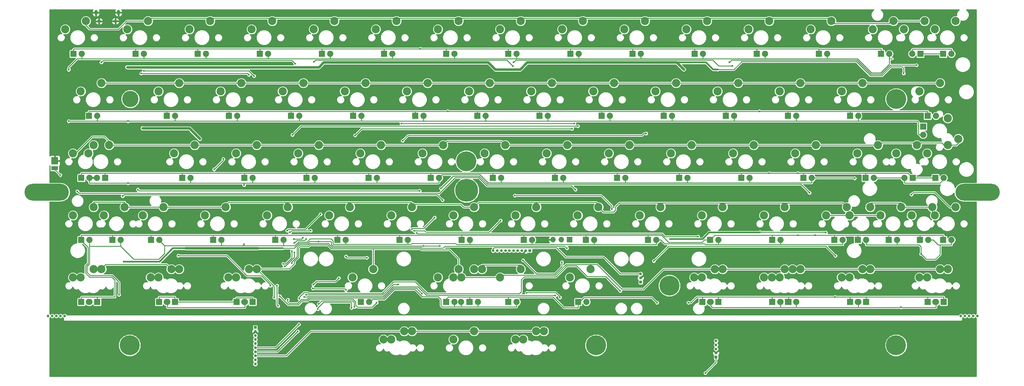
<source format=gtl>
G04 #@! TF.FileFunction,Copper,L1,Top,Signal*
%FSLAX46Y46*%
G04 Gerber Fmt 4.6, Leading zero omitted, Abs format (unit mm)*
G04 Created by KiCad (PCBNEW 4.0.7+dfsg1-1) date Sat Oct 21 17:46:25 2017*
%MOMM*%
%LPD*%
G01*
G04 APERTURE LIST*
%ADD10C,0.100000*%
%ADD11R,0.850000X0.850000*%
%ADD12C,0.850000*%
%ADD13C,2.500000*%
%ADD14R,1.900000X1.900000*%
%ADD15C,1.900000*%
%ADD16R,2.100000X2.200000*%
%ADD17R,2.100000X1.300000*%
%ADD18O,13.600000X5.200000*%
%ADD19C,5.000000*%
%ADD20C,6.100000*%
%ADD21C,7.000000*%
%ADD22R,1.700000X1.700000*%
%ADD23O,1.700000X1.700000*%
%ADD24O,1.000000X1.550000*%
%ADD25O,1.250000X0.950000*%
%ADD26C,0.800000*%
%ADD27C,0.600000*%
%ADD28C,0.250000*%
%ADD29C,0.500000*%
%ADD30C,0.750000*%
%ADD31C,0.254000*%
G04 APERTURE END LIST*
D10*
D11*
X245613750Y-124056250D03*
D12*
X245613750Y-122806250D03*
X245613750Y-121556250D03*
D13*
X71527500Y-122641250D03*
X77877500Y-120101250D03*
D14*
X71686250Y-53981250D03*
D15*
X74226250Y-53981250D03*
D14*
X76448750Y-73031250D03*
D15*
X78988750Y-73031250D03*
D14*
X74067500Y-92081250D03*
D15*
X76607500Y-92081250D03*
D14*
X81370000Y-92081250D03*
D15*
X78830000Y-92081250D03*
D14*
X74067500Y-111131250D03*
D15*
X76607500Y-111131250D03*
D14*
X95498750Y-111131250D03*
D15*
X98038750Y-111131250D03*
D14*
X74067500Y-130181250D03*
D15*
X76607500Y-130181250D03*
D14*
X78988750Y-130181250D03*
D15*
X76448750Y-130181250D03*
D14*
X90736250Y-53981250D03*
D15*
X93276250Y-53981250D03*
D14*
X100261250Y-73031250D03*
D15*
X102801250Y-73031250D03*
D14*
X105023750Y-92081250D03*
D15*
X107563750Y-92081250D03*
D14*
X83592500Y-111131250D03*
D15*
X86132500Y-111131250D03*
D14*
X97880000Y-130181250D03*
D15*
X100420000Y-130181250D03*
D14*
X102801250Y-130181250D03*
D15*
X100261250Y-130181250D03*
D14*
X109786250Y-53981250D03*
D15*
X112326250Y-53981250D03*
D14*
X119311250Y-73031250D03*
D15*
X121851250Y-73031250D03*
D14*
X124073750Y-92081250D03*
D15*
X126613750Y-92081250D03*
D14*
X114548750Y-111131250D03*
D15*
X117088750Y-111131250D03*
D14*
X121692500Y-130181250D03*
D15*
X124232500Y-130181250D03*
D14*
X126613750Y-130181250D03*
D15*
X124073750Y-130181250D03*
D14*
X128836250Y-53981250D03*
D15*
X131376250Y-53981250D03*
D14*
X138361250Y-73031250D03*
D15*
X140901250Y-73031250D03*
D14*
X143123750Y-92081250D03*
D15*
X145663750Y-92081250D03*
D14*
X133598750Y-111131250D03*
D15*
X136138750Y-111131250D03*
D14*
X147886250Y-53981250D03*
D15*
X150426250Y-53981250D03*
D14*
X157411250Y-73031250D03*
D15*
X159951250Y-73031250D03*
D14*
X162173750Y-92081250D03*
D15*
X164713750Y-92081250D03*
D14*
X152648750Y-111131250D03*
D15*
X155188750Y-111131250D03*
D14*
X166936250Y-53981250D03*
D15*
X169476250Y-53981250D03*
D14*
X176461250Y-73031250D03*
D15*
X179001250Y-73031250D03*
D14*
X181223750Y-92081250D03*
D15*
X183763750Y-92081250D03*
D14*
X171698750Y-111131250D03*
D15*
X174238750Y-111131250D03*
D14*
X185986250Y-53981250D03*
D15*
X188526250Y-53981250D03*
D14*
X195511250Y-73031250D03*
D15*
X198051250Y-73031250D03*
D14*
X200273750Y-92081250D03*
D15*
X202813750Y-92081250D03*
D14*
X190748750Y-111131250D03*
D15*
X193288750Y-111131250D03*
D14*
X205036250Y-130181250D03*
D15*
X207576250Y-130181250D03*
D14*
X193130000Y-130181250D03*
D15*
X195670000Y-130181250D03*
D14*
X185986250Y-130181250D03*
D15*
X188526250Y-130181250D03*
D14*
X205036250Y-53981250D03*
D15*
X207576250Y-53981250D03*
D14*
X214561250Y-73031250D03*
D15*
X217101250Y-73031250D03*
D14*
X219323750Y-92081250D03*
D15*
X221863750Y-92081250D03*
D14*
X209798750Y-111131250D03*
D15*
X212338750Y-111131250D03*
D14*
X224086250Y-53981250D03*
D15*
X226626250Y-53981250D03*
D14*
X233611250Y-73031250D03*
D15*
X236151250Y-73031250D03*
D14*
X238373750Y-92081250D03*
D15*
X240913750Y-92081250D03*
D14*
X228848750Y-111131250D03*
D15*
X231388750Y-111131250D03*
D14*
X243136250Y-53981250D03*
D15*
X245676250Y-53981250D03*
D14*
X252661250Y-73031250D03*
D15*
X255201250Y-73031250D03*
D14*
X257423750Y-92081250D03*
D15*
X259963750Y-92081250D03*
D14*
X247898750Y-111131250D03*
D15*
X250438750Y-111131250D03*
D14*
X338386250Y-53981250D03*
D15*
X340926250Y-53981250D03*
D14*
X262186250Y-53981250D03*
D15*
X264726250Y-53981250D03*
D14*
X271711250Y-73031250D03*
D15*
X274251250Y-73031250D03*
D14*
X276473750Y-92081250D03*
D15*
X279013750Y-92081250D03*
D14*
X266948750Y-111131250D03*
D15*
X269488750Y-111131250D03*
D14*
X264567500Y-130181250D03*
D15*
X267107500Y-130181250D03*
D14*
X269488750Y-130181250D03*
D15*
X266948750Y-130181250D03*
D14*
X281236250Y-53981250D03*
D15*
X283776250Y-53981250D03*
D14*
X290761250Y-73031250D03*
D15*
X293301250Y-73031250D03*
D14*
X295523750Y-92081250D03*
D15*
X298063750Y-92081250D03*
D14*
X285998750Y-111131250D03*
D15*
X288538750Y-111131250D03*
D14*
X285998750Y-130181250D03*
D15*
X288538750Y-130181250D03*
D14*
X290920000Y-130181250D03*
D15*
X288380000Y-130181250D03*
D14*
X290761250Y-130181250D03*
D15*
X293301250Y-130181250D03*
D14*
X300286250Y-53981250D03*
D15*
X302826250Y-53981250D03*
D14*
X309811250Y-73031250D03*
D15*
X312351250Y-73031250D03*
D14*
X314573750Y-92081250D03*
D15*
X317113750Y-92081250D03*
D14*
X305048750Y-111131250D03*
D15*
X307588750Y-111131250D03*
D14*
X312192500Y-111131250D03*
D15*
X314732500Y-111131250D03*
D14*
X321717500Y-111131250D03*
D15*
X324257500Y-111131250D03*
D14*
X309811250Y-130181250D03*
D15*
X312351250Y-130181250D03*
D14*
X314732500Y-130181250D03*
D15*
X312192500Y-130181250D03*
D14*
X319336250Y-53981250D03*
D15*
X321876250Y-53981250D03*
D14*
X331401250Y-53981250D03*
D15*
X328861250Y-53981250D03*
D14*
X333623750Y-73031250D03*
D15*
X336163750Y-73031250D03*
D14*
X329020000Y-92081250D03*
D15*
X326480000Y-92081250D03*
D14*
X336005000Y-92081250D03*
D15*
X338545000Y-92081250D03*
D14*
X332248750Y-76286250D03*
D15*
X332248750Y-78826250D03*
D14*
X331242500Y-111131250D03*
D15*
X333782500Y-111131250D03*
D14*
X338386250Y-111131250D03*
D15*
X340926250Y-111131250D03*
D14*
X333623750Y-130181250D03*
D15*
X336163750Y-130181250D03*
D14*
X338545000Y-130181250D03*
D15*
X336005000Y-130181250D03*
D13*
X69138750Y-46441250D03*
X75488750Y-43901250D03*
X309652500Y-122641250D03*
X316002500Y-120101250D03*
X73908750Y-65491250D03*
X80258750Y-62951250D03*
X76263750Y-84541250D03*
X82613750Y-82001250D03*
X71501250Y-84541250D03*
X77851250Y-82001250D03*
X73908750Y-122641250D03*
X80258750Y-120101250D03*
X88196250Y-46441250D03*
X94546250Y-43901250D03*
X97721250Y-65491250D03*
X104071250Y-62951250D03*
X102483750Y-84541250D03*
X108833750Y-82001250D03*
X92958750Y-103591250D03*
X99308750Y-101051250D03*
X95340000Y-122641250D03*
X101690000Y-120101250D03*
X97721250Y-122641250D03*
X104071250Y-120101250D03*
X107246250Y-46441250D03*
X113596250Y-43901250D03*
X116771250Y-65491250D03*
X123121250Y-62951250D03*
X121533750Y-84541250D03*
X127883750Y-82001250D03*
X112008750Y-103591250D03*
X118358750Y-101051250D03*
X119152500Y-122641250D03*
X125502500Y-120101250D03*
X121533750Y-122641250D03*
X127883750Y-120101250D03*
X126296250Y-46441250D03*
X132646250Y-43901250D03*
X135821250Y-65491250D03*
X142171250Y-62951250D03*
X140583750Y-84541250D03*
X146933750Y-82001250D03*
X131058750Y-103591250D03*
X137408750Y-101051250D03*
X169158750Y-141691250D03*
X175508750Y-139151250D03*
X166777500Y-141691250D03*
X173127500Y-139151250D03*
X145346250Y-46441250D03*
X151696250Y-43901250D03*
X154871250Y-65491250D03*
X161221250Y-62951250D03*
X159633750Y-84541250D03*
X165983750Y-82001250D03*
X150108750Y-103591250D03*
X156458750Y-101051250D03*
X188208750Y-141691250D03*
X194558750Y-139151250D03*
X164396250Y-46441250D03*
X170746250Y-43901250D03*
X173921250Y-65491250D03*
X180271250Y-62951250D03*
X178683750Y-84541250D03*
X185033750Y-82001250D03*
X169158750Y-103591250D03*
X175508750Y-101051250D03*
X183446250Y-46441250D03*
X189796250Y-43901250D03*
X192971250Y-65491250D03*
X199321250Y-62951250D03*
X197733750Y-84541250D03*
X204083750Y-82001250D03*
X188208750Y-103591250D03*
X194558750Y-101051250D03*
X202496250Y-46441250D03*
X208846250Y-43901250D03*
X212021250Y-65491250D03*
X218371250Y-62951250D03*
X216783750Y-84541250D03*
X223133750Y-82001250D03*
X207258750Y-103591250D03*
X213608750Y-101051250D03*
X221546250Y-46441250D03*
X227896250Y-43901250D03*
X231071250Y-65491250D03*
X237421250Y-62951250D03*
X235833750Y-84541250D03*
X242183750Y-82001250D03*
X226308750Y-103591250D03*
X232658750Y-101051250D03*
X240596250Y-46441250D03*
X246946250Y-43901250D03*
X250121250Y-65491250D03*
X256471250Y-62951250D03*
X254883750Y-84541250D03*
X261233750Y-82001250D03*
X245358750Y-103591250D03*
X251708750Y-101051250D03*
X335846250Y-46441250D03*
X342196250Y-43901250D03*
X259646250Y-46441250D03*
X265996250Y-43901250D03*
X269171250Y-65491250D03*
X275521250Y-62951250D03*
X273933750Y-84541250D03*
X280283750Y-82001250D03*
X264408750Y-103591250D03*
X270758750Y-101051250D03*
X262027500Y-122641250D03*
X268377500Y-120101250D03*
X264408750Y-122641250D03*
X270758750Y-120101250D03*
X278696250Y-46441250D03*
X285046250Y-43901250D03*
X288221250Y-65491250D03*
X294571250Y-62951250D03*
X292983750Y-84541250D03*
X299333750Y-82001250D03*
X283458750Y-103591250D03*
X289808750Y-101051250D03*
X288221250Y-122641250D03*
X294571250Y-120101250D03*
X285840000Y-122641250D03*
X292190000Y-120101250D03*
X283458750Y-122641250D03*
X289808750Y-120101250D03*
X297746250Y-46441250D03*
X304096250Y-43901250D03*
X307271250Y-65491250D03*
X313621250Y-62951250D03*
X312033750Y-84541250D03*
X318383750Y-82001250D03*
X302508750Y-103591250D03*
X308858750Y-101051250D03*
X307271250Y-122641250D03*
X313621250Y-120101250D03*
X316770000Y-46441250D03*
X323120000Y-43901250D03*
X331083750Y-65491250D03*
X337433750Y-62951250D03*
X333465000Y-84541250D03*
X339815000Y-82001250D03*
X339788750Y-73746250D03*
X343058750Y-80096250D03*
X335846250Y-103591250D03*
X342196250Y-101051250D03*
X328702500Y-103591250D03*
X335052500Y-101051250D03*
X333465000Y-122641250D03*
X339815000Y-120101250D03*
X331083750Y-122641250D03*
X337433750Y-120101250D03*
D16*
X65930000Y-86826250D03*
D17*
X65930000Y-89086250D03*
D18*
X63431250Y-96456250D03*
D19*
X89131250Y-67856250D03*
D20*
X192131250Y-86956250D03*
X254431250Y-125156250D03*
X323981250Y-67856250D03*
D18*
X348931250Y-96456250D03*
D21*
X192213750Y-95856250D03*
D20*
X88931250Y-143456250D03*
X231931250Y-143456250D03*
X323931250Y-143456250D03*
D11*
X211645000Y-114381250D03*
D12*
X210395000Y-114381250D03*
X209145000Y-114381250D03*
X207895000Y-114381250D03*
X206645000Y-114381250D03*
X205395000Y-114381250D03*
X204145000Y-114381250D03*
X202895000Y-114381250D03*
X201645000Y-114381250D03*
X200395000Y-114381250D03*
D11*
X127431250Y-137956250D03*
D12*
X127431250Y-139206250D03*
X127431250Y-140456250D03*
X127431250Y-141706250D03*
X127431250Y-142956250D03*
X127431250Y-144206250D03*
X127431250Y-145456250D03*
X127431250Y-146706250D03*
X127431250Y-147956250D03*
X127431250Y-149206250D03*
D11*
X268718750Y-147112500D03*
D12*
X268718750Y-145862500D03*
X268718750Y-144612500D03*
X268718750Y-143362500D03*
X268718750Y-142112500D03*
D13*
X309652500Y-103591250D03*
X316002500Y-101051250D03*
D22*
X223805000Y-111056250D03*
D23*
X221265000Y-111056250D03*
X218725000Y-111056250D03*
D13*
X326321250Y-46441250D03*
X332671250Y-43901250D03*
X323940000Y-84541250D03*
X330290000Y-82001250D03*
X319177500Y-103591250D03*
X325527500Y-101051250D03*
X183446250Y-122641250D03*
X189796250Y-120101250D03*
X190590000Y-122641250D03*
X196940000Y-120101250D03*
X202496250Y-122641250D03*
X208846250Y-120101250D03*
X81026250Y-103591250D03*
X87376250Y-101051250D03*
X71501250Y-103591250D03*
X77851250Y-101051250D03*
X207232500Y-141691250D03*
X213582500Y-139151250D03*
X209613750Y-141691250D03*
X215963750Y-139151250D03*
X188191250Y-122641250D03*
X194541250Y-120101250D03*
D14*
X159775000Y-130181250D03*
D15*
X162315000Y-130181250D03*
D14*
X226450000Y-130181250D03*
D15*
X228990000Y-130181250D03*
D13*
X157235000Y-122641250D03*
X163585000Y-120101250D03*
X223910000Y-122641250D03*
X230260000Y-120101250D03*
D14*
X193115000Y-130181250D03*
D15*
X190575000Y-130181250D03*
D24*
X85495000Y-41281250D03*
D25*
X84545000Y-43931250D03*
X79545000Y-43981250D03*
D24*
X78595000Y-41281250D03*
D26*
X343825000Y-134456250D03*
X345095000Y-134456250D03*
X348905000Y-134456250D03*
X347635000Y-134456250D03*
X346365000Y-134456250D03*
X68985000Y-134456250D03*
X67715000Y-134456250D03*
X63905000Y-134456250D03*
X65175000Y-134456250D03*
X66445000Y-134456250D03*
D27*
X178045000Y-52456250D03*
X186445000Y-71581250D03*
X285045000Y-90631244D03*
X282045000Y-71612500D03*
X260245000Y-130381250D03*
X250645000Y-130381250D03*
X293805000Y-109656250D03*
X293845000Y-90581250D03*
X305213750Y-128656250D03*
X299213750Y-109656250D03*
X85613750Y-127981250D03*
X331613750Y-115456250D03*
X325445000Y-131781250D03*
X311245000Y-92181250D03*
X124013750Y-94256250D03*
X124013750Y-112456250D03*
X88413750Y-74656250D03*
X88413750Y-93656250D03*
X70213750Y-74656250D03*
X70213750Y-58856250D03*
X136773800Y-124156250D03*
X214613750Y-111056250D03*
X265445000Y-151981250D03*
X135445000Y-58181250D03*
X88150024Y-58076226D03*
X92845000Y-76781250D03*
X269245000Y-58781250D03*
X202445000Y-58781250D03*
X87045000Y-117756252D03*
X146845000Y-111581250D03*
X184045000Y-112981250D03*
X179045000Y-112981250D03*
X258845000Y-58781250D03*
X326245000Y-59981250D03*
X145045000Y-125981250D03*
X155213750Y-126456250D03*
X135813750Y-113656250D03*
X106013750Y-113656250D03*
X110413750Y-80056250D03*
X302413750Y-108856250D03*
X254613750Y-110856250D03*
X128213750Y-113656250D03*
X282213750Y-108756250D03*
X175445000Y-107781250D03*
X182445000Y-104241250D03*
X114813750Y-89456250D03*
X117613750Y-86256250D03*
X226345000Y-76181250D03*
X138813750Y-78856250D03*
X224545000Y-76981250D03*
X158045000Y-78981250D03*
X147413750Y-103256250D03*
X137205000Y-108256250D03*
X155245000Y-116181250D03*
X161645000Y-116581250D03*
X176145000Y-108281250D03*
X202645000Y-105181250D03*
X236813750Y-101656250D03*
X207005000Y-97456250D03*
X209545000Y-117381250D03*
X221445000Y-117981250D03*
X172245000Y-75381250D03*
X225245000Y-75381250D03*
X138645000Y-114581250D03*
X142013750Y-110456250D03*
X139213750Y-110856250D03*
X136013750Y-118456250D03*
X247305000Y-78441250D03*
X139445000Y-114981250D03*
X143013750Y-110856250D03*
X136405000Y-119256250D03*
X139413750Y-112056250D03*
X172613750Y-80656250D03*
X239345000Y-126781250D03*
X140905000Y-129156250D03*
X142413750Y-128656250D03*
X219445000Y-128181250D03*
X184345000Y-95281250D03*
X297405000Y-96656250D03*
X171245000Y-124781250D03*
X143045000Y-127981250D03*
X220845000Y-128781250D03*
X210645000Y-127381250D03*
X178545000Y-127581250D03*
X137413750Y-129456250D03*
X328645000Y-97181250D03*
X92445000Y-59981250D03*
X125445000Y-60381250D03*
X93245000Y-59181250D03*
X127045000Y-60781250D03*
X305345000Y-115981250D03*
X249645000Y-117581250D03*
X133245000Y-128781250D03*
X144413750Y-108256250D03*
X138005000Y-108756250D03*
X132045000Y-125181250D03*
X103813750Y-115950000D03*
X72845000Y-96181250D03*
X67645000Y-91181250D03*
X225605000Y-95656250D03*
X156945000Y-131981250D03*
X146645000Y-132381250D03*
X146845000Y-130781250D03*
X157845000Y-131681250D03*
X140805000Y-137056250D03*
X140445000Y-139181250D03*
X177813750Y-96056250D03*
X91413750Y-95656250D03*
X153013750Y-122856250D03*
X145213750Y-124856250D03*
X134445000Y-131381250D03*
X134105000Y-125156250D03*
X223005000Y-113656250D03*
X138613750Y-118256250D03*
X164645000Y-130381250D03*
X134905000Y-128356250D03*
X86745000Y-97681250D03*
X184845000Y-98881250D03*
X139645000Y-56981250D03*
X80245000Y-56581250D03*
X145445000Y-56381250D03*
X206445000Y-57781250D03*
X206645000Y-56581250D03*
X273805000Y-57656250D03*
X272845000Y-56581250D03*
X330205000Y-57456250D03*
X176945000Y-108981250D03*
X263213750Y-110056250D03*
D28*
X121645000Y-128881250D02*
X126613750Y-128881250D01*
X126613750Y-128881250D02*
X126545000Y-128881250D01*
X126545000Y-128881250D02*
X126613750Y-128881250D01*
X121645000Y-128881250D02*
X121645000Y-130133750D01*
X121645000Y-130133750D02*
X121692500Y-130181250D01*
X102745000Y-128656250D02*
X102745000Y-130125000D01*
X102745000Y-130125000D02*
X102801250Y-130181250D01*
X102801250Y-130181250D02*
X121692500Y-130181250D01*
X102745000Y-128656250D02*
X97970000Y-128656250D01*
X97880000Y-128746250D02*
X97880000Y-130181250D01*
X97970000Y-128656250D02*
X97880000Y-128746250D01*
X319445000Y-53872500D02*
X319445000Y-52481250D01*
X319445000Y-52481250D02*
X300286250Y-52481250D01*
X319445000Y-53872500D02*
X319336250Y-53981250D01*
X300286250Y-53981250D02*
X300286250Y-52481250D01*
X300286250Y-52481250D02*
X300286250Y-52456250D01*
X300286250Y-52456250D02*
X300213750Y-52456250D01*
X186445000Y-71581250D02*
X186445000Y-71612500D01*
X186445000Y-71612500D02*
X186445000Y-71581250D01*
X186445000Y-71581250D02*
X186445000Y-71612500D01*
X333623750Y-73031250D02*
X333623750Y-71622500D01*
X333623750Y-71622500D02*
X333613750Y-71612500D01*
X331401250Y-53981250D02*
X338386250Y-53981250D01*
X333623750Y-73031250D02*
X332895000Y-73031250D01*
X162145000Y-90631244D02*
X162145000Y-92052500D01*
X162145000Y-92052500D02*
X162173750Y-92081250D01*
X143145000Y-90631244D02*
X143145000Y-92060000D01*
X143145000Y-92060000D02*
X143123750Y-92081250D01*
X124145000Y-90631244D02*
X124145000Y-92010000D01*
X124145000Y-92010000D02*
X124073750Y-92081250D01*
X105045000Y-90631244D02*
X105045000Y-92060000D01*
X105045000Y-92060000D02*
X105023750Y-92081250D01*
X81345000Y-90631244D02*
X81345000Y-92056250D01*
X81345000Y-92056250D02*
X81370000Y-92081250D01*
X162845000Y-90631244D02*
X162145000Y-90631244D01*
X162145000Y-90631244D02*
X143145000Y-90631244D01*
X143145000Y-90631244D02*
X124145000Y-90631244D01*
X124145000Y-90631244D02*
X105045000Y-90631244D01*
X105045000Y-90631244D02*
X81345000Y-90631244D01*
X81345000Y-90631244D02*
X74095006Y-90631244D01*
X74067500Y-90658750D02*
X74067500Y-92081250D01*
X74095006Y-90631244D02*
X74067500Y-90658750D01*
X181245000Y-90631244D02*
X181245000Y-92060000D01*
X181245000Y-92060000D02*
X181223750Y-92081250D01*
X181645000Y-90631244D02*
X181245000Y-90631244D01*
X181245000Y-90631244D02*
X162845000Y-90631244D01*
X190945000Y-90631244D02*
X181645000Y-90631244D01*
X200245000Y-90631244D02*
X200245000Y-92052500D01*
X219345000Y-90631244D02*
X219345000Y-92060000D01*
X219345000Y-92060000D02*
X219323750Y-92081250D01*
X238345000Y-90631244D02*
X238345000Y-92052500D01*
X238345000Y-92052500D02*
X238373750Y-92081250D01*
X257445000Y-90631244D02*
X257445000Y-92060000D01*
X257445000Y-92060000D02*
X257423750Y-92081250D01*
X276445000Y-90631244D02*
X276445000Y-92052500D01*
X276445000Y-92052500D02*
X276473750Y-92081250D01*
X295523750Y-92081250D02*
X295523750Y-90631244D01*
X295545000Y-90681250D02*
X295545000Y-90631244D01*
X295545000Y-90652494D02*
X295545000Y-90681250D01*
X295523750Y-90631244D02*
X295545000Y-90652494D01*
X294845000Y-90631244D02*
X295545000Y-90631244D01*
X295545000Y-90631244D02*
X302645000Y-90631244D01*
X302645000Y-90631244D02*
X303595006Y-90631244D01*
X303595006Y-90631244D02*
X303645000Y-90581250D01*
X292245000Y-90631244D02*
X294845000Y-90631244D01*
X275645000Y-90631244D02*
X276445000Y-90631244D01*
X276445000Y-90631244D02*
X283545000Y-90631244D01*
X283545000Y-90631244D02*
X285045000Y-90631244D01*
X285045000Y-90631244D02*
X292245000Y-90631244D01*
X292245000Y-90631244D02*
X293795006Y-90631244D01*
X293795006Y-90631244D02*
X293845000Y-90581250D01*
X254645000Y-90631244D02*
X257445000Y-90631244D01*
X257445000Y-90631244D02*
X275645000Y-90631244D01*
X237145000Y-90631244D02*
X238345000Y-90631244D01*
X238345000Y-90631244D02*
X254645000Y-90631244D01*
X218545000Y-90631244D02*
X219345000Y-90631244D01*
X219345000Y-90631244D02*
X237145000Y-90631244D01*
X199945000Y-90631244D02*
X200245000Y-90631244D01*
X200245000Y-90631244D02*
X218545000Y-90631244D01*
X190945000Y-90631244D02*
X199945000Y-90631244D01*
X249045000Y-128781250D02*
X228245000Y-128781250D01*
X228245000Y-128781250D02*
X226845000Y-130181250D01*
X226845000Y-130181250D02*
X226450000Y-130181250D01*
X226450000Y-130181250D02*
X226450000Y-129576250D01*
X249045000Y-128781250D02*
X250645000Y-130381250D01*
X267213750Y-128656250D02*
X262770000Y-128656250D01*
X262770000Y-128656250D02*
X261045000Y-130381250D01*
X261045000Y-130381250D02*
X260245000Y-130381250D01*
X204013750Y-128656250D02*
X218756398Y-128656250D01*
X222031396Y-131931248D02*
X226450000Y-131931248D01*
X218756398Y-128656250D02*
X222031396Y-131931248D01*
X193205000Y-128656250D02*
X193205000Y-130106250D01*
X254213750Y-111856250D02*
X264426926Y-111856250D01*
X265151926Y-111131250D02*
X266948750Y-111131250D01*
X264426926Y-111856250D02*
X265151926Y-111131250D01*
X314573750Y-92081250D02*
X314573750Y-90581250D01*
X314573750Y-90581250D02*
X314445000Y-90581250D01*
X303645000Y-90581250D02*
X314445000Y-90581250D01*
X314445000Y-90581250D02*
X327520000Y-90581250D01*
X327520000Y-90581250D02*
X329020000Y-92081250D01*
X226450000Y-130181250D02*
X226450000Y-131931248D01*
X269813750Y-128656250D02*
X267213750Y-128656250D01*
X267213750Y-128656250D02*
X264567500Y-128656250D01*
X287613750Y-128656250D02*
X269813750Y-128656250D01*
X269813750Y-128656250D02*
X269488750Y-128656250D01*
X291613750Y-128656250D02*
X287613750Y-128656250D01*
X287613750Y-128656250D02*
X285998750Y-128656250D01*
X309811250Y-130181250D02*
X309811250Y-128656250D01*
X309811250Y-128656250D02*
X309813750Y-128656250D01*
X315613750Y-128656250D02*
X309813750Y-128656250D01*
X309813750Y-128656250D02*
X305213750Y-128656250D01*
X305213750Y-128656250D02*
X291613750Y-128656250D01*
X291613750Y-128656250D02*
X290920000Y-128656250D01*
X338545000Y-130181250D02*
X338545000Y-128656250D01*
X338545000Y-128656250D02*
X333413750Y-128656250D01*
X333623750Y-128656250D02*
X333413750Y-128656250D01*
X333413750Y-128656250D02*
X315613750Y-128656250D01*
X315613750Y-128656250D02*
X314732500Y-128656250D01*
X74067500Y-92081250D02*
X74067500Y-92002500D01*
X126613750Y-128881250D02*
X126613750Y-130181250D01*
X78988750Y-128656250D02*
X83813750Y-128656250D01*
X83813750Y-128656250D02*
X84413750Y-128656250D01*
X84413750Y-128656250D02*
X84413750Y-123492648D01*
X74067500Y-130181250D02*
X74067500Y-128710000D01*
X74121250Y-128656250D02*
X78988750Y-128656250D01*
X74067500Y-128710000D02*
X74121250Y-128656250D01*
X74067500Y-111131250D02*
X74067500Y-111310000D01*
X74067500Y-111310000D02*
X76157498Y-113399998D01*
X76157498Y-113399998D02*
X76157498Y-118276104D01*
X76157498Y-118276104D02*
X75363748Y-119069854D01*
X75363748Y-119069854D02*
X75363748Y-121242646D01*
X75363748Y-121242646D02*
X76627354Y-122506252D01*
X76627354Y-122506252D02*
X83427354Y-122506252D01*
X83427354Y-122506252D02*
X84413750Y-123492648D01*
X332813750Y-109656250D02*
X338413750Y-109656250D01*
X338386250Y-109683750D02*
X338386250Y-111131250D01*
X338413750Y-109656250D02*
X338386250Y-109683750D01*
X331242500Y-111131250D02*
X331242500Y-109656250D01*
X331242500Y-109656250D02*
X331205000Y-109656250D01*
X330413750Y-109656250D02*
X332813750Y-109656250D01*
X320813750Y-109656250D02*
X330413750Y-109656250D01*
X330413750Y-109656250D02*
X331205000Y-109656250D01*
X311813750Y-109656250D02*
X320813750Y-109656250D01*
X320813750Y-109656250D02*
X321717500Y-109656250D01*
X305048750Y-111131250D02*
X305048750Y-109656250D01*
X305048750Y-109656250D02*
X305213750Y-109656250D01*
X299213750Y-109656250D02*
X305213750Y-109656250D01*
X305213750Y-109656250D02*
X311813750Y-109656250D01*
X311813750Y-109656250D02*
X312192500Y-109656250D01*
X293805000Y-109656250D02*
X299213750Y-109656250D01*
X171698750Y-111131250D02*
X171698750Y-109656250D01*
X171698750Y-109656250D02*
X171613750Y-109656250D01*
X133598750Y-111131250D02*
X133598750Y-109656250D01*
X133598750Y-109656250D02*
X133613750Y-109656250D01*
X114548750Y-111131250D02*
X114548750Y-109656250D01*
X114548750Y-109656250D02*
X114613750Y-109656250D01*
X83592500Y-111131250D02*
X83592500Y-109656250D01*
X83592500Y-109656250D02*
X83613750Y-109656250D01*
X285013750Y-109656250D02*
X293805000Y-109656250D01*
X266948750Y-111131250D02*
X268423750Y-109656250D01*
X268423750Y-109656250D02*
X285013750Y-109656250D01*
X285013750Y-109656250D02*
X285998750Y-109656250D01*
X245613750Y-109656250D02*
X252013750Y-109656250D01*
X252013750Y-109656250D02*
X254213750Y-111856250D01*
X227813750Y-109656250D02*
X245613750Y-109656250D01*
X245613750Y-109656250D02*
X247898750Y-109656250D01*
X206813750Y-109656250D02*
X227813750Y-109656250D01*
X227813750Y-109656250D02*
X228848750Y-109656250D01*
X188213750Y-109656250D02*
X206813750Y-109656250D01*
X206813750Y-109656250D02*
X209798750Y-109656250D01*
X151013750Y-109656250D02*
X171613750Y-109656250D01*
X171613750Y-109656250D02*
X188213750Y-109656250D01*
X188213750Y-109656250D02*
X190748750Y-109656250D01*
X114613750Y-109656250D02*
X133613750Y-109656250D01*
X133613750Y-109656250D02*
X151013750Y-109656250D01*
X151013750Y-109656250D02*
X152648750Y-109656250D01*
X94013750Y-109656250D02*
X114613750Y-109656250D01*
X74121250Y-109656250D02*
X83613750Y-109656250D01*
X83613750Y-109656250D02*
X94013750Y-109656250D01*
X94013750Y-109656250D02*
X95498750Y-109656250D01*
X74067500Y-111131250D02*
X74067500Y-109710000D01*
X74067500Y-109710000D02*
X74121250Y-109656250D01*
X309811250Y-71612500D02*
X333613750Y-71612500D01*
X290761250Y-71612500D02*
X301245000Y-71612500D01*
X301245000Y-71612500D02*
X303613750Y-71612500D01*
X303613750Y-71612500D02*
X309811250Y-71612500D01*
X309813750Y-71656250D02*
X309811250Y-71656250D01*
X309813750Y-71615000D02*
X309813750Y-71656250D01*
X309811250Y-71612500D02*
X309813750Y-71615000D01*
X271613750Y-71612500D02*
X282045000Y-71612500D01*
X282045000Y-71612500D02*
X290761250Y-71612500D01*
X290805000Y-71656250D02*
X290761250Y-71656250D01*
X290761250Y-71612500D02*
X290805000Y-71656250D01*
X252613750Y-71612500D02*
X271613750Y-71612500D01*
X271613750Y-71612500D02*
X271711250Y-71612500D01*
X271667500Y-71656250D02*
X271711250Y-71656250D01*
X271711250Y-71612500D02*
X271667500Y-71656250D01*
X233611250Y-71612500D02*
X252613750Y-71612500D01*
X252613750Y-71612500D02*
X252661250Y-71612500D01*
X252617500Y-71656250D02*
X252661250Y-71656250D01*
X252661250Y-71612500D02*
X252617500Y-71656250D01*
X214561250Y-71612500D02*
X233611250Y-71612500D01*
X233613750Y-71656250D02*
X233611250Y-71656250D01*
X233613750Y-71615000D02*
X233613750Y-71656250D01*
X233611250Y-71612500D02*
X233613750Y-71615000D01*
X195511250Y-73031250D02*
X195511250Y-71612500D01*
X195511250Y-71612500D02*
X195413750Y-71612500D01*
X195413750Y-71612500D02*
X214561250Y-71612500D01*
X214561250Y-71612500D02*
X214561250Y-73031250D01*
X176413750Y-71612500D02*
X186445000Y-71612500D01*
X186445000Y-71612500D02*
X195413750Y-71612500D01*
X157213750Y-71612500D02*
X176413750Y-71612500D01*
X176413750Y-71612500D02*
X176461250Y-71612500D01*
X176417500Y-71656250D02*
X176461250Y-71656250D01*
X176461250Y-71612500D02*
X176417500Y-71656250D01*
X138361250Y-73031250D02*
X138361250Y-71612500D01*
X138361250Y-71612500D02*
X138213750Y-71612500D01*
X138213750Y-71612500D02*
X157213750Y-71612500D01*
X157213750Y-71612500D02*
X157411250Y-71612500D01*
X157413750Y-71656250D02*
X157411250Y-71656250D01*
X157413750Y-71615000D02*
X157413750Y-71656250D01*
X157411250Y-71612500D02*
X157413750Y-71615000D01*
X119311250Y-73031250D02*
X119311250Y-71612500D01*
X100213750Y-71612500D02*
X119311250Y-71612500D01*
X119311250Y-71612500D02*
X138213750Y-71612500D01*
X76448750Y-71612500D02*
X100213750Y-71612500D01*
X100213750Y-71612500D02*
X100261250Y-71612500D01*
X100217500Y-71656250D02*
X100261250Y-71656250D01*
X100261250Y-71612500D02*
X100217500Y-71656250D01*
X224086250Y-53981250D02*
X224086250Y-52456250D01*
X224086250Y-52456250D02*
X224013750Y-52456250D01*
X205613750Y-52456250D02*
X224013750Y-52456250D01*
X224013750Y-52456250D02*
X243136250Y-52456250D01*
X205036250Y-53981250D02*
X205036250Y-52456250D01*
X205036250Y-52456250D02*
X205013750Y-52456250D01*
X204013750Y-52456250D02*
X205613750Y-52456250D01*
X185986250Y-53981250D02*
X185986250Y-52456250D01*
X185986250Y-52456250D02*
X186013750Y-52456250D01*
X167013750Y-52456250D02*
X178045000Y-52456250D01*
X178045000Y-52456250D02*
X186013750Y-52456250D01*
X186013750Y-52456250D02*
X204013750Y-52456250D01*
X166936250Y-53981250D02*
X166936250Y-52456250D01*
X166936250Y-52456250D02*
X167013750Y-52456250D01*
X147886250Y-53981250D02*
X147886250Y-52528750D01*
X147886250Y-52528750D02*
X147813750Y-52456250D01*
X128836250Y-53981250D02*
X128836250Y-52456250D01*
X128836250Y-52456250D02*
X128813750Y-52456250D01*
X127613750Y-52456250D02*
X130013750Y-52456250D01*
X109786250Y-53981250D02*
X109786250Y-52456250D01*
X109786250Y-52456250D02*
X109813750Y-52456250D01*
X90736250Y-52456250D02*
X109813750Y-52456250D01*
X109813750Y-52456250D02*
X127613750Y-52456250D01*
X128813750Y-52456250D02*
X127613750Y-52456250D01*
X90736250Y-53981250D02*
X90736250Y-52456250D01*
X90736250Y-52456250D02*
X71813750Y-52456250D01*
X71613750Y-52656250D02*
X71613750Y-53908750D01*
X71813750Y-52456250D02*
X71613750Y-52656250D01*
X71613750Y-53908750D02*
X71686250Y-53981250D01*
X147813750Y-52456250D02*
X130013750Y-52456250D01*
X130013750Y-52456250D02*
X128813750Y-52456250D01*
X167013750Y-52456250D02*
X147813750Y-52456250D01*
X205013750Y-52456250D02*
X204013750Y-52456250D01*
X205613750Y-52456250D02*
X205013750Y-52456250D01*
X329020000Y-92081250D02*
X336005000Y-92081250D01*
X193205000Y-130106250D02*
X193130000Y-130181250D01*
X185986250Y-130181250D02*
X185986250Y-129275000D01*
X185986250Y-129275000D02*
X186605000Y-128656250D01*
X186605000Y-128656250D02*
X193205000Y-128656250D01*
X193205000Y-128656250D02*
X204013750Y-128656250D01*
X204013750Y-128656250D02*
X205036250Y-128656250D01*
X331205000Y-109656250D02*
X332813750Y-109656250D01*
X228848750Y-111131250D02*
X228848750Y-109656250D01*
X314732500Y-130181250D02*
X314732500Y-128656250D01*
X290920000Y-130181250D02*
X290920000Y-128656250D01*
X285998750Y-130181250D02*
X285998750Y-128656250D01*
X269488750Y-130181250D02*
X269488750Y-128656250D01*
X264567500Y-130181250D02*
X264567500Y-128656250D01*
X205036250Y-130181250D02*
X205036250Y-128656250D01*
X78988750Y-130181250D02*
X78988750Y-128656250D01*
D29*
X185986250Y-130181250D02*
X185904998Y-130181250D01*
D28*
X333623750Y-130181250D02*
X333623750Y-128656250D01*
X95498750Y-111131250D02*
X95498750Y-109656250D01*
X152648750Y-111131250D02*
X152648750Y-109656250D01*
X190748750Y-111131250D02*
X190748750Y-109656250D01*
X209798750Y-111131250D02*
X209798750Y-109656250D01*
X247898750Y-111131250D02*
X247898750Y-109656250D01*
X285998750Y-111131250D02*
X285998750Y-109656250D01*
X312192500Y-111131250D02*
X312192500Y-109656250D01*
X321717500Y-111131250D02*
X321717500Y-109656250D01*
X338005000Y-110750000D02*
X338386250Y-111131250D01*
X100261250Y-73031250D02*
X100261250Y-71656250D01*
X157411250Y-73031250D02*
X157411250Y-71656250D01*
X176461250Y-73031250D02*
X176461250Y-71656250D01*
X233611250Y-73031250D02*
X233611250Y-71656250D01*
X252661250Y-73031250D02*
X252661250Y-71656250D01*
X271711250Y-73031250D02*
X271711250Y-71656250D01*
X290761250Y-73031250D02*
X290761250Y-71656250D01*
X309811250Y-73031250D02*
X309811250Y-71656250D01*
X333623750Y-73031250D02*
X333580000Y-73031250D01*
X76448750Y-73031250D02*
X76448750Y-71612500D01*
X243136250Y-53981250D02*
X243136250Y-52456250D01*
X262186250Y-53981250D02*
X262186250Y-52456250D01*
X281236250Y-53981250D02*
X281236250Y-52456250D01*
X185986250Y-130181250D02*
X185986250Y-129875000D01*
X74067500Y-130181250D02*
X74067500Y-129793750D01*
X76448750Y-73031250D02*
X76448750Y-72212500D01*
X262186250Y-52456250D02*
X281236250Y-52456250D01*
X281236250Y-52456250D02*
X281213750Y-52456250D01*
X281213750Y-52456250D02*
X281236250Y-52456250D01*
X243136250Y-52456250D02*
X262186250Y-52456250D01*
X281213750Y-52456250D02*
X300213750Y-52456250D01*
X100445000Y-131856250D02*
X100445000Y-130206250D01*
X100445000Y-130206250D02*
X100420000Y-130181250D01*
X100445000Y-131856250D02*
X124213750Y-131856250D01*
X124213750Y-131856250D02*
X124232500Y-131837500D01*
X124232500Y-131837500D02*
X124232500Y-130181250D01*
X85613750Y-127981250D02*
X85613750Y-126212500D01*
X83613750Y-122056250D02*
X85613750Y-124056250D01*
X76813750Y-122056250D02*
X83613750Y-122056250D01*
X75813750Y-121056250D02*
X76813750Y-122056250D01*
X75813750Y-119256250D02*
X75813750Y-121056250D01*
X76607500Y-118462500D02*
X75813750Y-119256250D01*
X76607500Y-115250000D02*
X76607500Y-118462500D01*
X76607500Y-111131250D02*
X76607500Y-115250000D01*
X85613750Y-124056250D02*
X85613750Y-126212500D01*
X85613750Y-127981250D02*
X85645000Y-127981250D01*
X302826250Y-53981250D02*
X302826250Y-55456250D01*
X283776250Y-55456250D02*
X302826250Y-55456250D01*
X302813750Y-55456250D02*
X312120000Y-55456250D01*
X302826250Y-55456250D02*
X302813750Y-55456250D01*
X302813750Y-55456250D02*
X302826250Y-55456250D01*
X264613750Y-55456250D02*
X283776250Y-55456250D01*
X245613750Y-55456250D02*
X264726250Y-55456250D01*
X264726250Y-55456250D02*
X264613750Y-55456250D01*
X264613750Y-55456250D02*
X264726250Y-55456250D01*
X226613750Y-55456250D02*
X245676250Y-55456250D01*
X245676250Y-55456250D02*
X245613750Y-55456250D01*
X245613750Y-55456250D02*
X245676250Y-55456250D01*
X207576250Y-55456250D02*
X226626250Y-55456250D01*
X226626250Y-55456250D02*
X226613750Y-55456250D01*
X226613750Y-55456250D02*
X226626250Y-55456250D01*
X188526250Y-55456250D02*
X207576250Y-55456250D01*
X179545000Y-55456250D02*
X188526250Y-55456250D01*
X316445000Y-59781250D02*
X319245000Y-59781250D01*
X312120000Y-55456250D02*
X316445000Y-59781250D01*
X169413750Y-55456250D02*
X179545000Y-55456250D01*
X150413750Y-55456250D02*
X169476250Y-55456250D01*
X169476250Y-55456250D02*
X169413750Y-55456250D01*
X169413750Y-55456250D02*
X169476250Y-55456250D01*
X131376250Y-55456250D02*
X150426250Y-55456250D01*
X150426250Y-55456250D02*
X150413750Y-55456250D01*
X150413750Y-55456250D02*
X150426250Y-55456250D01*
X112213750Y-55456250D02*
X131376250Y-55456250D01*
X91413750Y-55456250D02*
X112326250Y-55456250D01*
X112326250Y-55456250D02*
X112213750Y-55456250D01*
X112213750Y-55456250D02*
X112326250Y-55456250D01*
X75013750Y-55456250D02*
X91413750Y-55456250D01*
X91413750Y-55456250D02*
X93276250Y-55456250D01*
X328861250Y-53981250D02*
X328861250Y-52665000D01*
X340926250Y-52562500D02*
X340926250Y-53981250D01*
X340845000Y-52481250D02*
X340926250Y-52562500D01*
X329045000Y-52481250D02*
X340845000Y-52481250D01*
X328861250Y-52665000D02*
X329045000Y-52481250D01*
X321876250Y-53981250D02*
X321876250Y-55456250D01*
X321876250Y-57150000D02*
X321876250Y-53981250D01*
X321876250Y-53981250D02*
X321876250Y-54327500D01*
X319245000Y-59781250D02*
X321876250Y-57150000D01*
X321876250Y-55456250D02*
X322813750Y-55456250D01*
X322813750Y-55456250D02*
X321876250Y-55456250D01*
X326545000Y-74656250D02*
X330520000Y-74656250D01*
X312213750Y-74656250D02*
X312245000Y-74656250D01*
X312245000Y-74656250D02*
X324245000Y-74656250D01*
X324245000Y-74656250D02*
X326545000Y-74656250D01*
X330520000Y-74656250D02*
X330745000Y-74881250D01*
X330745000Y-74881250D02*
X330745000Y-78481250D01*
X330745000Y-78481250D02*
X331090000Y-78826250D01*
X331090000Y-78826250D02*
X332248750Y-78826250D01*
X200945000Y-93581250D02*
X198845000Y-93581250D01*
X184763754Y-91081246D02*
X183763750Y-92081250D01*
X196344996Y-91081246D02*
X184763754Y-91081246D01*
X198845000Y-93581250D02*
X196344996Y-91081246D01*
X202445000Y-93581250D02*
X200945000Y-93581250D01*
X86132500Y-111131250D02*
X86132500Y-113081250D01*
X86132500Y-113081250D02*
X86145000Y-113081250D01*
X86145000Y-113081250D02*
X76607500Y-113081250D01*
X76607500Y-113081250D02*
X76607500Y-113050000D01*
X96745000Y-117056250D02*
X90120000Y-117056250D01*
X90120000Y-117056250D02*
X86145000Y-113081250D01*
X174238750Y-111131250D02*
X174238750Y-112481250D01*
X174238750Y-112481250D02*
X174245000Y-112481250D01*
X174545000Y-112481250D02*
X175145000Y-112481250D01*
X175145000Y-112481250D02*
X175445000Y-112181250D01*
X155188750Y-112481250D02*
X151345000Y-112481250D01*
X151345000Y-112481250D02*
X151245000Y-112381250D01*
X174545000Y-112481250D02*
X174245000Y-112481250D01*
X174245000Y-112481250D02*
X155188750Y-112481250D01*
X155145000Y-112381250D02*
X155188750Y-112381250D01*
X155145000Y-112437500D02*
X155145000Y-112381250D01*
X155188750Y-112481250D02*
X155145000Y-112437500D01*
X163445000Y-129331252D02*
X167040590Y-129331252D01*
X167040590Y-129331252D02*
X169990588Y-126381254D01*
X184345000Y-131281250D02*
X184720000Y-131656250D01*
X184345000Y-129381250D02*
X184345000Y-131281250D01*
X183520004Y-128556254D02*
X184345000Y-129381250D01*
X178620004Y-128556254D02*
X183520004Y-128556254D01*
X176445004Y-126381254D02*
X178620004Y-128556254D01*
X169990588Y-126381254D02*
X176445004Y-126381254D01*
X184720000Y-131656250D02*
X188526250Y-131656250D01*
X162315000Y-130181250D02*
X162595002Y-130181250D01*
X162595002Y-130181250D02*
X163445000Y-129331252D01*
X162315000Y-130181250D02*
X162315000Y-130111250D01*
X162315000Y-130111250D02*
X162845000Y-129581250D01*
X162315000Y-130181250D02*
X162315000Y-129511250D01*
X150645000Y-110781250D02*
X144245000Y-110781250D01*
X143269996Y-111756254D02*
X144245000Y-110781250D01*
X140669996Y-111756254D02*
X143269996Y-111756254D01*
X139570000Y-112856250D02*
X140669996Y-111756254D01*
X136213750Y-112856250D02*
X139570000Y-112856250D01*
X151245000Y-112381250D02*
X151245000Y-111381250D01*
X151245000Y-111381250D02*
X150645000Y-110781250D01*
X188845000Y-112181250D02*
X189245000Y-112581250D01*
X175445000Y-112181250D02*
X188845000Y-112181250D01*
X175145000Y-112481250D02*
X175445000Y-112181250D01*
X193845000Y-112581250D02*
X189245000Y-112581250D01*
X212845000Y-112581250D02*
X193845000Y-112581250D01*
X193845000Y-112581250D02*
X193288750Y-112581250D01*
X231445000Y-112581250D02*
X212845000Y-112581250D01*
X212845000Y-112581250D02*
X212338750Y-112581250D01*
X250445000Y-112581250D02*
X231388750Y-112581250D01*
X231388750Y-112581250D02*
X231445000Y-112581250D01*
X231445000Y-112581250D02*
X231388750Y-112581250D01*
X269445000Y-112581250D02*
X265445000Y-112581250D01*
X251795000Y-111131250D02*
X250438750Y-111131250D01*
X252970002Y-112306252D02*
X251795000Y-111131250D01*
X265170002Y-112306252D02*
X252970002Y-112306252D01*
X265445000Y-112581250D02*
X265170002Y-112306252D01*
X307588750Y-111131250D02*
X307588750Y-112581250D01*
X307588750Y-112581250D02*
X307445000Y-112581250D01*
X288245000Y-112581250D02*
X307445000Y-112581250D01*
X307445000Y-112581250D02*
X307588750Y-112581250D01*
X269445000Y-112581250D02*
X288245000Y-112581250D01*
X288245000Y-112581250D02*
X288538750Y-112581250D01*
X269488750Y-112581250D02*
X269445000Y-112581250D01*
X250438750Y-112581250D02*
X250445000Y-112581250D01*
X250445000Y-112581250D02*
X250438750Y-112581250D01*
X325445000Y-131781250D02*
X325445000Y-131856250D01*
X325445000Y-131856250D02*
X325445000Y-131781250D01*
X325445000Y-131781250D02*
X325445000Y-131856250D01*
X221863750Y-92081250D02*
X221863750Y-93581250D01*
X221863750Y-93581250D02*
X221845000Y-93581250D01*
X240913750Y-92081250D02*
X240913750Y-93581250D01*
X240913750Y-93581250D02*
X240845000Y-93581250D01*
X259963750Y-92081250D02*
X259963750Y-93581250D01*
X259963750Y-93581250D02*
X259845000Y-93581250D01*
X279013750Y-92081250D02*
X279013750Y-93581250D01*
X279013750Y-93581250D02*
X279045000Y-93581250D01*
X298063750Y-92081250D02*
X298063750Y-93581250D01*
X259845000Y-93581250D02*
X279045000Y-93581250D01*
X279045000Y-93581250D02*
X298063750Y-93581250D01*
X240845000Y-93581250D02*
X259845000Y-93581250D01*
X221845000Y-93581250D02*
X240845000Y-93581250D01*
X202045000Y-93581250D02*
X202445000Y-93581250D01*
X202445000Y-93581250D02*
X221845000Y-93581250D01*
X317113750Y-92081250D02*
X326480000Y-92081250D01*
X298063750Y-92081250D02*
X311145000Y-92081250D01*
X311145000Y-92081250D02*
X311245000Y-92181250D01*
X202045000Y-93581250D02*
X202813750Y-93581250D01*
X190575000Y-130181250D02*
X190575000Y-131656250D01*
X190645000Y-131586250D02*
X190645000Y-131656250D01*
X190575000Y-131656250D02*
X190645000Y-131586250D01*
X188526250Y-130181250D02*
X188526250Y-131656250D01*
X188526250Y-131656250D02*
X190645000Y-131656250D01*
X190645000Y-131656250D02*
X194413750Y-131656250D01*
X162645000Y-130181250D02*
X162315000Y-130181250D01*
X162715000Y-129781250D02*
X162315000Y-130181250D01*
X312013750Y-131856250D02*
X325445000Y-131856250D01*
X325445000Y-131856250D02*
X336163750Y-131856250D01*
X292213750Y-131856250D02*
X312013750Y-131856250D01*
X312013750Y-131856250D02*
X312351250Y-131856250D01*
X288013750Y-131856250D02*
X292213750Y-131856250D01*
X292213750Y-131856250D02*
X293301250Y-131856250D01*
X267107500Y-130181250D02*
X267107500Y-131358750D01*
X267107500Y-131358750D02*
X267605000Y-131856250D01*
X267605000Y-131856250D02*
X288013750Y-131856250D01*
X288013750Y-131856250D02*
X288538750Y-131856250D01*
X194413750Y-131656250D02*
X207576250Y-131656250D01*
X194413750Y-131656250D02*
X195670000Y-131656250D01*
X288538750Y-111131250D02*
X288538750Y-112581250D01*
X202813750Y-92081250D02*
X202813750Y-93581250D01*
X326480000Y-93656250D02*
X337413750Y-93656250D01*
X337413750Y-93656250D02*
X337413750Y-93647500D01*
X337413750Y-112656250D02*
X336813750Y-112656250D01*
X336813750Y-112656250D02*
X335288750Y-111131250D01*
X340926250Y-112656250D02*
X337413750Y-112656250D01*
X337413750Y-112656250D02*
X337413750Y-115656250D01*
X336013750Y-117056250D02*
X337413750Y-115656250D01*
X333213750Y-117056250D02*
X336013750Y-117056250D01*
X323813750Y-112656250D02*
X331013750Y-112656250D01*
X331013750Y-112656250D02*
X331613750Y-113256250D01*
X331613750Y-113256250D02*
X331613750Y-115456250D01*
X331613750Y-115456250D02*
X333213750Y-117056250D01*
X335288750Y-111131250D02*
X333782500Y-111131250D01*
X314732500Y-111131250D02*
X314732500Y-112575000D01*
X324257500Y-112656250D02*
X324257500Y-111131250D01*
X314813750Y-112656250D02*
X323813750Y-112656250D01*
X323813750Y-112656250D02*
X324257500Y-112656250D01*
X314732500Y-112575000D02*
X314813750Y-112656250D01*
X269488750Y-111131250D02*
X269488750Y-112581250D01*
X250438750Y-111131250D02*
X250438750Y-112581250D01*
X231388750Y-111131250D02*
X231388750Y-112581250D01*
X212338750Y-112581250D02*
X212338750Y-111131250D01*
X193288750Y-112581250D02*
X193288750Y-111131250D01*
X136138750Y-111131250D02*
X136138750Y-112856250D01*
X136138750Y-112856250D02*
X136213750Y-112856250D01*
X123613750Y-112856250D02*
X136213750Y-112856250D01*
X155188750Y-112381250D02*
X155188750Y-111131250D01*
X124013750Y-94256250D02*
X124013750Y-93656250D01*
X116013750Y-112856250D02*
X123613750Y-112856250D01*
X123613750Y-112856250D02*
X124013750Y-112456250D01*
X99613750Y-112856250D02*
X116013750Y-112856250D01*
X116013750Y-112856250D02*
X117213750Y-112856250D01*
X117088750Y-112731250D02*
X117088750Y-111131250D01*
X117213750Y-112856250D02*
X117088750Y-112731250D01*
X98038750Y-111131250D02*
X98038750Y-111281250D01*
X98038750Y-111281250D02*
X99613750Y-112856250D01*
X99613750Y-112856250D02*
X99613750Y-115256250D01*
X96745000Y-117056250D02*
X97813750Y-117056250D01*
X97813750Y-117056250D02*
X99613750Y-115256250D01*
X76607500Y-111131250D02*
X76607500Y-112256250D01*
X76607500Y-112256250D02*
X76607500Y-113050000D01*
X126613750Y-92081250D02*
X126613750Y-93656250D01*
X126613750Y-93656250D02*
X126605000Y-93656250D01*
X145663750Y-92081250D02*
X145663750Y-93656250D01*
X145663750Y-93656250D02*
X145613750Y-93656250D01*
X163413750Y-93656250D02*
X183613750Y-93656250D01*
X183613750Y-93656250D02*
X183763750Y-93506250D01*
X183763750Y-93506250D02*
X183763750Y-92081250D01*
X126605000Y-93656250D02*
X145613750Y-93656250D01*
X145613750Y-93656250D02*
X163413750Y-93656250D01*
X163413750Y-93656250D02*
X164713750Y-93656250D01*
X107563750Y-93656250D02*
X124013750Y-93656250D01*
X124013750Y-93656250D02*
X126605000Y-93656250D01*
X76607500Y-92081250D02*
X76607500Y-93656250D01*
X88413750Y-93656250D02*
X107563750Y-93656250D01*
X76607500Y-93656250D02*
X88413750Y-93656250D01*
X75013750Y-55456250D02*
X72813750Y-55456250D01*
X70213750Y-74656250D02*
X78813750Y-74656250D01*
X70213750Y-58056250D02*
X70213750Y-58856250D01*
X72813750Y-55456250D02*
X70213750Y-58056250D01*
X293213750Y-74656250D02*
X312213750Y-74656250D01*
X312213750Y-74656250D02*
X312413750Y-74656250D01*
X312351250Y-74593750D02*
X312351250Y-73031250D01*
X312413750Y-74656250D02*
X312351250Y-74593750D01*
X274251250Y-74656250D02*
X293213750Y-74656250D01*
X293301250Y-74568750D02*
X293301250Y-73031250D01*
X293213750Y-74656250D02*
X293301250Y-74568750D01*
X274251250Y-73031250D02*
X274251250Y-74656250D01*
X255013750Y-74656250D02*
X274251250Y-74656250D01*
X235613750Y-74656250D02*
X255013750Y-74656250D01*
X255013750Y-74656250D02*
X255213750Y-74656250D01*
X255213750Y-74656250D02*
X255201250Y-74643750D01*
X255201250Y-74643750D02*
X255201250Y-73031250D01*
X217101250Y-73031250D02*
X217101250Y-74656250D01*
X217101250Y-74656250D02*
X217013750Y-74656250D01*
X198013750Y-74656250D02*
X217013750Y-74656250D01*
X217013750Y-74656250D02*
X235613750Y-74656250D01*
X235613750Y-74656250D02*
X236213750Y-74656250D01*
X236213750Y-74656250D02*
X236151250Y-74593750D01*
X236151250Y-74593750D02*
X236151250Y-73031250D01*
X178613750Y-74656250D02*
X186645000Y-74656250D01*
X186645000Y-74656250D02*
X198013750Y-74656250D01*
X198051250Y-74618750D02*
X198051250Y-73031250D01*
X198013750Y-74656250D02*
X198051250Y-74618750D01*
X179001250Y-73031250D02*
X179001250Y-74656250D01*
X179001250Y-74656250D02*
X178613750Y-74656250D01*
X159813750Y-74656250D02*
X178613750Y-74656250D01*
X140901250Y-73031250D02*
X140901250Y-74656250D01*
X140901250Y-74656250D02*
X140813750Y-74656250D01*
X140813750Y-74656250D02*
X159813750Y-74656250D01*
X159813750Y-74656250D02*
X160013750Y-74656250D01*
X160013750Y-74656250D02*
X159951250Y-74593750D01*
X159951250Y-74593750D02*
X159951250Y-73031250D01*
X121813750Y-74656250D02*
X140813750Y-74656250D01*
X102813750Y-74656250D02*
X121813750Y-74656250D01*
X121851250Y-74618750D02*
X121851250Y-73031250D01*
X121813750Y-74656250D02*
X121851250Y-74618750D01*
X78813750Y-74656250D02*
X88413750Y-74656250D01*
X88413750Y-74656250D02*
X102813750Y-74656250D01*
X102801250Y-74643750D02*
X102801250Y-73031250D01*
X102813750Y-74656250D02*
X102801250Y-74643750D01*
X78988750Y-74631250D02*
X78988750Y-73031250D01*
X79013750Y-74656250D02*
X78988750Y-74631250D01*
X78813750Y-74656250D02*
X79013750Y-74656250D01*
X74226250Y-53981250D02*
X74226250Y-55477500D01*
X74226250Y-55477500D02*
X74247500Y-55456250D01*
X74247500Y-55456250D02*
X75013750Y-55456250D01*
X326480000Y-92081250D02*
X326480000Y-93656250D01*
X195670000Y-130181250D02*
X195670000Y-131656250D01*
D29*
X76607500Y-92081250D02*
X78830000Y-92081250D01*
D28*
X207576250Y-130181250D02*
X207576250Y-131656250D01*
X288538750Y-130181250D02*
X288538750Y-131856250D01*
X293301250Y-130181250D02*
X293301250Y-131856250D01*
X312351250Y-130181250D02*
X312351250Y-131856250D01*
X336163750Y-130181250D02*
X336163750Y-131856250D01*
X98038750Y-111131250D02*
X98280000Y-111131250D01*
X340926250Y-111131250D02*
X340926250Y-112656250D01*
X107563750Y-92081250D02*
X107563750Y-93656250D01*
X164713750Y-92081250D02*
X164713750Y-93656250D01*
X317113750Y-92081250D02*
X317113750Y-92165000D01*
X338545000Y-92081250D02*
X338545000Y-92516250D01*
X338545000Y-92516250D02*
X337413750Y-93647500D01*
X93276250Y-53981250D02*
X93276250Y-55456250D01*
X112326250Y-53981250D02*
X112326250Y-55456250D01*
X131376250Y-53981250D02*
X131376250Y-55456250D01*
X150426250Y-53981250D02*
X150426250Y-55456250D01*
X169476250Y-53981250D02*
X169476250Y-55456250D01*
X188526250Y-53981250D02*
X188526250Y-55456250D01*
X207576250Y-53981250D02*
X207576250Y-55456250D01*
X226626250Y-53981250D02*
X226626250Y-55456250D01*
X245676250Y-53981250D02*
X245676250Y-55456250D01*
X264726250Y-53981250D02*
X264726250Y-55456250D01*
X283776250Y-53981250D02*
X283776250Y-55456250D01*
X340926250Y-111131250D02*
X340926250Y-111935000D01*
X312351250Y-73202500D02*
X312351250Y-73031250D01*
X136773800Y-124156250D02*
X136813750Y-124116300D01*
X136813750Y-124116300D02*
X136813750Y-124056250D01*
X218725000Y-111056250D02*
X214613750Y-111056250D01*
D30*
X66013750Y-86742500D02*
X65930000Y-86826250D01*
D28*
X268718750Y-148707500D02*
X268718750Y-147112500D01*
X265445000Y-151981250D02*
X268718750Y-148707500D01*
X174245000Y-112931252D02*
X178995002Y-112931252D01*
X174245000Y-112931252D02*
X151158604Y-112931252D01*
X151158604Y-112931252D02*
X150794998Y-112567646D01*
X178995002Y-112931252D02*
X179045000Y-112981250D01*
X150794998Y-112567646D02*
X150794998Y-112081250D01*
X135445000Y-58181250D02*
X135445000Y-58076226D01*
X135445000Y-58076226D02*
X135445000Y-58181250D01*
X135445000Y-58181250D02*
X135445000Y-58076226D01*
D30*
X88150024Y-58076226D02*
X135445000Y-58076226D01*
X135445000Y-58076226D02*
X146950024Y-58076226D01*
X146950024Y-58076226D02*
X148419996Y-56606254D01*
X92845000Y-76781250D02*
X92845000Y-76856250D01*
X92845000Y-76856250D02*
X92845000Y-76781250D01*
X92845000Y-76781250D02*
X92845000Y-76856250D01*
D28*
X269245000Y-58781250D02*
X274245000Y-58781250D01*
X274245000Y-58781250D02*
X276669996Y-56356254D01*
D29*
X267845000Y-58781250D02*
X269245000Y-58781250D01*
X265670004Y-56606254D02*
X267845000Y-58781250D01*
X256670004Y-56606254D02*
X265670004Y-56606254D01*
D30*
X210819996Y-56606254D02*
X208645000Y-58781250D01*
X208645000Y-58781250D02*
X202445000Y-58781250D01*
X201045000Y-58781250D02*
X198870004Y-56606254D01*
X202445000Y-58781250D02*
X201045000Y-58781250D01*
X148419996Y-56606254D02*
X198870004Y-56606254D01*
D29*
X98094950Y-117756252D02*
X87045000Y-117756252D01*
X102194952Y-113656250D02*
X98094950Y-117756252D01*
X106013750Y-113656250D02*
X102194952Y-113656250D01*
X128213750Y-113656250D02*
X135813750Y-113656250D01*
D28*
X135813750Y-113656250D02*
X139406398Y-113656250D01*
X144081398Y-111581250D02*
X146845000Y-111581250D01*
X143456392Y-112206256D02*
X144081398Y-111581250D01*
X140856392Y-112206256D02*
X143456392Y-112206256D01*
X139406398Y-113656250D02*
X140856392Y-112206256D01*
X150645000Y-111581250D02*
X146845000Y-111581250D01*
X150794998Y-111731248D02*
X150645000Y-111581250D01*
X150794998Y-112567646D02*
X150794998Y-112081250D01*
X150794998Y-112081250D02*
X150794998Y-111731248D01*
X179045000Y-112981250D02*
X184045000Y-112981250D01*
D30*
X210819996Y-56606254D02*
X256670004Y-56606254D01*
X256670004Y-56606254D02*
X258845000Y-58781250D01*
D28*
X319617792Y-60681254D02*
X316072208Y-60681254D01*
X316072208Y-60681254D02*
X311747208Y-56356254D01*
X311747208Y-56356254D02*
X276669996Y-56356254D01*
X326245000Y-58381250D02*
X326245000Y-59981250D01*
X325770002Y-57906252D02*
X326245000Y-58381250D01*
X322392794Y-57906252D02*
X325770002Y-57906252D01*
X319617792Y-60681254D02*
X322392794Y-57906252D01*
D30*
X92845000Y-76856250D02*
X107213750Y-76856250D01*
D28*
X154813750Y-126056250D02*
X145120000Y-126056250D01*
X145120000Y-126056250D02*
X145045000Y-125981250D01*
X154813750Y-126056250D02*
X155213750Y-126456250D01*
D30*
X107213750Y-76856250D02*
X110413750Y-80056250D01*
D28*
X302413750Y-108856250D02*
X302413750Y-108756250D01*
X302413750Y-108756250D02*
X302413750Y-108856250D01*
X302413750Y-108856250D02*
X302413750Y-108756250D01*
D29*
X254613750Y-110856250D02*
X264613750Y-110856250D01*
X264613750Y-110856250D02*
X266613750Y-108856250D01*
X266613750Y-108856250D02*
X282113750Y-108856250D01*
X282113750Y-108856250D02*
X282213750Y-108756250D01*
D30*
X106013750Y-113656250D02*
X128213750Y-113656250D01*
D28*
X282213750Y-108756250D02*
X302413750Y-108756250D01*
X268718750Y-147112500D02*
X268718750Y-147492500D01*
X175945000Y-107581250D02*
X179105000Y-107581250D01*
X175645000Y-107581250D02*
X175945000Y-107581250D01*
X175445000Y-107781250D02*
X175645000Y-107581250D01*
X182445000Y-104241250D02*
X179105000Y-107581250D01*
X117613750Y-86256250D02*
X117613750Y-86656250D01*
X117613750Y-86656250D02*
X114813750Y-89456250D01*
X226345000Y-76181250D02*
X225445000Y-76181250D01*
X225445000Y-76181250D02*
X141488750Y-76181250D01*
X141488750Y-76181250D02*
X138813750Y-78856250D01*
X141488750Y-76181250D02*
X138813750Y-78856250D01*
X224545000Y-76981250D02*
X223345000Y-76981250D01*
X223345000Y-76981250D02*
X160045000Y-76981250D01*
X160045000Y-76981250D02*
X158045000Y-78981250D01*
X137605000Y-107856250D02*
X142813750Y-107856250D01*
X142813750Y-107856250D02*
X147413750Y-103256250D01*
X137605000Y-107856250D02*
X137205000Y-108256250D01*
X161645000Y-116581250D02*
X155645000Y-116581250D01*
X155645000Y-116581250D02*
X155245000Y-116181250D01*
X208846250Y-120101250D02*
X208846250Y-118781250D01*
X208846250Y-118781250D02*
X197045000Y-118781250D01*
X197045000Y-118781250D02*
X196940000Y-118886250D01*
X208846250Y-118880000D02*
X208846250Y-120101250D01*
X208846250Y-120101250D02*
X208846250Y-119382500D01*
X196940000Y-118886250D02*
X196940000Y-120101250D01*
X194541250Y-120101250D02*
X194365000Y-120101250D01*
X176945000Y-108281250D02*
X179370004Y-108281250D01*
X199070004Y-108756246D02*
X199345000Y-108481250D01*
X179845000Y-108756246D02*
X199070004Y-108756246D01*
X179370004Y-108281250D02*
X179845000Y-108756246D01*
X176945000Y-108281250D02*
X176145000Y-108281250D01*
X199345000Y-108481250D02*
X202645000Y-105181250D01*
X207005000Y-97456250D02*
X233520000Y-97456250D01*
X233520000Y-97456250D02*
X236813750Y-100750000D01*
X236813750Y-100750000D02*
X236813750Y-101656250D01*
X215145000Y-121531248D02*
X213694998Y-121531248D01*
X213694998Y-121531248D02*
X209545000Y-117381250D01*
X215645000Y-121531248D02*
X215145000Y-121531248D01*
X221445000Y-117981250D02*
X221445000Y-119344852D01*
X219258604Y-121531248D02*
X215645000Y-121531248D01*
X221445000Y-119344852D02*
X219258604Y-121531248D01*
X172245000Y-75381250D02*
X225245000Y-75381250D01*
X136013750Y-118456250D02*
X136777352Y-118456250D01*
X138645000Y-116588602D02*
X138645000Y-114581250D01*
X136777352Y-118456250D02*
X138645000Y-116588602D01*
X141613750Y-110856250D02*
X139213750Y-110856250D01*
X142013750Y-110456250D02*
X141613750Y-110856250D01*
X139413750Y-112056250D02*
X139495002Y-112056250D01*
X142563748Y-111306252D02*
X143013750Y-110856250D01*
X140245000Y-111306252D02*
X142563748Y-111306252D01*
X139495002Y-112056250D02*
X140245000Y-111306252D01*
X246045000Y-78981250D02*
X174288750Y-78981250D01*
X174288750Y-78981250D02*
X172613750Y-80656250D01*
X247305000Y-78441250D02*
X246585000Y-78441250D01*
X246585000Y-78441250D02*
X246045000Y-78981250D01*
X136613750Y-119256250D02*
X139445000Y-116425000D01*
X139445000Y-116425000D02*
X139445000Y-114981250D01*
X136405000Y-119256250D02*
X136613750Y-119256250D01*
X239345000Y-126781250D02*
X234945000Y-122381250D01*
X229245000Y-122381250D02*
X225945004Y-119081254D01*
X234945000Y-122381250D02*
X229245000Y-122381250D01*
X219631396Y-122431252D02*
X209894998Y-122431252D01*
X209045000Y-123281250D02*
X209045000Y-127056250D01*
X209894998Y-122431252D02*
X209045000Y-123281250D01*
X166295006Y-127531244D02*
X143794994Y-127531244D01*
X180156398Y-127656250D02*
X176481398Y-123981250D01*
X176481398Y-123981250D02*
X169845000Y-123981250D01*
X180156398Y-127656250D02*
X208445000Y-127656250D01*
X209045000Y-127056250D02*
X208445000Y-127656250D01*
X169845000Y-123981250D02*
X166295006Y-127531244D01*
X143545000Y-127281250D02*
X142345000Y-127281250D01*
X142345000Y-127281250D02*
X140905000Y-128721250D01*
X140905000Y-128721250D02*
X140905000Y-129156250D01*
X143794994Y-127531244D02*
X143545000Y-127281250D01*
X225945004Y-119081254D02*
X222981394Y-119081254D01*
X222981394Y-119081254D02*
X219631396Y-122431252D01*
X262027500Y-122641250D02*
X260990000Y-122641250D01*
X166667798Y-128431248D02*
X169617796Y-125481250D01*
X177345000Y-125481250D02*
X179970002Y-128106252D01*
X169617796Y-125481250D02*
X177345000Y-125481250D01*
X166667798Y-128431248D02*
X143595002Y-128431248D01*
X143595002Y-128431248D02*
X143370000Y-128656250D01*
X143370000Y-128656250D02*
X142413750Y-128656250D01*
X219370002Y-128106252D02*
X179970002Y-128106252D01*
X219370002Y-128106252D02*
X219445000Y-128181250D01*
X188095002Y-91531248D02*
X189745000Y-91531248D01*
X184345000Y-95281250D02*
X188095002Y-91531248D01*
X202045000Y-94031252D02*
X198658604Y-94031252D01*
X202045000Y-94031252D02*
X294780002Y-94031252D01*
X294780002Y-94031252D02*
X297405000Y-96656250D01*
X198658604Y-94031252D02*
X196158600Y-91531248D01*
X196158600Y-91531248D02*
X189745000Y-91531248D01*
X169681398Y-124781250D02*
X171245000Y-124781250D01*
X166481402Y-127981246D02*
X169681398Y-124781250D01*
X166481402Y-127981246D02*
X143045004Y-127981246D01*
X143045004Y-127981246D02*
X143045000Y-127981250D01*
X309652500Y-103591250D02*
X319177500Y-103591250D01*
X302508750Y-103591250D02*
X309652500Y-103591250D01*
X219570002Y-127306252D02*
X220845000Y-128581250D01*
X220845000Y-128581250D02*
X220845000Y-128781250D01*
X210719998Y-127306252D02*
X219570002Y-127306252D01*
X210645000Y-127381250D02*
X210719998Y-127306252D01*
X169804192Y-125931252D02*
X176895002Y-125931252D01*
X176895002Y-125931252D02*
X178545000Y-127581250D01*
X166854194Y-128881250D02*
X169804192Y-125931252D01*
X141645000Y-129381250D02*
X140445000Y-130581250D01*
X137413750Y-130150000D02*
X137413750Y-129456250D01*
X140445000Y-130581250D02*
X137845000Y-130581250D01*
X137845000Y-130581250D02*
X137413750Y-130150000D01*
X141645000Y-129381250D02*
X143281398Y-129381250D01*
X143781398Y-128881250D02*
X143281398Y-129381250D01*
X166854194Y-128881250D02*
X143781398Y-128881250D01*
X335845000Y-96581250D02*
X329245000Y-96581250D01*
X342196250Y-101051250D02*
X340315000Y-101051250D01*
X340315000Y-101051250D02*
X335845000Y-96581250D01*
X329245000Y-96581250D02*
X328645000Y-97181250D01*
X328702500Y-103591250D02*
X328702500Y-104545000D01*
X342613750Y-101468750D02*
X342196250Y-101051250D01*
X125045000Y-59981250D02*
X125445000Y-60381250D01*
X92445000Y-59981250D02*
X125045000Y-59981250D01*
X125445000Y-59181250D02*
X127045000Y-60781250D01*
X93245000Y-59181250D02*
X125445000Y-59181250D01*
X298445000Y-113031252D02*
X302395002Y-113031252D01*
X302395002Y-113031252D02*
X305345000Y-115981250D01*
X200744996Y-113481254D02*
X219745004Y-113481254D01*
X239420000Y-121556250D02*
X245613750Y-121556250D01*
X234245000Y-116381250D02*
X239420000Y-121556250D01*
X222645000Y-116381250D02*
X234245000Y-116381250D01*
X219745004Y-113481254D02*
X222645000Y-116381250D01*
X200395000Y-114381250D02*
X200395000Y-113831250D01*
X200395000Y-113831250D02*
X200744996Y-113481254D01*
X254194998Y-113031252D02*
X249645000Y-117581250D01*
X254194998Y-113031252D02*
X298445000Y-113031252D01*
X245613750Y-121556250D02*
X245913750Y-121556250D01*
X75488750Y-43901250D02*
X75488750Y-45225000D01*
X87925000Y-43901250D02*
X94546250Y-43901250D01*
X85445000Y-46381250D02*
X87925000Y-43901250D01*
X76645000Y-46381250D02*
X85445000Y-46381250D01*
X75488750Y-45225000D02*
X76645000Y-46381250D01*
X323120000Y-43901250D02*
X322568750Y-43901250D01*
X322568750Y-43901250D02*
X321813750Y-44656250D01*
X321813750Y-44656250D02*
X304851250Y-44656250D01*
X304851250Y-44656250D02*
X304096250Y-43901250D01*
X282613750Y-43056250D02*
X303251250Y-43056250D01*
X303251250Y-43056250D02*
X304096250Y-43901250D01*
X263013750Y-43056250D02*
X282613750Y-43056250D01*
X282613750Y-43056250D02*
X284201250Y-43056250D01*
X284201250Y-43056250D02*
X285046250Y-43901250D01*
X115813750Y-43056250D02*
X95391250Y-43056250D01*
X95391250Y-43056250D02*
X94546250Y-43901250D01*
X134613750Y-43056250D02*
X115813750Y-43056250D01*
X115813750Y-43056250D02*
X114441250Y-43056250D01*
X114441250Y-43056250D02*
X113596250Y-43901250D01*
X154413750Y-43056250D02*
X134613750Y-43056250D01*
X134613750Y-43056250D02*
X133491250Y-43056250D01*
X133491250Y-43056250D02*
X132646250Y-43901250D01*
X173013750Y-43056250D02*
X154413750Y-43056250D01*
X154413750Y-43056250D02*
X152541250Y-43056250D01*
X152541250Y-43056250D02*
X151696250Y-43901250D01*
X192013750Y-43056250D02*
X173013750Y-43056250D01*
X173013750Y-43056250D02*
X171591250Y-43056250D01*
X171591250Y-43056250D02*
X170746250Y-43901250D01*
X210013750Y-43056250D02*
X192013750Y-43056250D01*
X192013750Y-43056250D02*
X190641250Y-43056250D01*
X190641250Y-43056250D02*
X189796250Y-43901250D01*
X230013750Y-43056250D02*
X210013750Y-43056250D01*
X210013750Y-43056250D02*
X209691250Y-43056250D01*
X209691250Y-43056250D02*
X208846250Y-43901250D01*
X248013750Y-43056250D02*
X230013750Y-43056250D01*
X230013750Y-43056250D02*
X228741250Y-43056250D01*
X228741250Y-43056250D02*
X227896250Y-43901250D01*
X227896250Y-43901250D02*
X227858750Y-43901250D01*
X246946250Y-43901250D02*
X246458750Y-43901250D01*
X265996250Y-43901250D02*
X265858750Y-43901250D01*
X265858750Y-43901250D02*
X265013750Y-43056250D01*
X265013750Y-43056250D02*
X263013750Y-43056250D01*
X263013750Y-43056250D02*
X248013750Y-43056250D01*
X248013750Y-43056250D02*
X247791250Y-43056250D01*
X247791250Y-43056250D02*
X246946250Y-43901250D01*
X265996250Y-43901250D02*
X266368750Y-43901250D01*
X266368750Y-43901250D02*
X267013750Y-43256250D01*
X284401250Y-43256250D02*
X285046250Y-43901250D01*
X321968750Y-43901250D02*
X323120000Y-43901250D01*
X323120000Y-43901250D02*
X332671250Y-43901250D01*
X75496250Y-43901250D02*
X76375000Y-43901250D01*
X127883750Y-120101250D02*
X127965000Y-120101250D01*
X127965000Y-120101250D02*
X133245000Y-125381250D01*
X190590000Y-122641250D02*
X202496250Y-122641250D01*
X191125000Y-122106250D02*
X190590000Y-122641250D01*
X163585000Y-120101250D02*
X163585000Y-113831256D01*
X163545000Y-113881250D02*
X163545000Y-113831256D01*
X163545000Y-113871256D02*
X163545000Y-113881250D01*
X163585000Y-113831256D02*
X163545000Y-113871256D01*
X180045000Y-114131252D02*
X178358600Y-114131252D01*
X189796250Y-116932500D02*
X189796250Y-120101250D01*
X186995002Y-114131252D02*
X189796250Y-116932500D01*
X180045000Y-114131252D02*
X186995002Y-114131252D01*
X178358600Y-114131252D02*
X178058604Y-113831256D01*
X178058604Y-113831256D02*
X163545000Y-113831256D01*
X150785812Y-113831256D02*
X149890403Y-112935847D01*
X140695002Y-116447794D02*
X139445000Y-117697796D01*
X140695002Y-113640442D02*
X140695002Y-116447794D01*
X141229184Y-113106260D02*
X140695002Y-113640442D01*
X144267794Y-112667650D02*
X143829184Y-113106260D01*
X149622206Y-112667650D02*
X144267794Y-112667650D01*
X149890403Y-112935847D02*
X149622206Y-112667650D01*
X139445000Y-117697796D02*
X139445000Y-118381250D01*
X139445000Y-118381250D02*
X137845000Y-119981250D01*
X137845000Y-119981250D02*
X128003750Y-119981250D01*
X143829184Y-113106260D02*
X141229184Y-113106260D01*
X163545000Y-113831256D02*
X150785812Y-113831256D01*
X229245000Y-118631252D02*
X232295002Y-118631252D01*
X232295002Y-118631252D02*
X239845000Y-126181250D01*
X239845000Y-126181250D02*
X246488750Y-126181250D01*
X246488750Y-126181250D02*
X252568750Y-120101250D01*
X231445000Y-118631252D02*
X232295002Y-118631252D01*
X203156250Y-121981250D02*
X219445000Y-121981250D01*
X222794998Y-118631252D02*
X229245000Y-118631252D01*
X229245000Y-118631252D02*
X231445000Y-118631252D01*
X219445000Y-121981250D02*
X222794998Y-118631252D01*
X128003750Y-119981250D02*
X127883750Y-120101250D01*
X230445000Y-118631252D02*
X231445000Y-118631252D01*
X230260000Y-118816252D02*
X230260000Y-120101250D01*
X230445000Y-118631252D02*
X230260000Y-118816252D01*
X203156250Y-121981250D02*
X202496250Y-122641250D01*
X133245000Y-128781250D02*
X133245000Y-125381250D01*
X203156250Y-121981250D02*
X202496250Y-122641250D01*
X268377500Y-120101250D02*
X252568750Y-120101250D01*
X162865000Y-119381250D02*
X163585000Y-120101250D01*
X202895000Y-122242500D02*
X202496250Y-122641250D01*
X230140000Y-119981250D02*
X230260000Y-120101250D01*
X190590000Y-122641250D02*
X188191250Y-122641250D01*
X80258750Y-120101250D02*
X80258750Y-120011250D01*
X80258750Y-120011250D02*
X81613750Y-118656250D01*
X100245000Y-118656250D02*
X101690000Y-120101250D01*
X81613750Y-118656250D02*
X100245000Y-118656250D01*
X189796250Y-120101250D02*
X189796250Y-119673750D01*
X189796250Y-120101250D02*
X189796250Y-119465000D01*
X189796250Y-120101250D02*
X189796250Y-119365000D01*
X127883750Y-120101250D02*
X127883750Y-120135000D01*
X268332500Y-120056250D02*
X268377500Y-120101250D01*
X189796250Y-120101250D02*
X189796250Y-119847500D01*
X128050000Y-120101250D02*
X127883750Y-120101250D01*
X337433750Y-120101250D02*
X339815000Y-120101250D01*
X316002500Y-120101250D02*
X337433750Y-120101250D01*
X313621250Y-120101250D02*
X316002500Y-120101250D01*
X294571250Y-120101250D02*
X313621250Y-120101250D01*
X292190000Y-120101250D02*
X294571250Y-120101250D01*
X289808750Y-120101250D02*
X292190000Y-120101250D01*
X270758750Y-120101250D02*
X289808750Y-120101250D01*
X268342500Y-120136250D02*
X268377500Y-120101250D01*
X268377500Y-120101250D02*
X270758750Y-120101250D01*
X189796250Y-120101250D02*
X189796250Y-121847500D01*
X189796250Y-121847500D02*
X190590000Y-122641250D01*
X125502500Y-120101250D02*
X127883750Y-120101250D01*
X101690000Y-120101250D02*
X104071250Y-120101250D01*
X77877500Y-120101250D02*
X80258750Y-120101250D01*
X138005000Y-108756250D02*
X138163752Y-108756250D01*
X138613750Y-108306252D02*
X144363748Y-108306252D01*
X138163752Y-108756250D02*
X138613750Y-108306252D01*
X144363748Y-108306252D02*
X144413750Y-108256250D01*
X144363748Y-108306252D02*
X144413750Y-108256250D01*
X275521250Y-62951250D02*
X294571250Y-62951250D01*
X313621250Y-62951250D02*
X337433750Y-62951250D01*
X275521250Y-62951250D02*
X313621250Y-62951250D01*
X256471250Y-62951250D02*
X275521250Y-62951250D01*
X237421250Y-62951250D02*
X256471250Y-62951250D01*
X218371250Y-62951250D02*
X237421250Y-62951250D01*
X199321250Y-62951250D02*
X218371250Y-62951250D01*
X180271250Y-62951250D02*
X199321250Y-62951250D01*
X161221250Y-62951250D02*
X180271250Y-62951250D01*
X142171250Y-62951250D02*
X161221250Y-62951250D01*
X123121250Y-62951250D02*
X142171250Y-62951250D01*
X104071250Y-62951250D02*
X123121250Y-62951250D01*
X80258750Y-62951250D02*
X104071250Y-62951250D01*
X132045000Y-125181250D02*
X132045000Y-124817648D01*
X132045000Y-124817648D02*
X129308602Y-122081250D01*
X118713750Y-115950000D02*
X103813750Y-115950000D01*
X124845000Y-122081250D02*
X118713750Y-115950000D01*
X129308602Y-122081250D02*
X124845000Y-122081250D01*
X332545000Y-81281250D02*
X319103750Y-81281250D01*
X319103750Y-81281250D02*
X318383750Y-82001250D01*
X339815000Y-82001250D02*
X338665000Y-82001250D01*
X338665000Y-82001250D02*
X337945000Y-81281250D01*
X337945000Y-81281250D02*
X332545000Y-81281250D01*
X332545000Y-81281250D02*
X331010000Y-81281250D01*
X81213750Y-79456250D02*
X77370000Y-79456250D01*
X77370000Y-79456250D02*
X72285000Y-84541250D01*
X72285000Y-84541250D02*
X71501250Y-84541250D01*
X204083750Y-82001250D02*
X204065000Y-82001250D01*
X204065000Y-82001250D02*
X202845000Y-80781250D01*
X186253750Y-80781250D02*
X185033750Y-82001250D01*
X202845000Y-80781250D02*
X186253750Y-80781250D01*
X82613750Y-82001250D02*
X82613750Y-80856250D01*
X82613750Y-80856250D02*
X81213750Y-79456250D01*
X108833750Y-82001250D02*
X82613750Y-82001250D01*
X339815000Y-83046250D02*
X339815000Y-82001250D01*
X343058750Y-80096250D02*
X343058750Y-81402500D01*
X342460000Y-82001250D02*
X339815000Y-82001250D01*
X343058750Y-81402500D02*
X342460000Y-82001250D01*
X299333750Y-82001250D02*
X318383750Y-82001250D01*
X280283750Y-82001250D02*
X299333750Y-82001250D01*
X261233750Y-82001250D02*
X280283750Y-82001250D01*
X242183750Y-82001250D02*
X261233750Y-82001250D01*
X223133750Y-82001250D02*
X242183750Y-82001250D01*
X204083750Y-82001250D02*
X223133750Y-82001250D01*
X165983750Y-82001250D02*
X185033750Y-82001250D01*
X146933750Y-82001250D02*
X165983750Y-82001250D01*
X127883750Y-82001250D02*
X146933750Y-82001250D01*
X108833750Y-82001250D02*
X127883750Y-82001250D01*
X217445000Y-99581250D02*
X196028750Y-99581250D01*
X196028750Y-99581250D02*
X194558750Y-101051250D01*
X87376250Y-101051250D02*
X87376250Y-99550000D01*
X77851250Y-99487500D02*
X77851250Y-101051250D01*
X77845000Y-99481250D02*
X77851250Y-99487500D01*
X87307500Y-99481250D02*
X77845000Y-99481250D01*
X87376250Y-99550000D02*
X87307500Y-99481250D01*
X325445000Y-99781250D02*
X325527500Y-99863750D01*
X325527500Y-99863750D02*
X325527500Y-101051250D01*
X325445000Y-99781250D02*
X316045000Y-99781250D01*
X316045000Y-99781250D02*
X316002500Y-99823750D01*
X316002500Y-99823750D02*
X316002500Y-101051250D01*
X194558750Y-101051250D02*
X191315000Y-101051250D01*
X191315000Y-101051250D02*
X190445000Y-100181250D01*
X190445000Y-100181250D02*
X176378750Y-100181250D01*
X176378750Y-100181250D02*
X175508750Y-101051250D01*
X270758750Y-101051250D02*
X270758750Y-99781250D01*
X270758750Y-99781250D02*
X270845000Y-99781250D01*
X289808750Y-101051250D02*
X289808750Y-99781250D01*
X289808750Y-99781250D02*
X289845000Y-99781250D01*
X316002500Y-101051250D02*
X316002500Y-100623750D01*
X325527500Y-99898750D02*
X325527500Y-101051250D01*
X270845000Y-99781250D02*
X289845000Y-99781250D01*
X289845000Y-99781250D02*
X307588750Y-99781250D01*
X307588750Y-99781250D02*
X308858750Y-101051250D01*
X248845000Y-99781250D02*
X270845000Y-99781250D01*
X251708750Y-101051250D02*
X251708750Y-100245000D01*
X251708750Y-100245000D02*
X251245000Y-99781250D01*
X234188750Y-102581250D02*
X232658750Y-101051250D01*
X237245000Y-102581250D02*
X234188750Y-102581250D01*
X237845000Y-101981250D02*
X237245000Y-102581250D01*
X237845000Y-100981250D02*
X237845000Y-101981250D01*
X239045000Y-99781250D02*
X237845000Y-100981250D01*
X251245000Y-99781250D02*
X248845000Y-99781250D01*
X248845000Y-99781250D02*
X239045000Y-99781250D01*
X213608750Y-101051250D02*
X213608750Y-99817500D01*
X213608750Y-99817500D02*
X213845000Y-99581250D01*
X232045000Y-99581250D02*
X232658750Y-100195000D01*
X213845000Y-99581250D02*
X217445000Y-99581250D01*
X217445000Y-99581250D02*
X232045000Y-99581250D01*
X232658750Y-100195000D02*
X232658750Y-101051250D01*
X154045000Y-99581250D02*
X175245000Y-99581250D01*
X175245000Y-99581250D02*
X175508750Y-99845000D01*
X175508750Y-99845000D02*
X175508750Y-101051250D01*
X135845000Y-99581250D02*
X154045000Y-99581250D01*
X154045000Y-99581250D02*
X155845000Y-99581250D01*
X155845000Y-99581250D02*
X156458750Y-100195000D01*
X156458750Y-100195000D02*
X156458750Y-101051250D01*
X118358750Y-101051250D02*
X118358750Y-100467500D01*
X118358750Y-100467500D02*
X119245000Y-99581250D01*
X136645000Y-99581250D02*
X137408750Y-100345000D01*
X119245000Y-99581250D02*
X135845000Y-99581250D01*
X135845000Y-99581250D02*
X136645000Y-99581250D01*
X137408750Y-100345000D02*
X137408750Y-101051250D01*
X232658750Y-101051250D02*
X232658750Y-101101250D01*
X335052500Y-101051250D02*
X335052500Y-102797500D01*
X335052500Y-102797500D02*
X335846250Y-103591250D01*
X325527500Y-101051250D02*
X335052500Y-101051250D01*
X99308750Y-101051250D02*
X118358750Y-101051250D01*
X87402500Y-101051250D02*
X99308750Y-101051250D01*
X213608750Y-139151250D02*
X215990000Y-139151250D01*
X173127500Y-139151250D02*
X144500000Y-139151250D01*
X136945000Y-146706250D02*
X127431250Y-146706250D01*
X144500000Y-139151250D02*
X136945000Y-146706250D01*
X194558750Y-139151250D02*
X213608750Y-139151250D01*
X175508750Y-139151250D02*
X194558750Y-139151250D01*
X173127500Y-139151250D02*
X175508750Y-139151250D01*
X191945000Y-91981250D02*
X188745000Y-91981250D01*
X183920002Y-96806248D02*
X183445000Y-96806248D01*
X188745000Y-91981250D02*
X183920002Y-96806248D01*
X204145000Y-94481254D02*
X198472208Y-94481254D01*
X195972204Y-91981250D02*
X191945000Y-91981250D01*
X198472208Y-94481254D02*
X195972204Y-91981250D01*
X78445000Y-96806248D02*
X183445000Y-96806248D01*
X65930000Y-89466250D02*
X67645000Y-91181250D01*
X78445000Y-96781250D02*
X78445000Y-96806248D01*
X78420002Y-96806248D02*
X78445000Y-96781250D01*
X73469998Y-96806248D02*
X78420002Y-96806248D01*
X72845000Y-96181250D02*
X73469998Y-96806248D01*
X204145000Y-94481254D02*
X224430004Y-94481254D01*
X224430004Y-94481254D02*
X225605000Y-95656250D01*
X65930000Y-89086250D02*
X65930000Y-89466250D01*
X65930000Y-89086250D02*
X65930000Y-89372500D01*
X65930000Y-89086250D02*
X65930000Y-89181250D01*
X156945000Y-131981250D02*
X156945000Y-130481250D01*
X156945000Y-130481250D02*
X156695006Y-130231256D01*
X156695006Y-130231256D02*
X156345000Y-130231256D01*
X148394994Y-130231256D02*
X156345000Y-130231256D01*
X156345000Y-130231256D02*
X156695006Y-130231256D01*
X148394994Y-130231256D02*
X146645000Y-131981250D01*
X146645000Y-131981250D02*
X146645000Y-132381250D01*
X146645000Y-131981250D02*
X146645000Y-132381250D01*
X146645000Y-131981250D02*
X146645000Y-132381250D01*
X157208606Y-129781254D02*
X147844996Y-129781254D01*
X147844996Y-129781254D02*
X146845000Y-130781250D01*
X157208606Y-129781254D02*
X157794998Y-130367646D01*
X157794998Y-130367646D02*
X157794998Y-131631248D01*
X157794998Y-131631248D02*
X157845000Y-131681250D01*
X133655000Y-144206250D02*
X127431250Y-144206250D01*
X140805000Y-137056250D02*
X133655000Y-144206250D01*
X140445000Y-139181250D02*
X139845000Y-139781250D01*
X127431250Y-145456250D02*
X134170000Y-145456250D01*
X134170000Y-145456250D02*
X139845000Y-139781250D01*
X177813750Y-96056250D02*
X91813750Y-96056250D01*
X91813750Y-96056250D02*
X91413750Y-95656250D01*
X152013750Y-123856250D02*
X146213750Y-123856250D01*
X153013750Y-122856250D02*
X152013750Y-123856250D01*
X145213750Y-124856250D02*
X146213750Y-123856250D01*
X134105000Y-125156250D02*
X134105000Y-131041250D01*
X134105000Y-131041250D02*
X134445000Y-131381250D01*
X134105000Y-131041250D02*
X134445000Y-131381250D01*
X179345000Y-113681250D02*
X178544996Y-113681250D01*
X150972208Y-113381254D02*
X150508602Y-112917648D01*
X178245000Y-113381254D02*
X150972208Y-113381254D01*
X178544996Y-113681250D02*
X178245000Y-113381254D01*
X143642788Y-112656258D02*
X141042788Y-112656258D01*
X149808602Y-112217648D02*
X144081398Y-112217648D01*
X144081398Y-112217648D02*
X143642788Y-112656258D01*
X149808602Y-112217648D02*
X150508602Y-112917648D01*
X141042788Y-112656258D02*
X140245000Y-113454046D01*
X140245000Y-113454046D02*
X140245000Y-116261398D01*
X140245000Y-116261398D02*
X138613750Y-117892648D01*
X184945000Y-113681250D02*
X179345000Y-113681250D01*
X184945000Y-113681250D02*
X185594998Y-113031252D01*
X222245000Y-113031252D02*
X185594998Y-113031252D01*
X223005000Y-113656250D02*
X222869998Y-113656250D01*
X222869998Y-113656250D02*
X222245000Y-113031252D01*
X138613750Y-117892648D02*
X138613750Y-118256250D01*
X138613750Y-117892648D02*
X138613750Y-118256250D01*
X138613750Y-118256250D02*
X138613750Y-117892648D01*
X143967794Y-129331252D02*
X157395002Y-129331252D01*
X158245000Y-131181250D02*
X158845000Y-131781250D01*
X158245000Y-130181250D02*
X158245000Y-131181250D01*
X157395002Y-129331252D02*
X158245000Y-130181250D01*
X141831396Y-129831252D02*
X143467794Y-129831252D01*
X143467794Y-129831252D02*
X143967794Y-129331252D01*
X163245000Y-131781250D02*
X164645000Y-130381250D01*
X158845000Y-131781250D02*
X163245000Y-131781250D01*
X141831396Y-129831252D02*
X140631396Y-131031252D01*
X143467794Y-129831252D02*
X141831396Y-129831252D01*
X140631396Y-131031252D02*
X138845000Y-131031252D01*
X140631396Y-131031252D02*
X138845000Y-131031252D01*
X138845000Y-131031252D02*
X137580002Y-131031252D01*
X137580002Y-131031252D02*
X134905000Y-128356250D01*
X88545000Y-97281250D02*
X88545000Y-97256250D01*
X88520000Y-97256250D02*
X88545000Y-97281250D01*
X87170000Y-97256250D02*
X88520000Y-97256250D01*
X86745000Y-97681250D02*
X87170000Y-97256250D01*
X181045000Y-97256250D02*
X183220000Y-97256250D01*
X183220000Y-97256250D02*
X184845000Y-98881250D01*
X88545000Y-97256250D02*
X181045000Y-97256250D01*
X138645000Y-55981250D02*
X139645000Y-56981250D01*
X138645000Y-55981250D02*
X80845000Y-55981250D01*
X80845000Y-55981250D02*
X80245000Y-56581250D01*
X204570002Y-55906252D02*
X145919998Y-55906252D01*
X145919998Y-55906252D02*
X145445000Y-56381250D01*
X206445000Y-57781250D02*
X204570002Y-55906252D01*
X273805000Y-57656250D02*
X269520000Y-57656250D01*
X207319998Y-55906252D02*
X206645000Y-56581250D01*
X267770002Y-55906252D02*
X207319998Y-55906252D01*
X269520000Y-57656250D02*
X267770002Y-55906252D01*
X319431396Y-60231252D02*
X316258604Y-60231252D01*
X316258604Y-60231252D02*
X311933604Y-55906252D01*
X273519998Y-55906252D02*
X272845000Y-56581250D01*
X311933604Y-55906252D02*
X273519998Y-55906252D01*
X322206398Y-57456250D02*
X330205000Y-57456250D01*
X319431396Y-60231252D02*
X322206398Y-57456250D01*
X263213750Y-110056250D02*
X253050148Y-110056250D01*
X252200146Y-109206248D02*
X251345000Y-109206248D01*
X253050148Y-110056250D02*
X252200146Y-109206248D01*
X177169998Y-109206248D02*
X216445000Y-109206248D01*
X176945000Y-108981250D02*
X177169998Y-109206248D01*
X216445000Y-109206248D02*
X251345000Y-109206248D01*
D31*
G36*
X348462021Y-135117964D02*
X348504000Y-135135395D01*
X348504000Y-153030250D01*
X64356000Y-153030250D01*
X64356000Y-152116115D01*
X264763882Y-152116115D01*
X264867339Y-152366502D01*
X265058741Y-152558237D01*
X265308946Y-152662132D01*
X265579865Y-152662368D01*
X265830252Y-152558911D01*
X266021987Y-152367509D01*
X266125882Y-152117304D01*
X266125970Y-152015872D01*
X269076546Y-149065296D01*
X269089958Y-149045223D01*
X269186233Y-148901138D01*
X269224750Y-148707500D01*
X269224750Y-147910723D01*
X269284940Y-147899397D01*
X269414615Y-147815954D01*
X269501609Y-147688634D01*
X269532214Y-147537500D01*
X269532214Y-146687500D01*
X269514232Y-146591934D01*
X269571012Y-146535154D01*
X269454306Y-146418448D01*
X269661700Y-146390613D01*
X269792022Y-145989561D01*
X269758949Y-145569166D01*
X269661700Y-145334387D01*
X269454303Y-145306552D01*
X268898355Y-145862500D01*
X268912498Y-145876643D01*
X268732893Y-146056248D01*
X268718750Y-146042105D01*
X268704608Y-146056248D01*
X268525003Y-145876643D01*
X268539145Y-145862500D01*
X267983197Y-145306552D01*
X267775800Y-145334387D01*
X267645478Y-145735439D01*
X267678551Y-146155834D01*
X267775800Y-146390613D01*
X267983194Y-146418448D01*
X267866488Y-146535154D01*
X267924408Y-146593074D01*
X267905286Y-146687500D01*
X267905286Y-147537500D01*
X267931853Y-147678690D01*
X268015296Y-147808365D01*
X268142616Y-147895359D01*
X268212750Y-147909561D01*
X268212750Y-148497908D01*
X265410439Y-151300219D01*
X265310135Y-151300132D01*
X265059748Y-151403589D01*
X264868013Y-151594991D01*
X264764118Y-151845196D01*
X264763882Y-152116115D01*
X64356000Y-152116115D01*
X64356000Y-144135724D01*
X85499656Y-144135724D01*
X86020894Y-145397216D01*
X86985207Y-146363214D01*
X88245788Y-146886653D01*
X89610724Y-146887844D01*
X90872216Y-146366606D01*
X91838214Y-145402293D01*
X92361653Y-144141712D01*
X92362844Y-142776776D01*
X91841606Y-141515284D01*
X90943761Y-140615870D01*
X126625111Y-140615870D01*
X126747558Y-140912216D01*
X126916394Y-141081346D01*
X126748355Y-141249092D01*
X126625391Y-141545223D01*
X126625111Y-141865870D01*
X126747558Y-142162216D01*
X126916394Y-142331346D01*
X126748355Y-142499092D01*
X126625391Y-142795223D01*
X126625111Y-143115870D01*
X126747558Y-143412216D01*
X126916394Y-143581346D01*
X126748355Y-143749092D01*
X126625391Y-144045223D01*
X126625111Y-144365870D01*
X126747558Y-144662216D01*
X126916394Y-144831346D01*
X126748355Y-144999092D01*
X126625391Y-145295223D01*
X126625111Y-145615870D01*
X126747558Y-145912216D01*
X126916394Y-146081346D01*
X126748355Y-146249092D01*
X126625391Y-146545223D01*
X126625111Y-146865870D01*
X126747558Y-147162216D01*
X126916394Y-147331346D01*
X126748355Y-147499092D01*
X126625391Y-147795223D01*
X126625111Y-148115870D01*
X126747558Y-148412216D01*
X126916394Y-148581346D01*
X126748355Y-148749092D01*
X126625391Y-149045223D01*
X126625111Y-149365870D01*
X126747558Y-149662216D01*
X126974092Y-149889145D01*
X127270223Y-150012109D01*
X127590870Y-150012389D01*
X127887216Y-149889942D01*
X128114145Y-149663408D01*
X128237109Y-149367277D01*
X128237389Y-149046630D01*
X128114942Y-148750284D01*
X127946106Y-148581154D01*
X128114145Y-148413408D01*
X128237109Y-148117277D01*
X128237389Y-147796630D01*
X128114942Y-147500284D01*
X127946106Y-147331154D01*
X128065218Y-147212250D01*
X136945000Y-147212250D01*
X137138638Y-147173733D01*
X137302796Y-147064046D01*
X139891627Y-144475215D01*
X164275387Y-144475215D01*
X164462537Y-144928153D01*
X164808774Y-145274995D01*
X165261385Y-145462935D01*
X165751465Y-145463363D01*
X166204403Y-145276213D01*
X166551245Y-144929976D01*
X166698254Y-144575937D01*
X166843787Y-144928153D01*
X167190024Y-145274995D01*
X167642635Y-145462935D01*
X168132715Y-145463363D01*
X168469462Y-145324222D01*
X168572984Y-145574765D01*
X169240471Y-146243418D01*
X170113031Y-146605737D01*
X171057824Y-146606561D01*
X171778820Y-146308651D01*
X172494281Y-146605737D01*
X173439074Y-146606561D01*
X174312265Y-146245766D01*
X174980918Y-145578279D01*
X175086546Y-145323898D01*
X175421385Y-145462935D01*
X175911465Y-145463363D01*
X176364403Y-145276213D01*
X176711245Y-144929976D01*
X176858254Y-144575937D01*
X177003787Y-144928153D01*
X177350024Y-145274995D01*
X177802635Y-145462935D01*
X178292715Y-145463363D01*
X178745653Y-145276213D01*
X179092495Y-144929976D01*
X179280435Y-144477365D01*
X179280436Y-144475215D01*
X185706637Y-144475215D01*
X185893787Y-144928153D01*
X186240024Y-145274995D01*
X186692635Y-145462935D01*
X187182715Y-145463363D01*
X187635653Y-145276213D01*
X187982495Y-144929976D01*
X188077335Y-144701574D01*
X189643439Y-144701574D01*
X190004234Y-145574765D01*
X190671721Y-146243418D01*
X191544281Y-146605737D01*
X192489074Y-146606561D01*
X193362265Y-146245766D01*
X194030918Y-145578279D01*
X194393237Y-144705719D01*
X194393438Y-144475215D01*
X195866637Y-144475215D01*
X196053787Y-144928153D01*
X196400024Y-145274995D01*
X196852635Y-145462935D01*
X197342715Y-145463363D01*
X197795653Y-145276213D01*
X198142495Y-144929976D01*
X198330435Y-144477365D01*
X198330436Y-144475215D01*
X204730387Y-144475215D01*
X204917537Y-144928153D01*
X205263774Y-145274995D01*
X205716385Y-145462935D01*
X206206465Y-145463363D01*
X206659403Y-145276213D01*
X207006245Y-144929976D01*
X207153254Y-144575937D01*
X207298787Y-144928153D01*
X207645024Y-145274995D01*
X208097635Y-145462935D01*
X208587715Y-145463363D01*
X208924462Y-145324222D01*
X209027984Y-145574765D01*
X209695471Y-146243418D01*
X210568031Y-146605737D01*
X211512824Y-146606561D01*
X212233820Y-146308651D01*
X212949281Y-146605737D01*
X213894074Y-146606561D01*
X214767265Y-146245766D01*
X215435918Y-145578279D01*
X215541546Y-145323898D01*
X215876385Y-145462935D01*
X216366465Y-145463363D01*
X216819403Y-145276213D01*
X217166245Y-144929976D01*
X217313254Y-144575937D01*
X217458787Y-144928153D01*
X217805024Y-145274995D01*
X218257635Y-145462935D01*
X218747715Y-145463363D01*
X219200653Y-145276213D01*
X219547495Y-144929976D01*
X219735435Y-144477365D01*
X219735733Y-144135724D01*
X228499656Y-144135724D01*
X229020894Y-145397216D01*
X229985207Y-146363214D01*
X231245788Y-146886653D01*
X232610724Y-146887844D01*
X233872216Y-146366606D01*
X234838214Y-145402293D01*
X235361653Y-144141712D01*
X235362844Y-142776776D01*
X235154325Y-142272120D01*
X267912611Y-142272120D01*
X268035058Y-142568466D01*
X268203894Y-142737596D01*
X268035855Y-142905342D01*
X267912891Y-143201473D01*
X267912611Y-143522120D01*
X268035058Y-143818466D01*
X268203894Y-143987596D01*
X268035855Y-144155342D01*
X267912891Y-144451473D01*
X267912611Y-144772120D01*
X268035058Y-145068466D01*
X268261592Y-145295395D01*
X268380713Y-145344858D01*
X268718750Y-145682895D01*
X269056683Y-145344962D01*
X269174716Y-145296192D01*
X269401645Y-145069658D01*
X269524609Y-144773527D01*
X269524889Y-144452880D01*
X269402442Y-144156534D01*
X269381669Y-144135724D01*
X320499656Y-144135724D01*
X321020894Y-145397216D01*
X321985207Y-146363214D01*
X323245788Y-146886653D01*
X324610724Y-146887844D01*
X325872216Y-146366606D01*
X326838214Y-145402293D01*
X327361653Y-144141712D01*
X327362844Y-142776776D01*
X326841606Y-141515284D01*
X325877293Y-140549286D01*
X324616712Y-140025847D01*
X323251776Y-140024656D01*
X321990284Y-140545894D01*
X321024286Y-141510207D01*
X320500847Y-142770788D01*
X320499656Y-144135724D01*
X269381669Y-144135724D01*
X269233606Y-143987404D01*
X269401645Y-143819658D01*
X269524609Y-143523527D01*
X269524889Y-143202880D01*
X269402442Y-142906534D01*
X269233606Y-142737404D01*
X269401645Y-142569658D01*
X269524609Y-142273527D01*
X269524889Y-141952880D01*
X269402442Y-141656534D01*
X269175908Y-141429605D01*
X268879777Y-141306641D01*
X268559130Y-141306361D01*
X268262784Y-141428808D01*
X268035855Y-141655342D01*
X267912891Y-141951473D01*
X267912611Y-142272120D01*
X235154325Y-142272120D01*
X234841606Y-141515284D01*
X233877293Y-140549286D01*
X232616712Y-140025847D01*
X231251776Y-140024656D01*
X229990284Y-140545894D01*
X229024286Y-141510207D01*
X228500847Y-142770788D01*
X228499656Y-144135724D01*
X219735733Y-144135724D01*
X219735863Y-143987285D01*
X219548713Y-143534347D01*
X219202476Y-143187505D01*
X218749865Y-142999565D01*
X218259785Y-142999137D01*
X217806847Y-143186287D01*
X217460005Y-143532524D01*
X217312996Y-143886563D01*
X217167463Y-143534347D01*
X216821226Y-143187505D01*
X216368615Y-142999565D01*
X215878535Y-142999137D01*
X215541788Y-143138278D01*
X215438266Y-142887735D01*
X214770779Y-142219082D01*
X213898219Y-141856763D01*
X212953426Y-141855939D01*
X212232430Y-142153849D01*
X211516969Y-141856763D01*
X211244606Y-141856525D01*
X211245032Y-141368247D01*
X210997251Y-140768570D01*
X210538843Y-140309362D01*
X209939599Y-140060534D01*
X209290747Y-140059968D01*
X208691070Y-140307749D01*
X208423060Y-140575292D01*
X208157593Y-140309362D01*
X207558349Y-140060534D01*
X206909497Y-140059968D01*
X206309820Y-140307749D01*
X205850612Y-140766157D01*
X205601784Y-141365401D01*
X205601218Y-142014253D01*
X205848999Y-142613930D01*
X206251907Y-143017542D01*
X206208615Y-142999565D01*
X205718535Y-142999137D01*
X205265597Y-143186287D01*
X204918755Y-143532524D01*
X204730815Y-143985135D01*
X204730387Y-144475215D01*
X198330436Y-144475215D01*
X198330863Y-143987285D01*
X198143713Y-143534347D01*
X197797476Y-143187505D01*
X197344865Y-142999565D01*
X196854785Y-142999137D01*
X196401847Y-143186287D01*
X196055005Y-143532524D01*
X195867065Y-143985135D01*
X195866637Y-144475215D01*
X194393438Y-144475215D01*
X194394061Y-143760926D01*
X194033266Y-142887735D01*
X193365779Y-142219082D01*
X192493219Y-141856763D01*
X191548426Y-141855939D01*
X190675235Y-142216734D01*
X190006582Y-142884221D01*
X189644263Y-143756781D01*
X189643439Y-144701574D01*
X188077335Y-144701574D01*
X188170435Y-144477365D01*
X188170863Y-143987285D01*
X187983713Y-143534347D01*
X187692976Y-143243102D01*
X187882901Y-143321966D01*
X188531753Y-143322532D01*
X189131430Y-143074751D01*
X189590638Y-142616343D01*
X189839466Y-142017099D01*
X189840032Y-141368247D01*
X189592251Y-140768570D01*
X189133843Y-140309362D01*
X188534599Y-140060534D01*
X187885747Y-140059968D01*
X187286070Y-140307749D01*
X186826862Y-140766157D01*
X186578034Y-141365401D01*
X186577468Y-142014253D01*
X186825249Y-142613930D01*
X187228157Y-143017542D01*
X187184865Y-142999565D01*
X186694785Y-142999137D01*
X186241847Y-143186287D01*
X185895005Y-143532524D01*
X185707065Y-143985135D01*
X185706637Y-144475215D01*
X179280436Y-144475215D01*
X179280863Y-143987285D01*
X179093713Y-143534347D01*
X178747476Y-143187505D01*
X178294865Y-142999565D01*
X177804785Y-142999137D01*
X177351847Y-143186287D01*
X177005005Y-143532524D01*
X176857996Y-143886563D01*
X176712463Y-143534347D01*
X176366226Y-143187505D01*
X175913615Y-142999565D01*
X175423535Y-142999137D01*
X175086788Y-143138278D01*
X174983266Y-142887735D01*
X174315779Y-142219082D01*
X173443219Y-141856763D01*
X172498426Y-141855939D01*
X171777430Y-142153849D01*
X171061969Y-141856763D01*
X170789606Y-141856525D01*
X170790032Y-141368247D01*
X170542251Y-140768570D01*
X170083843Y-140309362D01*
X169484599Y-140060534D01*
X168835747Y-140059968D01*
X168236070Y-140307749D01*
X167968060Y-140575292D01*
X167702593Y-140309362D01*
X167103349Y-140060534D01*
X166454497Y-140059968D01*
X165854820Y-140307749D01*
X165395612Y-140766157D01*
X165146784Y-141365401D01*
X165146218Y-142014253D01*
X165393999Y-142613930D01*
X165796907Y-143017542D01*
X165753615Y-142999565D01*
X165263535Y-142999137D01*
X164810597Y-143186287D01*
X164463755Y-143532524D01*
X164275815Y-143985135D01*
X164275387Y-144475215D01*
X139891627Y-144475215D01*
X144709592Y-139657250D01*
X171571831Y-139657250D01*
X171743999Y-140073930D01*
X172202407Y-140533138D01*
X172801651Y-140781966D01*
X173450503Y-140782532D01*
X174050180Y-140534751D01*
X174318190Y-140267208D01*
X174583657Y-140533138D01*
X175182901Y-140781966D01*
X175831753Y-140782532D01*
X176431430Y-140534751D01*
X176890638Y-140076343D01*
X177064661Y-139657250D01*
X193003081Y-139657250D01*
X193175249Y-140073930D01*
X193633657Y-140533138D01*
X194232901Y-140781966D01*
X194881753Y-140782532D01*
X195481430Y-140534751D01*
X195940638Y-140076343D01*
X196114661Y-139657250D01*
X212026831Y-139657250D01*
X212198999Y-140073930D01*
X212657407Y-140533138D01*
X213256651Y-140781966D01*
X213905503Y-140782532D01*
X214505180Y-140534751D01*
X214773190Y-140267208D01*
X215038657Y-140533138D01*
X215637901Y-140781966D01*
X216286753Y-140782532D01*
X216886430Y-140534751D01*
X217345638Y-140076343D01*
X217594466Y-139477099D01*
X217595032Y-138828247D01*
X217347251Y-138228570D01*
X216888843Y-137769362D01*
X216289599Y-137520534D01*
X215640747Y-137519968D01*
X215041070Y-137767749D01*
X214773060Y-138035292D01*
X214507593Y-137769362D01*
X213908349Y-137520534D01*
X213259497Y-137519968D01*
X212659820Y-137767749D01*
X212200612Y-138226157D01*
X212026589Y-138645250D01*
X196114419Y-138645250D01*
X195942251Y-138228570D01*
X195483843Y-137769362D01*
X194884599Y-137520534D01*
X194235747Y-137519968D01*
X193636070Y-137767749D01*
X193176862Y-138226157D01*
X193002839Y-138645250D01*
X177064419Y-138645250D01*
X176892251Y-138228570D01*
X176433843Y-137769362D01*
X175834599Y-137520534D01*
X175185747Y-137519968D01*
X174586070Y-137767749D01*
X174318060Y-138035292D01*
X174052593Y-137769362D01*
X173453349Y-137520534D01*
X172804497Y-137519968D01*
X172204820Y-137767749D01*
X171745612Y-138226157D01*
X171571589Y-138645250D01*
X144500000Y-138645250D01*
X144306362Y-138683767D01*
X144142204Y-138793454D01*
X136735408Y-146200250D01*
X128064995Y-146200250D01*
X127946106Y-146081154D01*
X128065218Y-145962250D01*
X134170000Y-145962250D01*
X134363638Y-145923733D01*
X134527796Y-145814046D01*
X140479561Y-139862281D01*
X140579865Y-139862368D01*
X140830252Y-139758911D01*
X141021987Y-139567509D01*
X141125882Y-139317304D01*
X141126118Y-139046385D01*
X141022661Y-138795998D01*
X140831259Y-138604263D01*
X140581054Y-138500368D01*
X140310135Y-138500132D01*
X140059748Y-138603589D01*
X139868013Y-138794991D01*
X139764118Y-139045196D01*
X139764030Y-139146628D01*
X133960408Y-144950250D01*
X128064995Y-144950250D01*
X127946106Y-144831154D01*
X128065218Y-144712250D01*
X133655000Y-144712250D01*
X133848638Y-144673733D01*
X134012796Y-144564046D01*
X140839561Y-137737281D01*
X140939865Y-137737368D01*
X141190252Y-137633911D01*
X141381987Y-137442509D01*
X141485882Y-137192304D01*
X141486118Y-136921385D01*
X141382661Y-136670998D01*
X141191259Y-136479263D01*
X140941054Y-136375368D01*
X140670135Y-136375132D01*
X140419748Y-136478589D01*
X140228013Y-136669991D01*
X140124118Y-136920196D01*
X140124030Y-137021628D01*
X133445408Y-143700250D01*
X128064995Y-143700250D01*
X127946106Y-143581154D01*
X128114145Y-143413408D01*
X128237109Y-143117277D01*
X128237389Y-142796630D01*
X128114942Y-142500284D01*
X127946106Y-142331154D01*
X128114145Y-142163408D01*
X128237109Y-141867277D01*
X128237389Y-141546630D01*
X128114942Y-141250284D01*
X127946106Y-141081154D01*
X128114145Y-140913408D01*
X128237109Y-140617277D01*
X128237389Y-140296630D01*
X128114942Y-140000284D01*
X127888408Y-139773355D01*
X127769287Y-139723892D01*
X127431250Y-139385855D01*
X127093317Y-139723788D01*
X126975284Y-139772558D01*
X126748355Y-139999092D01*
X126625391Y-140295223D01*
X126625111Y-140615870D01*
X90943761Y-140615870D01*
X90877293Y-140549286D01*
X89616712Y-140025847D01*
X88251776Y-140024656D01*
X86990284Y-140545894D01*
X86024286Y-141510207D01*
X85500847Y-142770788D01*
X85499656Y-144135724D01*
X64356000Y-144135724D01*
X64356000Y-139079189D01*
X126357978Y-139079189D01*
X126391051Y-139499584D01*
X126488300Y-139734363D01*
X126695697Y-139762198D01*
X127251645Y-139206250D01*
X127237503Y-139192108D01*
X127417108Y-139012503D01*
X127431250Y-139026645D01*
X127445393Y-139012503D01*
X127624998Y-139192108D01*
X127610855Y-139206250D01*
X128166803Y-139762198D01*
X128374200Y-139734363D01*
X128504522Y-139333311D01*
X128471449Y-138912916D01*
X128374200Y-138678137D01*
X128166806Y-138650302D01*
X128283512Y-138533596D01*
X128225592Y-138475676D01*
X128244714Y-138381250D01*
X128244714Y-137531250D01*
X128218147Y-137390060D01*
X128134704Y-137260385D01*
X128007384Y-137173391D01*
X127856250Y-137142786D01*
X127006250Y-137142786D01*
X126865060Y-137169353D01*
X126735385Y-137252796D01*
X126648391Y-137380116D01*
X126617786Y-137531250D01*
X126617786Y-138381250D01*
X126635768Y-138476816D01*
X126578988Y-138533596D01*
X126695694Y-138650302D01*
X126488300Y-138678137D01*
X126357978Y-139079189D01*
X64356000Y-139079189D01*
X64356000Y-135109575D01*
X64540145Y-134925752D01*
X64732021Y-135117964D01*
X65018968Y-135237114D01*
X65329669Y-135237386D01*
X65616823Y-135118736D01*
X65810145Y-134925752D01*
X66002021Y-135117964D01*
X66288968Y-135237114D01*
X66599669Y-135237386D01*
X66886823Y-135118736D01*
X67080145Y-134925752D01*
X67272021Y-135117964D01*
X67558968Y-135237114D01*
X67869669Y-135237386D01*
X68156823Y-135118736D01*
X68350145Y-134925752D01*
X68542021Y-135117964D01*
X68614000Y-135147852D01*
X68614000Y-135581250D01*
X68646808Y-135746187D01*
X68740237Y-135886013D01*
X68880063Y-135979442D01*
X69045000Y-136012250D01*
X343845000Y-136012250D01*
X344009937Y-135979442D01*
X344149763Y-135886013D01*
X344243192Y-135746187D01*
X344276000Y-135581250D01*
X344276000Y-135109575D01*
X344460145Y-134925752D01*
X344652021Y-135117964D01*
X344938968Y-135237114D01*
X345249669Y-135237386D01*
X345536823Y-135118736D01*
X345730145Y-134925752D01*
X345922021Y-135117964D01*
X346208968Y-135237114D01*
X346519669Y-135237386D01*
X346806823Y-135118736D01*
X347000145Y-134925752D01*
X347192021Y-135117964D01*
X347478968Y-135237114D01*
X347789669Y-135237386D01*
X348076823Y-135118736D01*
X348270145Y-134925752D01*
X348462021Y-135117964D01*
X348462021Y-135117964D01*
G37*
X348462021Y-135117964D02*
X348504000Y-135135395D01*
X348504000Y-153030250D01*
X64356000Y-153030250D01*
X64356000Y-152116115D01*
X264763882Y-152116115D01*
X264867339Y-152366502D01*
X265058741Y-152558237D01*
X265308946Y-152662132D01*
X265579865Y-152662368D01*
X265830252Y-152558911D01*
X266021987Y-152367509D01*
X266125882Y-152117304D01*
X266125970Y-152015872D01*
X269076546Y-149065296D01*
X269089958Y-149045223D01*
X269186233Y-148901138D01*
X269224750Y-148707500D01*
X269224750Y-147910723D01*
X269284940Y-147899397D01*
X269414615Y-147815954D01*
X269501609Y-147688634D01*
X269532214Y-147537500D01*
X269532214Y-146687500D01*
X269514232Y-146591934D01*
X269571012Y-146535154D01*
X269454306Y-146418448D01*
X269661700Y-146390613D01*
X269792022Y-145989561D01*
X269758949Y-145569166D01*
X269661700Y-145334387D01*
X269454303Y-145306552D01*
X268898355Y-145862500D01*
X268912498Y-145876643D01*
X268732893Y-146056248D01*
X268718750Y-146042105D01*
X268704608Y-146056248D01*
X268525003Y-145876643D01*
X268539145Y-145862500D01*
X267983197Y-145306552D01*
X267775800Y-145334387D01*
X267645478Y-145735439D01*
X267678551Y-146155834D01*
X267775800Y-146390613D01*
X267983194Y-146418448D01*
X267866488Y-146535154D01*
X267924408Y-146593074D01*
X267905286Y-146687500D01*
X267905286Y-147537500D01*
X267931853Y-147678690D01*
X268015296Y-147808365D01*
X268142616Y-147895359D01*
X268212750Y-147909561D01*
X268212750Y-148497908D01*
X265410439Y-151300219D01*
X265310135Y-151300132D01*
X265059748Y-151403589D01*
X264868013Y-151594991D01*
X264764118Y-151845196D01*
X264763882Y-152116115D01*
X64356000Y-152116115D01*
X64356000Y-144135724D01*
X85499656Y-144135724D01*
X86020894Y-145397216D01*
X86985207Y-146363214D01*
X88245788Y-146886653D01*
X89610724Y-146887844D01*
X90872216Y-146366606D01*
X91838214Y-145402293D01*
X92361653Y-144141712D01*
X92362844Y-142776776D01*
X91841606Y-141515284D01*
X90943761Y-140615870D01*
X126625111Y-140615870D01*
X126747558Y-140912216D01*
X126916394Y-141081346D01*
X126748355Y-141249092D01*
X126625391Y-141545223D01*
X126625111Y-141865870D01*
X126747558Y-142162216D01*
X126916394Y-142331346D01*
X126748355Y-142499092D01*
X126625391Y-142795223D01*
X126625111Y-143115870D01*
X126747558Y-143412216D01*
X126916394Y-143581346D01*
X126748355Y-143749092D01*
X126625391Y-144045223D01*
X126625111Y-144365870D01*
X126747558Y-144662216D01*
X126916394Y-144831346D01*
X126748355Y-144999092D01*
X126625391Y-145295223D01*
X126625111Y-145615870D01*
X126747558Y-145912216D01*
X126916394Y-146081346D01*
X126748355Y-146249092D01*
X126625391Y-146545223D01*
X126625111Y-146865870D01*
X126747558Y-147162216D01*
X126916394Y-147331346D01*
X126748355Y-147499092D01*
X126625391Y-147795223D01*
X126625111Y-148115870D01*
X126747558Y-148412216D01*
X126916394Y-148581346D01*
X126748355Y-148749092D01*
X126625391Y-149045223D01*
X126625111Y-149365870D01*
X126747558Y-149662216D01*
X126974092Y-149889145D01*
X127270223Y-150012109D01*
X127590870Y-150012389D01*
X127887216Y-149889942D01*
X128114145Y-149663408D01*
X128237109Y-149367277D01*
X128237389Y-149046630D01*
X128114942Y-148750284D01*
X127946106Y-148581154D01*
X128114145Y-148413408D01*
X128237109Y-148117277D01*
X128237389Y-147796630D01*
X128114942Y-147500284D01*
X127946106Y-147331154D01*
X128065218Y-147212250D01*
X136945000Y-147212250D01*
X137138638Y-147173733D01*
X137302796Y-147064046D01*
X139891627Y-144475215D01*
X164275387Y-144475215D01*
X164462537Y-144928153D01*
X164808774Y-145274995D01*
X165261385Y-145462935D01*
X165751465Y-145463363D01*
X166204403Y-145276213D01*
X166551245Y-144929976D01*
X166698254Y-144575937D01*
X166843787Y-144928153D01*
X167190024Y-145274995D01*
X167642635Y-145462935D01*
X168132715Y-145463363D01*
X168469462Y-145324222D01*
X168572984Y-145574765D01*
X169240471Y-146243418D01*
X170113031Y-146605737D01*
X171057824Y-146606561D01*
X171778820Y-146308651D01*
X172494281Y-146605737D01*
X173439074Y-146606561D01*
X174312265Y-146245766D01*
X174980918Y-145578279D01*
X175086546Y-145323898D01*
X175421385Y-145462935D01*
X175911465Y-145463363D01*
X176364403Y-145276213D01*
X176711245Y-144929976D01*
X176858254Y-144575937D01*
X177003787Y-144928153D01*
X177350024Y-145274995D01*
X177802635Y-145462935D01*
X178292715Y-145463363D01*
X178745653Y-145276213D01*
X179092495Y-144929976D01*
X179280435Y-144477365D01*
X179280436Y-144475215D01*
X185706637Y-144475215D01*
X185893787Y-144928153D01*
X186240024Y-145274995D01*
X186692635Y-145462935D01*
X187182715Y-145463363D01*
X187635653Y-145276213D01*
X187982495Y-144929976D01*
X188077335Y-144701574D01*
X189643439Y-144701574D01*
X190004234Y-145574765D01*
X190671721Y-146243418D01*
X191544281Y-146605737D01*
X192489074Y-146606561D01*
X193362265Y-146245766D01*
X194030918Y-145578279D01*
X194393237Y-144705719D01*
X194393438Y-144475215D01*
X195866637Y-144475215D01*
X196053787Y-144928153D01*
X196400024Y-145274995D01*
X196852635Y-145462935D01*
X197342715Y-145463363D01*
X197795653Y-145276213D01*
X198142495Y-144929976D01*
X198330435Y-144477365D01*
X198330436Y-144475215D01*
X204730387Y-144475215D01*
X204917537Y-144928153D01*
X205263774Y-145274995D01*
X205716385Y-145462935D01*
X206206465Y-145463363D01*
X206659403Y-145276213D01*
X207006245Y-144929976D01*
X207153254Y-144575937D01*
X207298787Y-144928153D01*
X207645024Y-145274995D01*
X208097635Y-145462935D01*
X208587715Y-145463363D01*
X208924462Y-145324222D01*
X209027984Y-145574765D01*
X209695471Y-146243418D01*
X210568031Y-146605737D01*
X211512824Y-146606561D01*
X212233820Y-146308651D01*
X212949281Y-146605737D01*
X213894074Y-146606561D01*
X214767265Y-146245766D01*
X215435918Y-145578279D01*
X215541546Y-145323898D01*
X215876385Y-145462935D01*
X216366465Y-145463363D01*
X216819403Y-145276213D01*
X217166245Y-144929976D01*
X217313254Y-144575937D01*
X217458787Y-144928153D01*
X217805024Y-145274995D01*
X218257635Y-145462935D01*
X218747715Y-145463363D01*
X219200653Y-145276213D01*
X219547495Y-144929976D01*
X219735435Y-144477365D01*
X219735733Y-144135724D01*
X228499656Y-144135724D01*
X229020894Y-145397216D01*
X229985207Y-146363214D01*
X231245788Y-146886653D01*
X232610724Y-146887844D01*
X233872216Y-146366606D01*
X234838214Y-145402293D01*
X235361653Y-144141712D01*
X235362844Y-142776776D01*
X235154325Y-142272120D01*
X267912611Y-142272120D01*
X268035058Y-142568466D01*
X268203894Y-142737596D01*
X268035855Y-142905342D01*
X267912891Y-143201473D01*
X267912611Y-143522120D01*
X268035058Y-143818466D01*
X268203894Y-143987596D01*
X268035855Y-144155342D01*
X267912891Y-144451473D01*
X267912611Y-144772120D01*
X268035058Y-145068466D01*
X268261592Y-145295395D01*
X268380713Y-145344858D01*
X268718750Y-145682895D01*
X269056683Y-145344962D01*
X269174716Y-145296192D01*
X269401645Y-145069658D01*
X269524609Y-144773527D01*
X269524889Y-144452880D01*
X269402442Y-144156534D01*
X269381669Y-144135724D01*
X320499656Y-144135724D01*
X321020894Y-145397216D01*
X321985207Y-146363214D01*
X323245788Y-146886653D01*
X324610724Y-146887844D01*
X325872216Y-146366606D01*
X326838214Y-145402293D01*
X327361653Y-144141712D01*
X327362844Y-142776776D01*
X326841606Y-141515284D01*
X325877293Y-140549286D01*
X324616712Y-140025847D01*
X323251776Y-140024656D01*
X321990284Y-140545894D01*
X321024286Y-141510207D01*
X320500847Y-142770788D01*
X320499656Y-144135724D01*
X269381669Y-144135724D01*
X269233606Y-143987404D01*
X269401645Y-143819658D01*
X269524609Y-143523527D01*
X269524889Y-143202880D01*
X269402442Y-142906534D01*
X269233606Y-142737404D01*
X269401645Y-142569658D01*
X269524609Y-142273527D01*
X269524889Y-141952880D01*
X269402442Y-141656534D01*
X269175908Y-141429605D01*
X268879777Y-141306641D01*
X268559130Y-141306361D01*
X268262784Y-141428808D01*
X268035855Y-141655342D01*
X267912891Y-141951473D01*
X267912611Y-142272120D01*
X235154325Y-142272120D01*
X234841606Y-141515284D01*
X233877293Y-140549286D01*
X232616712Y-140025847D01*
X231251776Y-140024656D01*
X229990284Y-140545894D01*
X229024286Y-141510207D01*
X228500847Y-142770788D01*
X228499656Y-144135724D01*
X219735733Y-144135724D01*
X219735863Y-143987285D01*
X219548713Y-143534347D01*
X219202476Y-143187505D01*
X218749865Y-142999565D01*
X218259785Y-142999137D01*
X217806847Y-143186287D01*
X217460005Y-143532524D01*
X217312996Y-143886563D01*
X217167463Y-143534347D01*
X216821226Y-143187505D01*
X216368615Y-142999565D01*
X215878535Y-142999137D01*
X215541788Y-143138278D01*
X215438266Y-142887735D01*
X214770779Y-142219082D01*
X213898219Y-141856763D01*
X212953426Y-141855939D01*
X212232430Y-142153849D01*
X211516969Y-141856763D01*
X211244606Y-141856525D01*
X211245032Y-141368247D01*
X210997251Y-140768570D01*
X210538843Y-140309362D01*
X209939599Y-140060534D01*
X209290747Y-140059968D01*
X208691070Y-140307749D01*
X208423060Y-140575292D01*
X208157593Y-140309362D01*
X207558349Y-140060534D01*
X206909497Y-140059968D01*
X206309820Y-140307749D01*
X205850612Y-140766157D01*
X205601784Y-141365401D01*
X205601218Y-142014253D01*
X205848999Y-142613930D01*
X206251907Y-143017542D01*
X206208615Y-142999565D01*
X205718535Y-142999137D01*
X205265597Y-143186287D01*
X204918755Y-143532524D01*
X204730815Y-143985135D01*
X204730387Y-144475215D01*
X198330436Y-144475215D01*
X198330863Y-143987285D01*
X198143713Y-143534347D01*
X197797476Y-143187505D01*
X197344865Y-142999565D01*
X196854785Y-142999137D01*
X196401847Y-143186287D01*
X196055005Y-143532524D01*
X195867065Y-143985135D01*
X195866637Y-144475215D01*
X194393438Y-144475215D01*
X194394061Y-143760926D01*
X194033266Y-142887735D01*
X193365779Y-142219082D01*
X192493219Y-141856763D01*
X191548426Y-141855939D01*
X190675235Y-142216734D01*
X190006582Y-142884221D01*
X189644263Y-143756781D01*
X189643439Y-144701574D01*
X188077335Y-144701574D01*
X188170435Y-144477365D01*
X188170863Y-143987285D01*
X187983713Y-143534347D01*
X187692976Y-143243102D01*
X187882901Y-143321966D01*
X188531753Y-143322532D01*
X189131430Y-143074751D01*
X189590638Y-142616343D01*
X189839466Y-142017099D01*
X189840032Y-141368247D01*
X189592251Y-140768570D01*
X189133843Y-140309362D01*
X188534599Y-140060534D01*
X187885747Y-140059968D01*
X187286070Y-140307749D01*
X186826862Y-140766157D01*
X186578034Y-141365401D01*
X186577468Y-142014253D01*
X186825249Y-142613930D01*
X187228157Y-143017542D01*
X187184865Y-142999565D01*
X186694785Y-142999137D01*
X186241847Y-143186287D01*
X185895005Y-143532524D01*
X185707065Y-143985135D01*
X185706637Y-144475215D01*
X179280436Y-144475215D01*
X179280863Y-143987285D01*
X179093713Y-143534347D01*
X178747476Y-143187505D01*
X178294865Y-142999565D01*
X177804785Y-142999137D01*
X177351847Y-143186287D01*
X177005005Y-143532524D01*
X176857996Y-143886563D01*
X176712463Y-143534347D01*
X176366226Y-143187505D01*
X175913615Y-142999565D01*
X175423535Y-142999137D01*
X175086788Y-143138278D01*
X174983266Y-142887735D01*
X174315779Y-142219082D01*
X173443219Y-141856763D01*
X172498426Y-141855939D01*
X171777430Y-142153849D01*
X171061969Y-141856763D01*
X170789606Y-141856525D01*
X170790032Y-141368247D01*
X170542251Y-140768570D01*
X170083843Y-140309362D01*
X169484599Y-140060534D01*
X168835747Y-140059968D01*
X168236070Y-140307749D01*
X167968060Y-140575292D01*
X167702593Y-140309362D01*
X167103349Y-140060534D01*
X166454497Y-140059968D01*
X165854820Y-140307749D01*
X165395612Y-140766157D01*
X165146784Y-141365401D01*
X165146218Y-142014253D01*
X165393999Y-142613930D01*
X165796907Y-143017542D01*
X165753615Y-142999565D01*
X165263535Y-142999137D01*
X164810597Y-143186287D01*
X164463755Y-143532524D01*
X164275815Y-143985135D01*
X164275387Y-144475215D01*
X139891627Y-144475215D01*
X144709592Y-139657250D01*
X171571831Y-139657250D01*
X171743999Y-140073930D01*
X172202407Y-140533138D01*
X172801651Y-140781966D01*
X173450503Y-140782532D01*
X174050180Y-140534751D01*
X174318190Y-140267208D01*
X174583657Y-140533138D01*
X175182901Y-140781966D01*
X175831753Y-140782532D01*
X176431430Y-140534751D01*
X176890638Y-140076343D01*
X177064661Y-139657250D01*
X193003081Y-139657250D01*
X193175249Y-140073930D01*
X193633657Y-140533138D01*
X194232901Y-140781966D01*
X194881753Y-140782532D01*
X195481430Y-140534751D01*
X195940638Y-140076343D01*
X196114661Y-139657250D01*
X212026831Y-139657250D01*
X212198999Y-140073930D01*
X212657407Y-140533138D01*
X213256651Y-140781966D01*
X213905503Y-140782532D01*
X214505180Y-140534751D01*
X214773190Y-140267208D01*
X215038657Y-140533138D01*
X215637901Y-140781966D01*
X216286753Y-140782532D01*
X216886430Y-140534751D01*
X217345638Y-140076343D01*
X217594466Y-139477099D01*
X217595032Y-138828247D01*
X217347251Y-138228570D01*
X216888843Y-137769362D01*
X216289599Y-137520534D01*
X215640747Y-137519968D01*
X215041070Y-137767749D01*
X214773060Y-138035292D01*
X214507593Y-137769362D01*
X213908349Y-137520534D01*
X213259497Y-137519968D01*
X212659820Y-137767749D01*
X212200612Y-138226157D01*
X212026589Y-138645250D01*
X196114419Y-138645250D01*
X195942251Y-138228570D01*
X195483843Y-137769362D01*
X194884599Y-137520534D01*
X194235747Y-137519968D01*
X193636070Y-137767749D01*
X193176862Y-138226157D01*
X193002839Y-138645250D01*
X177064419Y-138645250D01*
X176892251Y-138228570D01*
X176433843Y-137769362D01*
X175834599Y-137520534D01*
X175185747Y-137519968D01*
X174586070Y-137767749D01*
X174318060Y-138035292D01*
X174052593Y-137769362D01*
X173453349Y-137520534D01*
X172804497Y-137519968D01*
X172204820Y-137767749D01*
X171745612Y-138226157D01*
X171571589Y-138645250D01*
X144500000Y-138645250D01*
X144306362Y-138683767D01*
X144142204Y-138793454D01*
X136735408Y-146200250D01*
X128064995Y-146200250D01*
X127946106Y-146081154D01*
X128065218Y-145962250D01*
X134170000Y-145962250D01*
X134363638Y-145923733D01*
X134527796Y-145814046D01*
X140479561Y-139862281D01*
X140579865Y-139862368D01*
X140830252Y-139758911D01*
X141021987Y-139567509D01*
X141125882Y-139317304D01*
X141126118Y-139046385D01*
X141022661Y-138795998D01*
X140831259Y-138604263D01*
X140581054Y-138500368D01*
X140310135Y-138500132D01*
X140059748Y-138603589D01*
X139868013Y-138794991D01*
X139764118Y-139045196D01*
X139764030Y-139146628D01*
X133960408Y-144950250D01*
X128064995Y-144950250D01*
X127946106Y-144831154D01*
X128065218Y-144712250D01*
X133655000Y-144712250D01*
X133848638Y-144673733D01*
X134012796Y-144564046D01*
X140839561Y-137737281D01*
X140939865Y-137737368D01*
X141190252Y-137633911D01*
X141381987Y-137442509D01*
X141485882Y-137192304D01*
X141486118Y-136921385D01*
X141382661Y-136670998D01*
X141191259Y-136479263D01*
X140941054Y-136375368D01*
X140670135Y-136375132D01*
X140419748Y-136478589D01*
X140228013Y-136669991D01*
X140124118Y-136920196D01*
X140124030Y-137021628D01*
X133445408Y-143700250D01*
X128064995Y-143700250D01*
X127946106Y-143581154D01*
X128114145Y-143413408D01*
X128237109Y-143117277D01*
X128237389Y-142796630D01*
X128114942Y-142500284D01*
X127946106Y-142331154D01*
X128114145Y-142163408D01*
X128237109Y-141867277D01*
X128237389Y-141546630D01*
X128114942Y-141250284D01*
X127946106Y-141081154D01*
X128114145Y-140913408D01*
X128237109Y-140617277D01*
X128237389Y-140296630D01*
X128114942Y-140000284D01*
X127888408Y-139773355D01*
X127769287Y-139723892D01*
X127431250Y-139385855D01*
X127093317Y-139723788D01*
X126975284Y-139772558D01*
X126748355Y-139999092D01*
X126625391Y-140295223D01*
X126625111Y-140615870D01*
X90943761Y-140615870D01*
X90877293Y-140549286D01*
X89616712Y-140025847D01*
X88251776Y-140024656D01*
X86990284Y-140545894D01*
X86024286Y-141510207D01*
X85500847Y-142770788D01*
X85499656Y-144135724D01*
X64356000Y-144135724D01*
X64356000Y-139079189D01*
X126357978Y-139079189D01*
X126391051Y-139499584D01*
X126488300Y-139734363D01*
X126695697Y-139762198D01*
X127251645Y-139206250D01*
X127237503Y-139192108D01*
X127417108Y-139012503D01*
X127431250Y-139026645D01*
X127445393Y-139012503D01*
X127624998Y-139192108D01*
X127610855Y-139206250D01*
X128166803Y-139762198D01*
X128374200Y-139734363D01*
X128504522Y-139333311D01*
X128471449Y-138912916D01*
X128374200Y-138678137D01*
X128166806Y-138650302D01*
X128283512Y-138533596D01*
X128225592Y-138475676D01*
X128244714Y-138381250D01*
X128244714Y-137531250D01*
X128218147Y-137390060D01*
X128134704Y-137260385D01*
X128007384Y-137173391D01*
X127856250Y-137142786D01*
X127006250Y-137142786D01*
X126865060Y-137169353D01*
X126735385Y-137252796D01*
X126648391Y-137380116D01*
X126617786Y-137531250D01*
X126617786Y-138381250D01*
X126635768Y-138476816D01*
X126578988Y-138533596D01*
X126695694Y-138650302D01*
X126488300Y-138678137D01*
X126357978Y-139079189D01*
X64356000Y-139079189D01*
X64356000Y-135109575D01*
X64540145Y-134925752D01*
X64732021Y-135117964D01*
X65018968Y-135237114D01*
X65329669Y-135237386D01*
X65616823Y-135118736D01*
X65810145Y-134925752D01*
X66002021Y-135117964D01*
X66288968Y-135237114D01*
X66599669Y-135237386D01*
X66886823Y-135118736D01*
X67080145Y-134925752D01*
X67272021Y-135117964D01*
X67558968Y-135237114D01*
X67869669Y-135237386D01*
X68156823Y-135118736D01*
X68350145Y-134925752D01*
X68542021Y-135117964D01*
X68614000Y-135147852D01*
X68614000Y-135581250D01*
X68646808Y-135746187D01*
X68740237Y-135886013D01*
X68880063Y-135979442D01*
X69045000Y-136012250D01*
X343845000Y-136012250D01*
X344009937Y-135979442D01*
X344149763Y-135886013D01*
X344243192Y-135746187D01*
X344276000Y-135581250D01*
X344276000Y-135109575D01*
X344460145Y-134925752D01*
X344652021Y-135117964D01*
X344938968Y-135237114D01*
X345249669Y-135237386D01*
X345536823Y-135118736D01*
X345730145Y-134925752D01*
X345922021Y-135117964D01*
X346208968Y-135237114D01*
X346519669Y-135237386D01*
X346806823Y-135118736D01*
X347000145Y-134925752D01*
X347192021Y-135117964D01*
X347478968Y-135237114D01*
X347789669Y-135237386D01*
X348076823Y-135118736D01*
X348270145Y-134925752D01*
X348462021Y-135117964D01*
G36*
X77594998Y-40454572D02*
X77460000Y-40879250D01*
X77460000Y-41154250D01*
X78468000Y-41154250D01*
X78468000Y-41134250D01*
X78722000Y-41134250D01*
X78722000Y-41154250D01*
X79730000Y-41154250D01*
X79730000Y-40879250D01*
X79595002Y-40454572D01*
X79525596Y-40372250D01*
X84564404Y-40372250D01*
X84494998Y-40454572D01*
X84360000Y-40879250D01*
X84360000Y-41154250D01*
X85368000Y-41154250D01*
X85368000Y-41134250D01*
X85622000Y-41134250D01*
X85622000Y-41154250D01*
X86630000Y-41154250D01*
X86630000Y-40879250D01*
X86495002Y-40454572D01*
X86425596Y-40372250D01*
X317140614Y-40372250D01*
X317121064Y-40380328D01*
X316584711Y-40915745D01*
X316294082Y-41615660D01*
X316293420Y-42373515D01*
X316582828Y-43073936D01*
X317118245Y-43610289D01*
X317818160Y-43900918D01*
X318576015Y-43901580D01*
X319276436Y-43612172D01*
X319812789Y-43076755D01*
X320103418Y-42376840D01*
X320104080Y-41618985D01*
X319814672Y-40918564D01*
X319279255Y-40382211D01*
X319255266Y-40372250D01*
X343334364Y-40372250D01*
X343314814Y-40380328D01*
X342778461Y-40915745D01*
X342487832Y-41615660D01*
X342487260Y-42270504D01*
X341873247Y-42269968D01*
X341273570Y-42517749D01*
X340814362Y-42976157D01*
X340565534Y-43575401D01*
X340564968Y-44224253D01*
X340812749Y-44823930D01*
X341271157Y-45283138D01*
X341870401Y-45531966D01*
X342519253Y-45532532D01*
X343118930Y-45284751D01*
X343578138Y-44826343D01*
X343826966Y-44227099D01*
X343827317Y-43824269D01*
X344011910Y-43900918D01*
X344769765Y-43901580D01*
X345470186Y-43612172D01*
X346006539Y-43076755D01*
X346297168Y-42376840D01*
X346297830Y-41618985D01*
X346008422Y-40918564D01*
X345473005Y-40382211D01*
X345449016Y-40372250D01*
X348504000Y-40372250D01*
X348504000Y-93475250D01*
X344590566Y-93475250D01*
X343449787Y-93702165D01*
X342482681Y-94348365D01*
X342001335Y-95068750D01*
X342001511Y-94866678D01*
X341641293Y-93994884D01*
X340974874Y-93327301D01*
X340103710Y-92965562D01*
X339543596Y-92965073D01*
X339672709Y-92836185D01*
X339875769Y-92347164D01*
X339876231Y-91817659D01*
X339674025Y-91328284D01*
X339299935Y-90953541D01*
X338810914Y-90750481D01*
X338281409Y-90750019D01*
X337792034Y-90952225D01*
X337417291Y-91326315D01*
X337343464Y-91504110D01*
X337343464Y-91131250D01*
X337316897Y-90990060D01*
X337233454Y-90860385D01*
X337106134Y-90773391D01*
X336955000Y-90742786D01*
X335055000Y-90742786D01*
X334913810Y-90769353D01*
X334784135Y-90852796D01*
X334697141Y-90980116D01*
X334666536Y-91131250D01*
X334666536Y-91575250D01*
X330358464Y-91575250D01*
X330358464Y-91367583D01*
X330641015Y-91367830D01*
X331341436Y-91078422D01*
X331877789Y-90543005D01*
X332131469Y-89932072D01*
X343132239Y-89932072D01*
X343492457Y-90803866D01*
X344158876Y-91471449D01*
X345030040Y-91833188D01*
X345973322Y-91834011D01*
X346845116Y-91473793D01*
X347512699Y-90807374D01*
X347874438Y-89936210D01*
X347875261Y-88992928D01*
X347515043Y-88121134D01*
X346848624Y-87453551D01*
X345977460Y-87091812D01*
X345034178Y-87090989D01*
X344162384Y-87451207D01*
X343494801Y-88117626D01*
X343133062Y-88988790D01*
X343132239Y-89932072D01*
X332131469Y-89932072D01*
X332168418Y-89843090D01*
X332169080Y-89085235D01*
X331879672Y-88384814D01*
X331708118Y-88212960D01*
X331948885Y-88312935D01*
X332438965Y-88313363D01*
X332512120Y-88283136D01*
X332583885Y-88312935D01*
X333073965Y-88313363D01*
X333526903Y-88126213D01*
X333873745Y-87779976D01*
X333968585Y-87551574D01*
X334899689Y-87551574D01*
X335260484Y-88424765D01*
X335927971Y-89093418D01*
X336800531Y-89455737D01*
X337745324Y-89456561D01*
X338618515Y-89095766D01*
X339287168Y-88428279D01*
X339649487Y-87555719D01*
X339649688Y-87325215D01*
X341122887Y-87325215D01*
X341310037Y-87778153D01*
X341656274Y-88124995D01*
X342108885Y-88312935D01*
X342598965Y-88313363D01*
X343051903Y-88126213D01*
X343398745Y-87779976D01*
X343586685Y-87327365D01*
X343587113Y-86837285D01*
X343399963Y-86384347D01*
X343053726Y-86037505D01*
X342601115Y-85849565D01*
X342111035Y-85849137D01*
X341658097Y-86036287D01*
X341311255Y-86382524D01*
X341123315Y-86835135D01*
X341122887Y-87325215D01*
X339649688Y-87325215D01*
X339650311Y-86610926D01*
X339289516Y-85737735D01*
X338622029Y-85069082D01*
X337749469Y-84706763D01*
X336804676Y-84705939D01*
X335931485Y-85066734D01*
X335262832Y-85734221D01*
X334900513Y-86606781D01*
X334899689Y-87551574D01*
X333968585Y-87551574D01*
X334061685Y-87327365D01*
X334062113Y-86837285D01*
X333874963Y-86384347D01*
X333663409Y-86172423D01*
X333788003Y-86172532D01*
X334387680Y-85924751D01*
X334846888Y-85466343D01*
X335095716Y-84867099D01*
X335096282Y-84218247D01*
X334848501Y-83618570D01*
X334390093Y-83159362D01*
X333790849Y-82910534D01*
X333141997Y-82909968D01*
X332542320Y-83157749D01*
X332083112Y-83616157D01*
X331834284Y-84215401D01*
X331833718Y-84864253D01*
X332081499Y-85463930D01*
X332484407Y-85867542D01*
X332441115Y-85849565D01*
X331951035Y-85849137D01*
X331498097Y-86036287D01*
X331151255Y-86382524D01*
X330963315Y-86835135D01*
X330962887Y-87325215D01*
X331144881Y-87765674D01*
X330644340Y-87557832D01*
X330123798Y-87557377D01*
X330124487Y-87555719D01*
X330125311Y-86610926D01*
X329764516Y-85737735D01*
X329097029Y-85069082D01*
X328224469Y-84706763D01*
X327279676Y-84705939D01*
X326406485Y-85066734D01*
X325737832Y-85734221D01*
X325375513Y-86606781D01*
X325374689Y-87551574D01*
X325735484Y-88424765D01*
X326402971Y-89093418D01*
X327275531Y-89455737D01*
X328220324Y-89456561D01*
X328358805Y-89399342D01*
X328358420Y-89839765D01*
X328647828Y-90540186D01*
X328850074Y-90742786D01*
X328397128Y-90742786D01*
X327877796Y-90223454D01*
X327713638Y-90113767D01*
X327520000Y-90075250D01*
X303645000Y-90075250D01*
X303451362Y-90113767D01*
X303434185Y-90125244D01*
X294352030Y-90125244D01*
X294231259Y-90004263D01*
X293981054Y-89900368D01*
X293710135Y-89900132D01*
X293459748Y-90003589D01*
X293337881Y-90125244D01*
X285502123Y-90125244D01*
X285431259Y-90054257D01*
X285181054Y-89950362D01*
X284910135Y-89950126D01*
X284659748Y-90053583D01*
X284587962Y-90125244D01*
X193446264Y-90125244D01*
X194072216Y-89866606D01*
X195038214Y-88902293D01*
X195479672Y-87839144D01*
X195765024Y-88124995D01*
X196217635Y-88312935D01*
X196707715Y-88313363D01*
X197160653Y-88126213D01*
X197507495Y-87779976D01*
X197602335Y-87551574D01*
X199168439Y-87551574D01*
X199529234Y-88424765D01*
X200196721Y-89093418D01*
X201069281Y-89455737D01*
X202014074Y-89456561D01*
X202887265Y-89095766D01*
X203555918Y-88428279D01*
X203918237Y-87555719D01*
X203918438Y-87325215D01*
X205391637Y-87325215D01*
X205578787Y-87778153D01*
X205925024Y-88124995D01*
X206377635Y-88312935D01*
X206867715Y-88313363D01*
X207320653Y-88126213D01*
X207667495Y-87779976D01*
X207855435Y-87327365D01*
X207855436Y-87325215D01*
X214281637Y-87325215D01*
X214468787Y-87778153D01*
X214815024Y-88124995D01*
X215267635Y-88312935D01*
X215757715Y-88313363D01*
X216210653Y-88126213D01*
X216557495Y-87779976D01*
X216652335Y-87551574D01*
X218218439Y-87551574D01*
X218579234Y-88424765D01*
X219246721Y-89093418D01*
X220119281Y-89455737D01*
X221064074Y-89456561D01*
X221937265Y-89095766D01*
X222605918Y-88428279D01*
X222968237Y-87555719D01*
X222968438Y-87325215D01*
X224441637Y-87325215D01*
X224628787Y-87778153D01*
X224975024Y-88124995D01*
X225427635Y-88312935D01*
X225917715Y-88313363D01*
X226370653Y-88126213D01*
X226717495Y-87779976D01*
X226905435Y-87327365D01*
X226905436Y-87325215D01*
X233331637Y-87325215D01*
X233518787Y-87778153D01*
X233865024Y-88124995D01*
X234317635Y-88312935D01*
X234807715Y-88313363D01*
X235260653Y-88126213D01*
X235607495Y-87779976D01*
X235702335Y-87551574D01*
X237268439Y-87551574D01*
X237629234Y-88424765D01*
X238296721Y-89093418D01*
X239169281Y-89455737D01*
X240114074Y-89456561D01*
X240987265Y-89095766D01*
X241655918Y-88428279D01*
X242018237Y-87555719D01*
X242018438Y-87325215D01*
X243491637Y-87325215D01*
X243678787Y-87778153D01*
X244025024Y-88124995D01*
X244477635Y-88312935D01*
X244967715Y-88313363D01*
X245420653Y-88126213D01*
X245767495Y-87779976D01*
X245955435Y-87327365D01*
X245955436Y-87325215D01*
X252381637Y-87325215D01*
X252568787Y-87778153D01*
X252915024Y-88124995D01*
X253367635Y-88312935D01*
X253857715Y-88313363D01*
X254310653Y-88126213D01*
X254657495Y-87779976D01*
X254752335Y-87551574D01*
X256318439Y-87551574D01*
X256679234Y-88424765D01*
X257346721Y-89093418D01*
X258219281Y-89455737D01*
X259164074Y-89456561D01*
X260037265Y-89095766D01*
X260705918Y-88428279D01*
X261068237Y-87555719D01*
X261068438Y-87325215D01*
X262541637Y-87325215D01*
X262728787Y-87778153D01*
X263075024Y-88124995D01*
X263527635Y-88312935D01*
X264017715Y-88313363D01*
X264470653Y-88126213D01*
X264817495Y-87779976D01*
X265005435Y-87327365D01*
X265005436Y-87325215D01*
X271431637Y-87325215D01*
X271618787Y-87778153D01*
X271965024Y-88124995D01*
X272417635Y-88312935D01*
X272907715Y-88313363D01*
X273360653Y-88126213D01*
X273707495Y-87779976D01*
X273802335Y-87551574D01*
X275368439Y-87551574D01*
X275729234Y-88424765D01*
X276396721Y-89093418D01*
X277269281Y-89455737D01*
X278214074Y-89456561D01*
X279087265Y-89095766D01*
X279755918Y-88428279D01*
X280118237Y-87555719D01*
X280118438Y-87325215D01*
X281591637Y-87325215D01*
X281778787Y-87778153D01*
X282125024Y-88124995D01*
X282577635Y-88312935D01*
X283067715Y-88313363D01*
X283520653Y-88126213D01*
X283867495Y-87779976D01*
X284055435Y-87327365D01*
X284055436Y-87325215D01*
X290481637Y-87325215D01*
X290668787Y-87778153D01*
X291015024Y-88124995D01*
X291467635Y-88312935D01*
X291957715Y-88313363D01*
X292410653Y-88126213D01*
X292757495Y-87779976D01*
X292852335Y-87551574D01*
X294418439Y-87551574D01*
X294779234Y-88424765D01*
X295446721Y-89093418D01*
X296319281Y-89455737D01*
X297264074Y-89456561D01*
X298137265Y-89095766D01*
X298805918Y-88428279D01*
X299168237Y-87555719D01*
X299168438Y-87325215D01*
X300641637Y-87325215D01*
X300828787Y-87778153D01*
X301175024Y-88124995D01*
X301627635Y-88312935D01*
X302117715Y-88313363D01*
X302570653Y-88126213D01*
X302917495Y-87779976D01*
X303105435Y-87327365D01*
X303105436Y-87325215D01*
X309531637Y-87325215D01*
X309718787Y-87778153D01*
X310065024Y-88124995D01*
X310517635Y-88312935D01*
X311007715Y-88313363D01*
X311460653Y-88126213D01*
X311807495Y-87779976D01*
X311902335Y-87551574D01*
X313468439Y-87551574D01*
X313829234Y-88424765D01*
X314496721Y-89093418D01*
X315369281Y-89455737D01*
X316314074Y-89456561D01*
X317187265Y-89095766D01*
X317855918Y-88428279D01*
X318218237Y-87555719D01*
X318218438Y-87325215D01*
X319691637Y-87325215D01*
X319878787Y-87778153D01*
X320225024Y-88124995D01*
X320677635Y-88312935D01*
X321167715Y-88313363D01*
X321620653Y-88126213D01*
X321796879Y-87950295D01*
X321971274Y-88124995D01*
X322423885Y-88312935D01*
X322913965Y-88313363D01*
X323366903Y-88126213D01*
X323713745Y-87779976D01*
X323901685Y-87327365D01*
X323902113Y-86837285D01*
X323714963Y-86384347D01*
X323424226Y-86093102D01*
X323614151Y-86171966D01*
X324263003Y-86172532D01*
X324862680Y-85924751D01*
X325321888Y-85466343D01*
X325570716Y-84867099D01*
X325571282Y-84218247D01*
X325323501Y-83618570D01*
X324865093Y-83159362D01*
X324265849Y-82910534D01*
X323616997Y-82909968D01*
X323017320Y-83157749D01*
X322558112Y-83616157D01*
X322309284Y-84215401D01*
X322308718Y-84864253D01*
X322556499Y-85463930D01*
X322959407Y-85867542D01*
X322916115Y-85849565D01*
X322426035Y-85849137D01*
X321973097Y-86036287D01*
X321796871Y-86212205D01*
X321622476Y-86037505D01*
X321169865Y-85849565D01*
X320679785Y-85849137D01*
X320226847Y-86036287D01*
X319880005Y-86382524D01*
X319692065Y-86835135D01*
X319691637Y-87325215D01*
X318218438Y-87325215D01*
X318219061Y-86610926D01*
X317858266Y-85737735D01*
X317190779Y-85069082D01*
X316318219Y-84706763D01*
X315373426Y-84705939D01*
X314500235Y-85066734D01*
X313831582Y-85734221D01*
X313469263Y-86606781D01*
X313468439Y-87551574D01*
X311902335Y-87551574D01*
X311995435Y-87327365D01*
X311995863Y-86837285D01*
X311808713Y-86384347D01*
X311517976Y-86093102D01*
X311707901Y-86171966D01*
X312356753Y-86172532D01*
X312956430Y-85924751D01*
X313415638Y-85466343D01*
X313664466Y-84867099D01*
X313665032Y-84218247D01*
X313417251Y-83618570D01*
X312958843Y-83159362D01*
X312359599Y-82910534D01*
X311710747Y-82909968D01*
X311111070Y-83157749D01*
X310651862Y-83616157D01*
X310403034Y-84215401D01*
X310402468Y-84864253D01*
X310650249Y-85463930D01*
X311053157Y-85867542D01*
X311009865Y-85849565D01*
X310519785Y-85849137D01*
X310066847Y-86036287D01*
X309720005Y-86382524D01*
X309532065Y-86835135D01*
X309531637Y-87325215D01*
X303105436Y-87325215D01*
X303105863Y-86837285D01*
X302918713Y-86384347D01*
X302572476Y-86037505D01*
X302119865Y-85849565D01*
X301629785Y-85849137D01*
X301176847Y-86036287D01*
X300830005Y-86382524D01*
X300642065Y-86835135D01*
X300641637Y-87325215D01*
X299168438Y-87325215D01*
X299169061Y-86610926D01*
X298808266Y-85737735D01*
X298140779Y-85069082D01*
X297268219Y-84706763D01*
X296323426Y-84705939D01*
X295450235Y-85066734D01*
X294781582Y-85734221D01*
X294419263Y-86606781D01*
X294418439Y-87551574D01*
X292852335Y-87551574D01*
X292945435Y-87327365D01*
X292945863Y-86837285D01*
X292758713Y-86384347D01*
X292467976Y-86093102D01*
X292657901Y-86171966D01*
X293306753Y-86172532D01*
X293906430Y-85924751D01*
X294365638Y-85466343D01*
X294614466Y-84867099D01*
X294615032Y-84218247D01*
X294367251Y-83618570D01*
X293908843Y-83159362D01*
X293309599Y-82910534D01*
X292660747Y-82909968D01*
X292061070Y-83157749D01*
X291601862Y-83616157D01*
X291353034Y-84215401D01*
X291352468Y-84864253D01*
X291600249Y-85463930D01*
X292003157Y-85867542D01*
X291959865Y-85849565D01*
X291469785Y-85849137D01*
X291016847Y-86036287D01*
X290670005Y-86382524D01*
X290482065Y-86835135D01*
X290481637Y-87325215D01*
X284055436Y-87325215D01*
X284055863Y-86837285D01*
X283868713Y-86384347D01*
X283522476Y-86037505D01*
X283069865Y-85849565D01*
X282579785Y-85849137D01*
X282126847Y-86036287D01*
X281780005Y-86382524D01*
X281592065Y-86835135D01*
X281591637Y-87325215D01*
X280118438Y-87325215D01*
X280119061Y-86610926D01*
X279758266Y-85737735D01*
X279090779Y-85069082D01*
X278218219Y-84706763D01*
X277273426Y-84705939D01*
X276400235Y-85066734D01*
X275731582Y-85734221D01*
X275369263Y-86606781D01*
X275368439Y-87551574D01*
X273802335Y-87551574D01*
X273895435Y-87327365D01*
X273895863Y-86837285D01*
X273708713Y-86384347D01*
X273417976Y-86093102D01*
X273607901Y-86171966D01*
X274256753Y-86172532D01*
X274856430Y-85924751D01*
X275315638Y-85466343D01*
X275564466Y-84867099D01*
X275565032Y-84218247D01*
X275317251Y-83618570D01*
X274858843Y-83159362D01*
X274259599Y-82910534D01*
X273610747Y-82909968D01*
X273011070Y-83157749D01*
X272551862Y-83616157D01*
X272303034Y-84215401D01*
X272302468Y-84864253D01*
X272550249Y-85463930D01*
X272953157Y-85867542D01*
X272909865Y-85849565D01*
X272419785Y-85849137D01*
X271966847Y-86036287D01*
X271620005Y-86382524D01*
X271432065Y-86835135D01*
X271431637Y-87325215D01*
X265005436Y-87325215D01*
X265005863Y-86837285D01*
X264818713Y-86384347D01*
X264472476Y-86037505D01*
X264019865Y-85849565D01*
X263529785Y-85849137D01*
X263076847Y-86036287D01*
X262730005Y-86382524D01*
X262542065Y-86835135D01*
X262541637Y-87325215D01*
X261068438Y-87325215D01*
X261069061Y-86610926D01*
X260708266Y-85737735D01*
X260040779Y-85069082D01*
X259168219Y-84706763D01*
X258223426Y-84705939D01*
X257350235Y-85066734D01*
X256681582Y-85734221D01*
X256319263Y-86606781D01*
X256318439Y-87551574D01*
X254752335Y-87551574D01*
X254845435Y-87327365D01*
X254845863Y-86837285D01*
X254658713Y-86384347D01*
X254367976Y-86093102D01*
X254557901Y-86171966D01*
X255206753Y-86172532D01*
X255806430Y-85924751D01*
X256265638Y-85466343D01*
X256514466Y-84867099D01*
X256515032Y-84218247D01*
X256267251Y-83618570D01*
X255808843Y-83159362D01*
X255209599Y-82910534D01*
X254560747Y-82909968D01*
X253961070Y-83157749D01*
X253501862Y-83616157D01*
X253253034Y-84215401D01*
X253252468Y-84864253D01*
X253500249Y-85463930D01*
X253903157Y-85867542D01*
X253859865Y-85849565D01*
X253369785Y-85849137D01*
X252916847Y-86036287D01*
X252570005Y-86382524D01*
X252382065Y-86835135D01*
X252381637Y-87325215D01*
X245955436Y-87325215D01*
X245955863Y-86837285D01*
X245768713Y-86384347D01*
X245422476Y-86037505D01*
X244969865Y-85849565D01*
X244479785Y-85849137D01*
X244026847Y-86036287D01*
X243680005Y-86382524D01*
X243492065Y-86835135D01*
X243491637Y-87325215D01*
X242018438Y-87325215D01*
X242019061Y-86610926D01*
X241658266Y-85737735D01*
X240990779Y-85069082D01*
X240118219Y-84706763D01*
X239173426Y-84705939D01*
X238300235Y-85066734D01*
X237631582Y-85734221D01*
X237269263Y-86606781D01*
X237268439Y-87551574D01*
X235702335Y-87551574D01*
X235795435Y-87327365D01*
X235795863Y-86837285D01*
X235608713Y-86384347D01*
X235317976Y-86093102D01*
X235507901Y-86171966D01*
X236156753Y-86172532D01*
X236756430Y-85924751D01*
X237215638Y-85466343D01*
X237464466Y-84867099D01*
X237465032Y-84218247D01*
X237217251Y-83618570D01*
X236758843Y-83159362D01*
X236159599Y-82910534D01*
X235510747Y-82909968D01*
X234911070Y-83157749D01*
X234451862Y-83616157D01*
X234203034Y-84215401D01*
X234202468Y-84864253D01*
X234450249Y-85463930D01*
X234853157Y-85867542D01*
X234809865Y-85849565D01*
X234319785Y-85849137D01*
X233866847Y-86036287D01*
X233520005Y-86382524D01*
X233332065Y-86835135D01*
X233331637Y-87325215D01*
X226905436Y-87325215D01*
X226905863Y-86837285D01*
X226718713Y-86384347D01*
X226372476Y-86037505D01*
X225919865Y-85849565D01*
X225429785Y-85849137D01*
X224976847Y-86036287D01*
X224630005Y-86382524D01*
X224442065Y-86835135D01*
X224441637Y-87325215D01*
X222968438Y-87325215D01*
X222969061Y-86610926D01*
X222608266Y-85737735D01*
X221940779Y-85069082D01*
X221068219Y-84706763D01*
X220123426Y-84705939D01*
X219250235Y-85066734D01*
X218581582Y-85734221D01*
X218219263Y-86606781D01*
X218218439Y-87551574D01*
X216652335Y-87551574D01*
X216745435Y-87327365D01*
X216745863Y-86837285D01*
X216558713Y-86384347D01*
X216267976Y-86093102D01*
X216457901Y-86171966D01*
X217106753Y-86172532D01*
X217706430Y-85924751D01*
X218165638Y-85466343D01*
X218414466Y-84867099D01*
X218415032Y-84218247D01*
X218167251Y-83618570D01*
X217708843Y-83159362D01*
X217109599Y-82910534D01*
X216460747Y-82909968D01*
X215861070Y-83157749D01*
X215401862Y-83616157D01*
X215153034Y-84215401D01*
X215152468Y-84864253D01*
X215400249Y-85463930D01*
X215803157Y-85867542D01*
X215759865Y-85849565D01*
X215269785Y-85849137D01*
X214816847Y-86036287D01*
X214470005Y-86382524D01*
X214282065Y-86835135D01*
X214281637Y-87325215D01*
X207855436Y-87325215D01*
X207855863Y-86837285D01*
X207668713Y-86384347D01*
X207322476Y-86037505D01*
X206869865Y-85849565D01*
X206379785Y-85849137D01*
X205926847Y-86036287D01*
X205580005Y-86382524D01*
X205392065Y-86835135D01*
X205391637Y-87325215D01*
X203918438Y-87325215D01*
X203919061Y-86610926D01*
X203558266Y-85737735D01*
X202890779Y-85069082D01*
X202018219Y-84706763D01*
X201073426Y-84705939D01*
X200200235Y-85066734D01*
X199531582Y-85734221D01*
X199169263Y-86606781D01*
X199168439Y-87551574D01*
X197602335Y-87551574D01*
X197695435Y-87327365D01*
X197695863Y-86837285D01*
X197508713Y-86384347D01*
X197217976Y-86093102D01*
X197407901Y-86171966D01*
X198056753Y-86172532D01*
X198656430Y-85924751D01*
X199115638Y-85466343D01*
X199364466Y-84867099D01*
X199365032Y-84218247D01*
X199117251Y-83618570D01*
X198658843Y-83159362D01*
X198059599Y-82910534D01*
X197410747Y-82909968D01*
X196811070Y-83157749D01*
X196351862Y-83616157D01*
X196103034Y-84215401D01*
X196102468Y-84864253D01*
X196350249Y-85463930D01*
X196753157Y-85867542D01*
X196709865Y-85849565D01*
X196219785Y-85849137D01*
X195766847Y-86036287D01*
X195552067Y-86250693D01*
X195041606Y-85015284D01*
X194077293Y-84049286D01*
X192816712Y-83525847D01*
X191451776Y-83524656D01*
X190190284Y-84045894D01*
X189224286Y-85010207D01*
X188700847Y-86270788D01*
X188700575Y-86582468D01*
X188618713Y-86384347D01*
X188272476Y-86037505D01*
X187819865Y-85849565D01*
X187329785Y-85849137D01*
X186876847Y-86036287D01*
X186530005Y-86382524D01*
X186342065Y-86835135D01*
X186341637Y-87325215D01*
X186528787Y-87778153D01*
X186875024Y-88124995D01*
X187327635Y-88312935D01*
X187817715Y-88313363D01*
X188270653Y-88126213D01*
X188617495Y-87779976D01*
X188699703Y-87581997D01*
X188699656Y-87635724D01*
X189220894Y-88897216D01*
X190185207Y-89863214D01*
X190816245Y-90125244D01*
X114977958Y-90125244D01*
X115199002Y-90033911D01*
X115390737Y-89842509D01*
X115494632Y-89592304D01*
X115494720Y-89490872D01*
X117660377Y-87325215D01*
X119031637Y-87325215D01*
X119218787Y-87778153D01*
X119565024Y-88124995D01*
X120017635Y-88312935D01*
X120507715Y-88313363D01*
X120960653Y-88126213D01*
X121307495Y-87779976D01*
X121402335Y-87551574D01*
X122968439Y-87551574D01*
X123329234Y-88424765D01*
X123996721Y-89093418D01*
X124869281Y-89455737D01*
X125814074Y-89456561D01*
X126687265Y-89095766D01*
X127355918Y-88428279D01*
X127718237Y-87555719D01*
X127718438Y-87325215D01*
X129191637Y-87325215D01*
X129378787Y-87778153D01*
X129725024Y-88124995D01*
X130177635Y-88312935D01*
X130667715Y-88313363D01*
X131120653Y-88126213D01*
X131467495Y-87779976D01*
X131655435Y-87327365D01*
X131655436Y-87325215D01*
X138081637Y-87325215D01*
X138268787Y-87778153D01*
X138615024Y-88124995D01*
X139067635Y-88312935D01*
X139557715Y-88313363D01*
X140010653Y-88126213D01*
X140357495Y-87779976D01*
X140452335Y-87551574D01*
X142018439Y-87551574D01*
X142379234Y-88424765D01*
X143046721Y-89093418D01*
X143919281Y-89455737D01*
X144864074Y-89456561D01*
X145737265Y-89095766D01*
X146405918Y-88428279D01*
X146768237Y-87555719D01*
X146768438Y-87325215D01*
X148241637Y-87325215D01*
X148428787Y-87778153D01*
X148775024Y-88124995D01*
X149227635Y-88312935D01*
X149717715Y-88313363D01*
X150170653Y-88126213D01*
X150517495Y-87779976D01*
X150705435Y-87327365D01*
X150705436Y-87325215D01*
X157131637Y-87325215D01*
X157318787Y-87778153D01*
X157665024Y-88124995D01*
X158117635Y-88312935D01*
X158607715Y-88313363D01*
X159060653Y-88126213D01*
X159407495Y-87779976D01*
X159502335Y-87551574D01*
X161068439Y-87551574D01*
X161429234Y-88424765D01*
X162096721Y-89093418D01*
X162969281Y-89455737D01*
X163914074Y-89456561D01*
X164787265Y-89095766D01*
X165455918Y-88428279D01*
X165818237Y-87555719D01*
X165818438Y-87325215D01*
X167291637Y-87325215D01*
X167478787Y-87778153D01*
X167825024Y-88124995D01*
X168277635Y-88312935D01*
X168767715Y-88313363D01*
X169220653Y-88126213D01*
X169567495Y-87779976D01*
X169755435Y-87327365D01*
X169755436Y-87325215D01*
X176181637Y-87325215D01*
X176368787Y-87778153D01*
X176715024Y-88124995D01*
X177167635Y-88312935D01*
X177657715Y-88313363D01*
X178110653Y-88126213D01*
X178457495Y-87779976D01*
X178552335Y-87551574D01*
X180118439Y-87551574D01*
X180479234Y-88424765D01*
X181146721Y-89093418D01*
X182019281Y-89455737D01*
X182964074Y-89456561D01*
X183837265Y-89095766D01*
X184505918Y-88428279D01*
X184868237Y-87555719D01*
X184869061Y-86610926D01*
X184508266Y-85737735D01*
X183840779Y-85069082D01*
X182968219Y-84706763D01*
X182023426Y-84705939D01*
X181150235Y-85066734D01*
X180481582Y-85734221D01*
X180119263Y-86606781D01*
X180118439Y-87551574D01*
X178552335Y-87551574D01*
X178645435Y-87327365D01*
X178645863Y-86837285D01*
X178458713Y-86384347D01*
X178167976Y-86093102D01*
X178357901Y-86171966D01*
X179006753Y-86172532D01*
X179606430Y-85924751D01*
X180065638Y-85466343D01*
X180314466Y-84867099D01*
X180315032Y-84218247D01*
X180067251Y-83618570D01*
X179608843Y-83159362D01*
X179009599Y-82910534D01*
X178360747Y-82909968D01*
X177761070Y-83157749D01*
X177301862Y-83616157D01*
X177053034Y-84215401D01*
X177052468Y-84864253D01*
X177300249Y-85463930D01*
X177703157Y-85867542D01*
X177659865Y-85849565D01*
X177169785Y-85849137D01*
X176716847Y-86036287D01*
X176370005Y-86382524D01*
X176182065Y-86835135D01*
X176181637Y-87325215D01*
X169755436Y-87325215D01*
X169755863Y-86837285D01*
X169568713Y-86384347D01*
X169222476Y-86037505D01*
X168769865Y-85849565D01*
X168279785Y-85849137D01*
X167826847Y-86036287D01*
X167480005Y-86382524D01*
X167292065Y-86835135D01*
X167291637Y-87325215D01*
X165818438Y-87325215D01*
X165819061Y-86610926D01*
X165458266Y-85737735D01*
X164790779Y-85069082D01*
X163918219Y-84706763D01*
X162973426Y-84705939D01*
X162100235Y-85066734D01*
X161431582Y-85734221D01*
X161069263Y-86606781D01*
X161068439Y-87551574D01*
X159502335Y-87551574D01*
X159595435Y-87327365D01*
X159595863Y-86837285D01*
X159408713Y-86384347D01*
X159117976Y-86093102D01*
X159307901Y-86171966D01*
X159956753Y-86172532D01*
X160556430Y-85924751D01*
X161015638Y-85466343D01*
X161264466Y-84867099D01*
X161265032Y-84218247D01*
X161017251Y-83618570D01*
X160558843Y-83159362D01*
X159959599Y-82910534D01*
X159310747Y-82909968D01*
X158711070Y-83157749D01*
X158251862Y-83616157D01*
X158003034Y-84215401D01*
X158002468Y-84864253D01*
X158250249Y-85463930D01*
X158653157Y-85867542D01*
X158609865Y-85849565D01*
X158119785Y-85849137D01*
X157666847Y-86036287D01*
X157320005Y-86382524D01*
X157132065Y-86835135D01*
X157131637Y-87325215D01*
X150705436Y-87325215D01*
X150705863Y-86837285D01*
X150518713Y-86384347D01*
X150172476Y-86037505D01*
X149719865Y-85849565D01*
X149229785Y-85849137D01*
X148776847Y-86036287D01*
X148430005Y-86382524D01*
X148242065Y-86835135D01*
X148241637Y-87325215D01*
X146768438Y-87325215D01*
X146769061Y-86610926D01*
X146408266Y-85737735D01*
X145740779Y-85069082D01*
X144868219Y-84706763D01*
X143923426Y-84705939D01*
X143050235Y-85066734D01*
X142381582Y-85734221D01*
X142019263Y-86606781D01*
X142018439Y-87551574D01*
X140452335Y-87551574D01*
X140545435Y-87327365D01*
X140545863Y-86837285D01*
X140358713Y-86384347D01*
X140067976Y-86093102D01*
X140257901Y-86171966D01*
X140906753Y-86172532D01*
X141506430Y-85924751D01*
X141965638Y-85466343D01*
X142214466Y-84867099D01*
X142215032Y-84218247D01*
X141967251Y-83618570D01*
X141508843Y-83159362D01*
X140909599Y-82910534D01*
X140260747Y-82909968D01*
X139661070Y-83157749D01*
X139201862Y-83616157D01*
X138953034Y-84215401D01*
X138952468Y-84864253D01*
X139200249Y-85463930D01*
X139603157Y-85867542D01*
X139559865Y-85849565D01*
X139069785Y-85849137D01*
X138616847Y-86036287D01*
X138270005Y-86382524D01*
X138082065Y-86835135D01*
X138081637Y-87325215D01*
X131655436Y-87325215D01*
X131655863Y-86837285D01*
X131468713Y-86384347D01*
X131122476Y-86037505D01*
X130669865Y-85849565D01*
X130179785Y-85849137D01*
X129726847Y-86036287D01*
X129380005Y-86382524D01*
X129192065Y-86835135D01*
X129191637Y-87325215D01*
X127718438Y-87325215D01*
X127719061Y-86610926D01*
X127358266Y-85737735D01*
X126690779Y-85069082D01*
X125818219Y-84706763D01*
X124873426Y-84705939D01*
X124000235Y-85066734D01*
X123331582Y-85734221D01*
X122969263Y-86606781D01*
X122968439Y-87551574D01*
X121402335Y-87551574D01*
X121495435Y-87327365D01*
X121495863Y-86837285D01*
X121308713Y-86384347D01*
X121017976Y-86093102D01*
X121207901Y-86171966D01*
X121856753Y-86172532D01*
X122456430Y-85924751D01*
X122915638Y-85466343D01*
X123164466Y-84867099D01*
X123165032Y-84218247D01*
X122917251Y-83618570D01*
X122458843Y-83159362D01*
X121859599Y-82910534D01*
X121210747Y-82909968D01*
X120611070Y-83157749D01*
X120151862Y-83616157D01*
X119903034Y-84215401D01*
X119902468Y-84864253D01*
X120150249Y-85463930D01*
X120553157Y-85867542D01*
X120509865Y-85849565D01*
X120019785Y-85849137D01*
X119566847Y-86036287D01*
X119220005Y-86382524D01*
X119032065Y-86835135D01*
X119031637Y-87325215D01*
X117660377Y-87325215D01*
X117971546Y-87014046D01*
X118081233Y-86849888D01*
X118105572Y-86727526D01*
X118190737Y-86642509D01*
X118294632Y-86392304D01*
X118294868Y-86121385D01*
X118191411Y-85870998D01*
X118000009Y-85679263D01*
X117749804Y-85575368D01*
X117478885Y-85575132D01*
X117228498Y-85678589D01*
X117036763Y-85869991D01*
X116932868Y-86120196D01*
X116932632Y-86391115D01*
X117000073Y-86554335D01*
X114779189Y-88775219D01*
X114678885Y-88775132D01*
X114428498Y-88878589D01*
X114236763Y-89069991D01*
X114132868Y-89320196D01*
X114132632Y-89591115D01*
X114236089Y-89841502D01*
X114427491Y-90033237D01*
X114649067Y-90125244D01*
X74095006Y-90125244D01*
X73901368Y-90163761D01*
X73737210Y-90273448D01*
X73709704Y-90300954D01*
X73600017Y-90465112D01*
X73561500Y-90658750D01*
X73561500Y-90742786D01*
X73117500Y-90742786D01*
X72976310Y-90769353D01*
X72846635Y-90852796D01*
X72759641Y-90980116D01*
X72729036Y-91131250D01*
X72729036Y-93031250D01*
X72755603Y-93172440D01*
X72839046Y-93302115D01*
X72966366Y-93389109D01*
X73117500Y-93419714D01*
X75017500Y-93419714D01*
X75158690Y-93393147D01*
X75288365Y-93309704D01*
X75375359Y-93182384D01*
X75405964Y-93031250D01*
X75405964Y-92658726D01*
X75478475Y-92834216D01*
X75852565Y-93208959D01*
X76101500Y-93312326D01*
X76101500Y-93656250D01*
X76140017Y-93849888D01*
X76249704Y-94014046D01*
X76413862Y-94123733D01*
X76607500Y-94162250D01*
X87956627Y-94162250D01*
X88027491Y-94233237D01*
X88277696Y-94337132D01*
X88548615Y-94337368D01*
X88799002Y-94233911D01*
X88870788Y-94162250D01*
X123332831Y-94162250D01*
X123332632Y-94391115D01*
X123436089Y-94641502D01*
X123627491Y-94833237D01*
X123877696Y-94937132D01*
X124148615Y-94937368D01*
X124399002Y-94833911D01*
X124590737Y-94642509D01*
X124694632Y-94392304D01*
X124694832Y-94162250D01*
X183613750Y-94162250D01*
X183807388Y-94123733D01*
X183971546Y-94014046D01*
X184121546Y-93864046D01*
X184231233Y-93699888D01*
X184269750Y-93506250D01*
X184269750Y-93312319D01*
X184516716Y-93210275D01*
X184891459Y-92836185D01*
X185094519Y-92347164D01*
X185094981Y-91817659D01*
X184999776Y-91587246D01*
X187323412Y-91587246D01*
X184310439Y-94600219D01*
X184210135Y-94600132D01*
X183959748Y-94703589D01*
X183768013Y-94894991D01*
X183664118Y-95145196D01*
X183663882Y-95416115D01*
X183767339Y-95666502D01*
X183958741Y-95858237D01*
X184095594Y-95915064D01*
X183710410Y-96300248D01*
X178449809Y-96300248D01*
X178494632Y-96192304D01*
X178494868Y-95921385D01*
X178391411Y-95670998D01*
X178200009Y-95479263D01*
X177949804Y-95375368D01*
X177678885Y-95375132D01*
X177428498Y-95478589D01*
X177356712Y-95550250D01*
X92094843Y-95550250D01*
X92094868Y-95521385D01*
X91991411Y-95270998D01*
X91800009Y-95079263D01*
X91549804Y-94975368D01*
X91278885Y-94975132D01*
X91028498Y-95078589D01*
X90836763Y-95269991D01*
X90732868Y-95520196D01*
X90732632Y-95791115D01*
X90836089Y-96041502D01*
X91027491Y-96233237D01*
X91188870Y-96300248D01*
X78570673Y-96300248D01*
X78445000Y-96275250D01*
X78319327Y-96300248D01*
X73679590Y-96300248D01*
X73526031Y-96146689D01*
X73526118Y-96046385D01*
X73422661Y-95795998D01*
X73231259Y-95604263D01*
X72981054Y-95500368D01*
X72710135Y-95500132D01*
X72459748Y-95603589D01*
X72268013Y-95794991D01*
X72164118Y-96045196D01*
X72163882Y-96316115D01*
X72267339Y-96566502D01*
X72458741Y-96758237D01*
X72708946Y-96862132D01*
X72810378Y-96862220D01*
X73112202Y-97164044D01*
X73228138Y-97241510D01*
X72552735Y-97240920D01*
X71852314Y-97530328D01*
X71315961Y-98065745D01*
X71025332Y-98765660D01*
X71024670Y-99523515D01*
X71314078Y-100223936D01*
X71849495Y-100760289D01*
X72549410Y-101050918D01*
X73307265Y-101051580D01*
X74007686Y-100762172D01*
X74544039Y-100226755D01*
X74834668Y-99526840D01*
X74835330Y-98768985D01*
X74545922Y-98068564D01*
X74010505Y-97532211D01*
X73480773Y-97312248D01*
X78420002Y-97312248D01*
X78432501Y-97309762D01*
X78445000Y-97312248D01*
X86160847Y-97312248D01*
X86064118Y-97545196D01*
X86063882Y-97816115D01*
X86167339Y-98066502D01*
X86358741Y-98258237D01*
X86608946Y-98362132D01*
X86879865Y-98362368D01*
X87130252Y-98258911D01*
X87321987Y-98067509D01*
X87425882Y-97817304D01*
X87425930Y-97762250D01*
X88419317Y-97762250D01*
X88545000Y-97787250D01*
X88670683Y-97762250D01*
X95432487Y-97762250D01*
X95128461Y-98065745D01*
X94837832Y-98765660D01*
X94837170Y-99523515D01*
X95126578Y-100223936D01*
X95447331Y-100545250D01*
X88931919Y-100545250D01*
X88759751Y-100128570D01*
X88301343Y-99669362D01*
X87870398Y-99490418D01*
X87843733Y-99356362D01*
X87734046Y-99192204D01*
X87665296Y-99123454D01*
X87501138Y-99013767D01*
X87307500Y-98975250D01*
X77845000Y-98975250D01*
X77651362Y-99013767D01*
X77487204Y-99123454D01*
X77377517Y-99287612D01*
X77339000Y-99481250D01*
X77342109Y-99496879D01*
X76928570Y-99667749D01*
X76469362Y-100126157D01*
X76220534Y-100725401D01*
X76219968Y-101374253D01*
X76467749Y-101973930D01*
X76926157Y-102433138D01*
X77525401Y-102681966D01*
X78174253Y-102682532D01*
X78773930Y-102434751D01*
X79233138Y-101976343D01*
X79481966Y-101377099D01*
X79482532Y-100728247D01*
X79234751Y-100128570D01*
X79093677Y-99987250D01*
X86133511Y-99987250D01*
X85994362Y-100126157D01*
X85745534Y-100725401D01*
X85744968Y-101374253D01*
X85992749Y-101973930D01*
X86451157Y-102433138D01*
X87050401Y-102681966D01*
X87699253Y-102682532D01*
X88298930Y-102434751D01*
X88758138Y-101976343D01*
X88932161Y-101557250D01*
X97753081Y-101557250D01*
X97925249Y-101973930D01*
X98383657Y-102433138D01*
X98982901Y-102681966D01*
X99631753Y-102682532D01*
X100231430Y-102434751D01*
X100690638Y-101976343D01*
X100864661Y-101557250D01*
X116803081Y-101557250D01*
X116975249Y-101973930D01*
X117433657Y-102433138D01*
X118032901Y-102681966D01*
X118681753Y-102682532D01*
X119281430Y-102434751D01*
X119740638Y-101976343D01*
X119989466Y-101377099D01*
X119990032Y-100728247D01*
X119742251Y-100128570D01*
X119701003Y-100087250D01*
X136065837Y-100087250D01*
X136026862Y-100126157D01*
X135778034Y-100725401D01*
X135777468Y-101374253D01*
X136025249Y-101973930D01*
X136483657Y-102433138D01*
X137082901Y-102681966D01*
X137731753Y-102682532D01*
X138331430Y-102434751D01*
X138790638Y-101976343D01*
X139039466Y-101377099D01*
X139040032Y-100728247D01*
X138792251Y-100128570D01*
X138751003Y-100087250D01*
X155115837Y-100087250D01*
X155076862Y-100126157D01*
X154828034Y-100725401D01*
X154827468Y-101374253D01*
X155075249Y-101973930D01*
X155533657Y-102433138D01*
X156132901Y-102681966D01*
X156781753Y-102682532D01*
X157381430Y-102434751D01*
X157840638Y-101976343D01*
X158089466Y-101377099D01*
X158090032Y-100728247D01*
X157842251Y-100128570D01*
X157801003Y-100087250D01*
X174165837Y-100087250D01*
X174126862Y-100126157D01*
X173878034Y-100725401D01*
X173877468Y-101374253D01*
X174125249Y-101973930D01*
X174583657Y-102433138D01*
X175182901Y-102681966D01*
X175831753Y-102682532D01*
X176431430Y-102434751D01*
X176890638Y-101976343D01*
X177139466Y-101377099D01*
X177140032Y-100728247D01*
X177123092Y-100687250D01*
X190235408Y-100687250D01*
X190957204Y-101409046D01*
X191121362Y-101518733D01*
X191315000Y-101557250D01*
X193003081Y-101557250D01*
X193175249Y-101973930D01*
X193633657Y-102433138D01*
X194232901Y-102681966D01*
X194881753Y-102682532D01*
X195481430Y-102434751D01*
X195940638Y-101976343D01*
X196189466Y-101377099D01*
X196190032Y-100728247D01*
X196016741Y-100308851D01*
X196238342Y-100087250D01*
X212265837Y-100087250D01*
X212226862Y-100126157D01*
X211978034Y-100725401D01*
X211977468Y-101374253D01*
X212225249Y-101973930D01*
X212683657Y-102433138D01*
X213282901Y-102681966D01*
X213931753Y-102682532D01*
X214531430Y-102434751D01*
X214990638Y-101976343D01*
X215239466Y-101377099D01*
X215240032Y-100728247D01*
X214992251Y-100128570D01*
X214951003Y-100087250D01*
X231315837Y-100087250D01*
X231276862Y-100126157D01*
X231028034Y-100725401D01*
X231027468Y-101374253D01*
X231275249Y-101973930D01*
X231733657Y-102433138D01*
X232332901Y-102681966D01*
X232981753Y-102682532D01*
X233401149Y-102509241D01*
X233830954Y-102939046D01*
X233995112Y-103048733D01*
X234188750Y-103087250D01*
X237245000Y-103087250D01*
X237438638Y-103048733D01*
X237602796Y-102939046D01*
X238202796Y-102339046D01*
X238312483Y-102174888D01*
X238351000Y-101981250D01*
X238351000Y-101190842D01*
X239254592Y-100287250D01*
X250259970Y-100287250D01*
X250078034Y-100725401D01*
X250077468Y-101374253D01*
X250325249Y-101973930D01*
X250783657Y-102433138D01*
X251382901Y-102681966D01*
X252031753Y-102682532D01*
X252631430Y-102434751D01*
X253090638Y-101976343D01*
X253339466Y-101377099D01*
X253340032Y-100728247D01*
X253157816Y-100287250D01*
X269309970Y-100287250D01*
X269128034Y-100725401D01*
X269127468Y-101374253D01*
X269375249Y-101973930D01*
X269833657Y-102433138D01*
X270432901Y-102681966D01*
X271081753Y-102682532D01*
X271681430Y-102434751D01*
X272140638Y-101976343D01*
X272389466Y-101377099D01*
X272390032Y-100728247D01*
X272207816Y-100287250D01*
X288359970Y-100287250D01*
X288178034Y-100725401D01*
X288177468Y-101374253D01*
X288425249Y-101973930D01*
X288883657Y-102433138D01*
X289482901Y-102681966D01*
X290131753Y-102682532D01*
X290731430Y-102434751D01*
X291190638Y-101976343D01*
X291439466Y-101377099D01*
X291440032Y-100728247D01*
X291257816Y-100287250D01*
X307379158Y-100287250D01*
X307400930Y-100309022D01*
X307228034Y-100725401D01*
X307227468Y-101374253D01*
X307475249Y-101973930D01*
X307933657Y-102433138D01*
X308336479Y-102600405D01*
X308270612Y-102666157D01*
X308096589Y-103085250D01*
X304064419Y-103085250D01*
X303892251Y-102668570D01*
X303433843Y-102209362D01*
X302834599Y-101960534D01*
X302185747Y-101959968D01*
X301586070Y-102207749D01*
X301126862Y-102666157D01*
X300878034Y-103265401D01*
X300877468Y-103914253D01*
X301125249Y-104513930D01*
X301528157Y-104917542D01*
X301484865Y-104899565D01*
X300994785Y-104899137D01*
X300541847Y-105086287D01*
X300195005Y-105432524D01*
X300007065Y-105885135D01*
X300006637Y-106375215D01*
X300193787Y-106828153D01*
X300540024Y-107174995D01*
X300992635Y-107362935D01*
X301482715Y-107363363D01*
X301935653Y-107176213D01*
X302282495Y-106829976D01*
X302470435Y-106377365D01*
X302470863Y-105887285D01*
X302283713Y-105434347D01*
X301992976Y-105143102D01*
X302182901Y-105221966D01*
X302831753Y-105222532D01*
X303431430Y-104974751D01*
X303890638Y-104516343D01*
X304064661Y-104097250D01*
X305022390Y-104097250D01*
X304975235Y-104116734D01*
X304306582Y-104784221D01*
X303944263Y-105656781D01*
X303943439Y-106601574D01*
X304304234Y-107474765D01*
X304971721Y-108143418D01*
X305844281Y-108505737D01*
X306789074Y-108506561D01*
X307662265Y-108145766D01*
X308330918Y-107478279D01*
X308378725Y-107363147D01*
X308626465Y-107363363D01*
X309079403Y-107176213D01*
X309426245Y-106829976D01*
X309614185Y-106377365D01*
X309614613Y-105887285D01*
X309427463Y-105434347D01*
X309136726Y-105143102D01*
X309326651Y-105221966D01*
X309975503Y-105222532D01*
X310575180Y-104974751D01*
X311034388Y-104516343D01*
X311208411Y-104097250D01*
X312166140Y-104097250D01*
X312118985Y-104116734D01*
X311450332Y-104784221D01*
X311402525Y-104899353D01*
X311154785Y-104899137D01*
X310701847Y-105086287D01*
X310355005Y-105432524D01*
X310167065Y-105885135D01*
X310166637Y-106375215D01*
X310353787Y-106828153D01*
X310700024Y-107174995D01*
X311152635Y-107362935D01*
X311401867Y-107363153D01*
X311447984Y-107474765D01*
X312115471Y-108143418D01*
X312988031Y-108505737D01*
X313932824Y-108506561D01*
X314806015Y-108145766D01*
X315474668Y-107478279D01*
X315836987Y-106605719D01*
X315837811Y-105660926D01*
X315477016Y-104787735D01*
X314809529Y-104119082D01*
X314756952Y-104097250D01*
X317621831Y-104097250D01*
X317793999Y-104513930D01*
X318196907Y-104917542D01*
X318153615Y-104899565D01*
X317663535Y-104899137D01*
X317210597Y-105086287D01*
X316863755Y-105432524D01*
X316675815Y-105885135D01*
X316675387Y-106375215D01*
X316862537Y-106828153D01*
X317208774Y-107174995D01*
X317661385Y-107362935D01*
X318151465Y-107363363D01*
X318224620Y-107333136D01*
X318296385Y-107362935D01*
X318786465Y-107363363D01*
X319239403Y-107176213D01*
X319586245Y-106829976D01*
X319681085Y-106601574D01*
X320612189Y-106601574D01*
X320972984Y-107474765D01*
X321640471Y-108143418D01*
X322513031Y-108505737D01*
X323457824Y-108506561D01*
X324331015Y-108145766D01*
X324999668Y-107478279D01*
X325361987Y-106605719D01*
X325362188Y-106375215D01*
X326200387Y-106375215D01*
X326387537Y-106828153D01*
X326733774Y-107174995D01*
X327186385Y-107362935D01*
X327676465Y-107363363D01*
X327749620Y-107333136D01*
X327821385Y-107362935D01*
X328311465Y-107363363D01*
X328764403Y-107176213D01*
X329111245Y-106829976D01*
X329299185Y-106377365D01*
X329299613Y-105887285D01*
X329112463Y-105434347D01*
X328900909Y-105222423D01*
X329025503Y-105222532D01*
X329625180Y-104974751D01*
X330084388Y-104516343D01*
X330333216Y-103917099D01*
X330333782Y-103268247D01*
X330086001Y-102668570D01*
X329627593Y-102209362D01*
X329028349Y-101960534D01*
X328379497Y-101959968D01*
X327779820Y-102207749D01*
X327320612Y-102666157D01*
X327071784Y-103265401D01*
X327071218Y-103914253D01*
X327318999Y-104513930D01*
X327721907Y-104917542D01*
X327678615Y-104899565D01*
X327188535Y-104899137D01*
X326735597Y-105086287D01*
X326388755Y-105432524D01*
X326200815Y-105885135D01*
X326200387Y-106375215D01*
X325362188Y-106375215D01*
X325362811Y-105660926D01*
X325002016Y-104787735D01*
X324334529Y-104119082D01*
X323461969Y-103756763D01*
X322517176Y-103755939D01*
X321643985Y-104116734D01*
X320975332Y-104784221D01*
X320613013Y-105656781D01*
X320612189Y-106601574D01*
X319681085Y-106601574D01*
X319774185Y-106377365D01*
X319774613Y-105887285D01*
X319587463Y-105434347D01*
X319375909Y-105222423D01*
X319500503Y-105222532D01*
X320100180Y-104974751D01*
X320559388Y-104516343D01*
X320808216Y-103917099D01*
X320808782Y-103268247D01*
X320561001Y-102668570D01*
X320102593Y-102209362D01*
X319503349Y-101960534D01*
X318854497Y-101959968D01*
X318254820Y-102207749D01*
X317795612Y-102666157D01*
X317621589Y-103085250D01*
X311208169Y-103085250D01*
X311036001Y-102668570D01*
X310577593Y-102209362D01*
X310174771Y-102042095D01*
X310240638Y-101976343D01*
X310489466Y-101377099D01*
X310489468Y-101374253D01*
X314371218Y-101374253D01*
X314618999Y-101973930D01*
X315077407Y-102433138D01*
X315676651Y-102681966D01*
X316325503Y-102682532D01*
X316925180Y-102434751D01*
X317384388Y-101976343D01*
X317633216Y-101377099D01*
X317633782Y-100728247D01*
X317451566Y-100287250D01*
X324078720Y-100287250D01*
X323896784Y-100725401D01*
X323896218Y-101374253D01*
X324143999Y-101973930D01*
X324602407Y-102433138D01*
X325201651Y-102681966D01*
X325850503Y-102682532D01*
X326450180Y-102434751D01*
X326909388Y-101976343D01*
X327083411Y-101557250D01*
X333496831Y-101557250D01*
X333668999Y-101973930D01*
X334127407Y-102433138D01*
X334530229Y-102600405D01*
X334464362Y-102666157D01*
X334215534Y-103265401D01*
X334214968Y-103914253D01*
X334462749Y-104513930D01*
X334865657Y-104917542D01*
X334822365Y-104899565D01*
X334573133Y-104899347D01*
X334527016Y-104787735D01*
X333859529Y-104119082D01*
X332986969Y-103756763D01*
X332042176Y-103755939D01*
X331168985Y-104116734D01*
X330500332Y-104784221D01*
X330138013Y-105656781D01*
X330137189Y-106601574D01*
X330497984Y-107474765D01*
X331165471Y-108143418D01*
X332038031Y-108505737D01*
X332982824Y-108506561D01*
X333856015Y-108145766D01*
X334524668Y-107478279D01*
X334572475Y-107363147D01*
X334820215Y-107363363D01*
X335273153Y-107176213D01*
X335619995Y-106829976D01*
X335807935Y-106377365D01*
X335807936Y-106375215D01*
X336360387Y-106375215D01*
X336547537Y-106828153D01*
X336893774Y-107174995D01*
X337346385Y-107362935D01*
X337595617Y-107363153D01*
X337641734Y-107474765D01*
X338309221Y-108143418D01*
X339181781Y-108505737D01*
X340126574Y-108506561D01*
X340999765Y-108145766D01*
X341668418Y-107478279D01*
X342030737Y-106605719D01*
X342030938Y-106375215D01*
X343504137Y-106375215D01*
X343691287Y-106828153D01*
X344037524Y-107174995D01*
X344490135Y-107362935D01*
X344980215Y-107363363D01*
X345433153Y-107176213D01*
X345779995Y-106829976D01*
X345967935Y-106377365D01*
X345968363Y-105887285D01*
X345781213Y-105434347D01*
X345434976Y-105087505D01*
X344982365Y-104899565D01*
X344492285Y-104899137D01*
X344039347Y-105086287D01*
X343692505Y-105432524D01*
X343504565Y-105885135D01*
X343504137Y-106375215D01*
X342030938Y-106375215D01*
X342031561Y-105660926D01*
X341670766Y-104787735D01*
X341003279Y-104119082D01*
X340130719Y-103756763D01*
X339185926Y-103755939D01*
X338312735Y-104116734D01*
X337644082Y-104784221D01*
X337596275Y-104899353D01*
X337348535Y-104899137D01*
X336895597Y-105086287D01*
X336548755Y-105432524D01*
X336360815Y-105885135D01*
X336360387Y-106375215D01*
X335807936Y-106375215D01*
X335808363Y-105887285D01*
X335621213Y-105434347D01*
X335330476Y-105143102D01*
X335520401Y-105221966D01*
X336169253Y-105222532D01*
X336768930Y-104974751D01*
X337228138Y-104516343D01*
X337476966Y-103917099D01*
X337477532Y-103268247D01*
X337229751Y-102668570D01*
X336771343Y-102209362D01*
X336368521Y-102042095D01*
X336434388Y-101976343D01*
X336683216Y-101377099D01*
X336683782Y-100728247D01*
X336478021Y-100230267D01*
X336481539Y-100226755D01*
X336772168Y-99526840D01*
X336772830Y-98768985D01*
X336483422Y-98068564D01*
X335948005Y-97532211D01*
X335248090Y-97241582D01*
X334490235Y-97240920D01*
X333789814Y-97530328D01*
X333253461Y-98065745D01*
X332962832Y-98765660D01*
X332962170Y-99523515D01*
X333251578Y-100223936D01*
X333518840Y-100491665D01*
X333496589Y-100545250D01*
X327083169Y-100545250D01*
X326911001Y-100128570D01*
X326452593Y-99669362D01*
X325853349Y-99420534D01*
X325798354Y-99420486D01*
X325638638Y-99313767D01*
X325445000Y-99275250D01*
X316045000Y-99275250D01*
X315851362Y-99313767D01*
X315692404Y-99419979D01*
X315679497Y-99419968D01*
X315079820Y-99667749D01*
X314620612Y-100126157D01*
X314371784Y-100725401D01*
X314371218Y-101374253D01*
X310489468Y-101374253D01*
X310489817Y-100974269D01*
X310674410Y-101050918D01*
X311432265Y-101051580D01*
X312132686Y-100762172D01*
X312669039Y-100226755D01*
X312959668Y-99526840D01*
X312960330Y-98768985D01*
X312670922Y-98068564D01*
X312135505Y-97532211D01*
X311435590Y-97241582D01*
X310677735Y-97240920D01*
X309977314Y-97530328D01*
X309440961Y-98065745D01*
X309150332Y-98765660D01*
X309149760Y-99420504D01*
X308535747Y-99419968D01*
X308116351Y-99593259D01*
X307946546Y-99423454D01*
X307782388Y-99313767D01*
X307588750Y-99275250D01*
X239045000Y-99275250D01*
X238851362Y-99313767D01*
X238687204Y-99423454D01*
X237487204Y-100623454D01*
X237377517Y-100787612D01*
X237339000Y-100981250D01*
X237339000Y-101218496D01*
X237319750Y-101199212D01*
X237319750Y-100750000D01*
X237281233Y-100556362D01*
X237171546Y-100392204D01*
X233877796Y-97098454D01*
X233713638Y-96988767D01*
X233520000Y-96950250D01*
X207462123Y-96950250D01*
X207391259Y-96879263D01*
X207141054Y-96775368D01*
X206870135Y-96775132D01*
X206619748Y-96878589D01*
X206428013Y-97069991D01*
X206324118Y-97320196D01*
X206323882Y-97591115D01*
X206427339Y-97841502D01*
X206618741Y-98033237D01*
X206868946Y-98137132D01*
X207139865Y-98137368D01*
X207390252Y-98033911D01*
X207462038Y-97962250D01*
X233310408Y-97962250D01*
X236307750Y-100959592D01*
X236307750Y-101199127D01*
X236236763Y-101269991D01*
X236132868Y-101520196D01*
X236132632Y-101791115D01*
X236236089Y-102041502D01*
X236269778Y-102075250D01*
X234398342Y-102075250D01*
X234116570Y-101793478D01*
X234289466Y-101377099D01*
X234290032Y-100728247D01*
X234042251Y-100128570D01*
X233583843Y-99669362D01*
X232984599Y-99420534D01*
X232599540Y-99420198D01*
X232402796Y-99223454D01*
X232238638Y-99113767D01*
X232045000Y-99075250D01*
X196028750Y-99075250D01*
X195835112Y-99113767D01*
X195670954Y-99223454D01*
X195300978Y-99593430D01*
X194884599Y-99420534D01*
X194235747Y-99419968D01*
X193636070Y-99667749D01*
X193176862Y-100126157D01*
X193002839Y-100545250D01*
X191524592Y-100545250D01*
X190802796Y-99823454D01*
X190638638Y-99713767D01*
X190445000Y-99675250D01*
X176439721Y-99675250D01*
X176433843Y-99669362D01*
X175834599Y-99420534D01*
X175799846Y-99420504D01*
X175602796Y-99223454D01*
X175438638Y-99113767D01*
X175245000Y-99075250D01*
X119245000Y-99075250D01*
X119051362Y-99113767D01*
X118933973Y-99192204D01*
X118887204Y-99223454D01*
X118688503Y-99422155D01*
X118684599Y-99420534D01*
X118035747Y-99419968D01*
X117436070Y-99667749D01*
X116976862Y-100126157D01*
X116802839Y-100545250D01*
X100864419Y-100545250D01*
X100692251Y-100128570D01*
X100233843Y-99669362D01*
X99634599Y-99420534D01*
X98985747Y-99419968D01*
X98630614Y-99566705D01*
X98647168Y-99526840D01*
X98647830Y-98768985D01*
X98358422Y-98068564D01*
X98052643Y-97762250D01*
X183010408Y-97762250D01*
X184163969Y-98915811D01*
X184163882Y-99016115D01*
X184267339Y-99266502D01*
X184458741Y-99458237D01*
X184708946Y-99562132D01*
X184979865Y-99562368D01*
X185230252Y-99458911D01*
X185421987Y-99267509D01*
X185525882Y-99017304D01*
X185526118Y-98746385D01*
X185422661Y-98495998D01*
X185231259Y-98304263D01*
X184981054Y-98200368D01*
X184879622Y-98200280D01*
X183979713Y-97300371D01*
X184113640Y-97273731D01*
X184277798Y-97164044D01*
X188954592Y-92487250D01*
X190204397Y-92487250D01*
X190018212Y-92564180D01*
X188925517Y-93654970D01*
X188333425Y-95080885D01*
X188332078Y-96624842D01*
X188921680Y-98051788D01*
X190012470Y-99144483D01*
X191438385Y-99736575D01*
X192982342Y-99737922D01*
X194409288Y-99148320D01*
X195501983Y-98057530D01*
X196094075Y-96631615D01*
X196095422Y-95087658D01*
X195505820Y-93660712D01*
X194415030Y-92568017D01*
X194220522Y-92487250D01*
X195762612Y-92487250D01*
X198114412Y-94839050D01*
X198278570Y-94948737D01*
X198472208Y-94987254D01*
X224220412Y-94987254D01*
X224923969Y-95690811D01*
X224923882Y-95791115D01*
X225027339Y-96041502D01*
X225218741Y-96233237D01*
X225468946Y-96337132D01*
X225739865Y-96337368D01*
X225990252Y-96233911D01*
X226181987Y-96042509D01*
X226285882Y-95792304D01*
X226286118Y-95521385D01*
X226182661Y-95270998D01*
X225991259Y-95079263D01*
X225741054Y-94975368D01*
X225639622Y-94975280D01*
X225201594Y-94537252D01*
X294570410Y-94537252D01*
X296723969Y-96690811D01*
X296723882Y-96791115D01*
X296827339Y-97041502D01*
X297018741Y-97233237D01*
X297268946Y-97337132D01*
X297539865Y-97337368D01*
X297790252Y-97233911D01*
X297981987Y-97042509D01*
X298085882Y-96792304D01*
X298086118Y-96521385D01*
X297982661Y-96270998D01*
X297791259Y-96079263D01*
X297541054Y-95975368D01*
X297439622Y-95975280D01*
X295551592Y-94087250D01*
X298063750Y-94087250D01*
X298257388Y-94048733D01*
X298421546Y-93939046D01*
X298531233Y-93774888D01*
X298569750Y-93581250D01*
X298569750Y-93312319D01*
X298816716Y-93210275D01*
X299191459Y-92836185D01*
X299294826Y-92587250D01*
X310688051Y-92587250D01*
X310858741Y-92758237D01*
X311108946Y-92862132D01*
X311379865Y-92862368D01*
X311630252Y-92758911D01*
X311821987Y-92567509D01*
X311925882Y-92317304D01*
X311926118Y-92046385D01*
X311822661Y-91795998D01*
X311631259Y-91604263D01*
X311381054Y-91500368D01*
X311110135Y-91500132D01*
X310928334Y-91575250D01*
X299294819Y-91575250D01*
X299192775Y-91328284D01*
X299002068Y-91137244D01*
X303595006Y-91137244D01*
X303788644Y-91098727D01*
X303805821Y-91087250D01*
X313244196Y-91087250D01*
X313235286Y-91131250D01*
X313235286Y-93031250D01*
X313261853Y-93172440D01*
X313345296Y-93302115D01*
X313472616Y-93389109D01*
X313623750Y-93419714D01*
X314381211Y-93419714D01*
X313808551Y-93991376D01*
X313446812Y-94862540D01*
X313445989Y-95805822D01*
X313806207Y-96677616D01*
X314472626Y-97345199D01*
X315343790Y-97706938D01*
X316287072Y-97707761D01*
X317158866Y-97347543D01*
X317190348Y-97316115D01*
X327963882Y-97316115D01*
X328067339Y-97566502D01*
X328258741Y-97758237D01*
X328508946Y-97862132D01*
X328779865Y-97862368D01*
X329030252Y-97758911D01*
X329221987Y-97567509D01*
X329325882Y-97317304D01*
X329325970Y-97215872D01*
X329454592Y-97087250D01*
X335635408Y-97087250D01*
X339957204Y-101409046D01*
X340121362Y-101518733D01*
X340315000Y-101557250D01*
X340640581Y-101557250D01*
X340812749Y-101973930D01*
X341271157Y-102433138D01*
X341870401Y-102681966D01*
X342519253Y-102682532D01*
X343118930Y-102434751D01*
X343578138Y-101976343D01*
X343826966Y-101377099D01*
X343827532Y-100728247D01*
X343579751Y-100128570D01*
X343121343Y-99669362D01*
X342522099Y-99420534D01*
X341873247Y-99419968D01*
X341273570Y-99667749D01*
X340814362Y-100126157D01*
X340640339Y-100545250D01*
X340524592Y-100545250D01*
X336202796Y-96223454D01*
X336038638Y-96113767D01*
X335845000Y-96075250D01*
X329245000Y-96075250D01*
X329051362Y-96113767D01*
X328887204Y-96223454D01*
X328610439Y-96500219D01*
X328510135Y-96500132D01*
X328259748Y-96603589D01*
X328068013Y-96794991D01*
X327964118Y-97045196D01*
X327963882Y-97316115D01*
X317190348Y-97316115D01*
X317826449Y-96681124D01*
X318188188Y-95809960D01*
X318189011Y-94866678D01*
X317828793Y-93994884D01*
X317247292Y-93412368D01*
X317377341Y-93412481D01*
X317866716Y-93210275D01*
X318241459Y-92836185D01*
X318344826Y-92587250D01*
X325248931Y-92587250D01*
X325350975Y-92834216D01*
X325725065Y-93208959D01*
X325974000Y-93312326D01*
X325974000Y-93656250D01*
X326012517Y-93849888D01*
X326122204Y-94014046D01*
X326286362Y-94123733D01*
X326480000Y-94162250D01*
X337413750Y-94162250D01*
X337562374Y-94132687D01*
X337259312Y-94862540D01*
X337258489Y-95805822D01*
X337618707Y-96677616D01*
X338285126Y-97345199D01*
X339156290Y-97706938D01*
X340099572Y-97707761D01*
X340971366Y-97347543D01*
X341638949Y-96681124D01*
X341649326Y-96656135D01*
X341836481Y-97597029D01*
X342482681Y-98564135D01*
X343449787Y-99210335D01*
X344590566Y-99437250D01*
X348504000Y-99437250D01*
X348504000Y-133776896D01*
X348463177Y-133793764D01*
X348269855Y-133986748D01*
X348077979Y-133794536D01*
X347791032Y-133675386D01*
X347480331Y-133675114D01*
X347193177Y-133793764D01*
X346999855Y-133986748D01*
X346807979Y-133794536D01*
X346521032Y-133675386D01*
X346210331Y-133675114D01*
X345923177Y-133793764D01*
X345729855Y-133986748D01*
X345537979Y-133794536D01*
X345251032Y-133675386D01*
X344940331Y-133675114D01*
X344653177Y-133793764D01*
X344459855Y-133986748D01*
X344267979Y-133794536D01*
X343981032Y-133675386D01*
X343670331Y-133675114D01*
X343383177Y-133793764D01*
X343163286Y-134013271D01*
X343106408Y-134150250D01*
X69703607Y-134150250D01*
X69647486Y-134014427D01*
X69427979Y-133794536D01*
X69141032Y-133675386D01*
X68830331Y-133675114D01*
X68543177Y-133793764D01*
X68349855Y-133986748D01*
X68157979Y-133794536D01*
X67871032Y-133675386D01*
X67560331Y-133675114D01*
X67273177Y-133793764D01*
X67079855Y-133986748D01*
X66887979Y-133794536D01*
X66601032Y-133675386D01*
X66290331Y-133675114D01*
X66003177Y-133793764D01*
X65809855Y-133986748D01*
X65617979Y-133794536D01*
X65331032Y-133675386D01*
X65020331Y-133675114D01*
X64733177Y-133793764D01*
X64539855Y-133986748D01*
X64356000Y-133802571D01*
X64356000Y-125425215D01*
X69025387Y-125425215D01*
X69212537Y-125878153D01*
X69558774Y-126224995D01*
X70011385Y-126412935D01*
X70501465Y-126413363D01*
X70954403Y-126226213D01*
X71301245Y-125879976D01*
X71448254Y-125525937D01*
X71593787Y-125878153D01*
X71940024Y-126224995D01*
X72392635Y-126412935D01*
X72882715Y-126413363D01*
X73219462Y-126274222D01*
X73322984Y-126524765D01*
X73990471Y-127193418D01*
X74863031Y-127555737D01*
X75807824Y-127556561D01*
X76528820Y-127258651D01*
X77244281Y-127555737D01*
X78189074Y-127556561D01*
X79062265Y-127195766D01*
X79730918Y-126528279D01*
X79836546Y-126273898D01*
X80171385Y-126412935D01*
X80661465Y-126413363D01*
X81114403Y-126226213D01*
X81461245Y-125879976D01*
X81608254Y-125525937D01*
X81753787Y-125878153D01*
X82100024Y-126224995D01*
X82552635Y-126412935D01*
X83042715Y-126413363D01*
X83495653Y-126226213D01*
X83842495Y-125879976D01*
X83907750Y-125722824D01*
X83907750Y-128150250D01*
X74121250Y-128150250D01*
X73927612Y-128188767D01*
X73763454Y-128298454D01*
X73709704Y-128352204D01*
X73600017Y-128516362D01*
X73561500Y-128710000D01*
X73561500Y-128842786D01*
X73117500Y-128842786D01*
X72976310Y-128869353D01*
X72846635Y-128952796D01*
X72759641Y-129080116D01*
X72729036Y-129231250D01*
X72729036Y-131131250D01*
X72755603Y-131272440D01*
X72839046Y-131402115D01*
X72966366Y-131489109D01*
X73117500Y-131519714D01*
X75017500Y-131519714D01*
X75158690Y-131493147D01*
X75288365Y-131409704D01*
X75375359Y-131282384D01*
X75405964Y-131131250D01*
X75405964Y-131020606D01*
X75693815Y-131308959D01*
X76182836Y-131512019D01*
X76712341Y-131512481D01*
X76712676Y-131512343D01*
X76871091Y-131512481D01*
X77360466Y-131310275D01*
X77650286Y-131020960D01*
X77650286Y-131131250D01*
X77676853Y-131272440D01*
X77760296Y-131402115D01*
X77887616Y-131489109D01*
X78038750Y-131519714D01*
X79938750Y-131519714D01*
X80079940Y-131493147D01*
X80209615Y-131409704D01*
X80296609Y-131282384D01*
X80327214Y-131131250D01*
X80327214Y-129231250D01*
X96541536Y-129231250D01*
X96541536Y-131131250D01*
X96568103Y-131272440D01*
X96651546Y-131402115D01*
X96778866Y-131489109D01*
X96930000Y-131519714D01*
X98830000Y-131519714D01*
X98971190Y-131493147D01*
X99100865Y-131409704D01*
X99187859Y-131282384D01*
X99218464Y-131131250D01*
X99218464Y-131020606D01*
X99506315Y-131308959D01*
X99939000Y-131488626D01*
X99939000Y-131856250D01*
X99977517Y-132049888D01*
X100087204Y-132214046D01*
X100251362Y-132323733D01*
X100445000Y-132362250D01*
X124213750Y-132362250D01*
X124407388Y-132323733D01*
X124571546Y-132214046D01*
X124590296Y-132195296D01*
X124608863Y-132167509D01*
X124699983Y-132031138D01*
X124738500Y-131837500D01*
X124738500Y-131412319D01*
X124985466Y-131310275D01*
X125275286Y-131020960D01*
X125275286Y-131131250D01*
X125301853Y-131272440D01*
X125385296Y-131402115D01*
X125512616Y-131489109D01*
X125663750Y-131519714D01*
X127563750Y-131519714D01*
X127704940Y-131493147D01*
X127834615Y-131409704D01*
X127921609Y-131282384D01*
X127952214Y-131131250D01*
X127952214Y-129231250D01*
X127925647Y-129090060D01*
X127842204Y-128960385D01*
X127714884Y-128873391D01*
X127563750Y-128842786D01*
X127112099Y-128842786D01*
X127081233Y-128687612D01*
X126971546Y-128523454D01*
X126807388Y-128413767D01*
X126613750Y-128375250D01*
X121645000Y-128375250D01*
X121451362Y-128413767D01*
X121287204Y-128523454D01*
X121177517Y-128687612D01*
X121146651Y-128842786D01*
X120742500Y-128842786D01*
X120601310Y-128869353D01*
X120471635Y-128952796D01*
X120384641Y-129080116D01*
X120354036Y-129231250D01*
X120354036Y-129675250D01*
X104139714Y-129675250D01*
X104139714Y-129231250D01*
X104113147Y-129090060D01*
X104029704Y-128960385D01*
X103902384Y-128873391D01*
X103751250Y-128842786D01*
X103251000Y-128842786D01*
X103251000Y-128656250D01*
X103212483Y-128462612D01*
X103102796Y-128298454D01*
X102938638Y-128188767D01*
X102745000Y-128150250D01*
X97970000Y-128150250D01*
X97776362Y-128188767D01*
X97612204Y-128298454D01*
X97522204Y-128388454D01*
X97412517Y-128552612D01*
X97374000Y-128746250D01*
X97374000Y-128842786D01*
X96930000Y-128842786D01*
X96788810Y-128869353D01*
X96659135Y-128952796D01*
X96572141Y-129080116D01*
X96541536Y-129231250D01*
X80327214Y-129231250D01*
X80314231Y-129162250D01*
X84413750Y-129162250D01*
X84607388Y-129123733D01*
X84771546Y-129014046D01*
X84881233Y-128849888D01*
X84919750Y-128656250D01*
X84919750Y-124077842D01*
X85107750Y-124265842D01*
X85107750Y-127524127D01*
X85036763Y-127594991D01*
X84932868Y-127845196D01*
X84932632Y-128116115D01*
X85036089Y-128366502D01*
X85227491Y-128558237D01*
X85477696Y-128662132D01*
X85748615Y-128662368D01*
X85999002Y-128558911D01*
X86190737Y-128367509D01*
X86294632Y-128117304D01*
X86294868Y-127846385D01*
X86191411Y-127595998D01*
X86119750Y-127524212D01*
X86119750Y-125425215D01*
X92837887Y-125425215D01*
X93025037Y-125878153D01*
X93371274Y-126224995D01*
X93823885Y-126412935D01*
X94313965Y-126413363D01*
X94766903Y-126226213D01*
X95113745Y-125879976D01*
X95260754Y-125525937D01*
X95406287Y-125878153D01*
X95752524Y-126224995D01*
X96205135Y-126412935D01*
X96695215Y-126413363D01*
X97031962Y-126274222D01*
X97135484Y-126524765D01*
X97802971Y-127193418D01*
X98675531Y-127555737D01*
X99620324Y-127556561D01*
X100341320Y-127258651D01*
X101056781Y-127555737D01*
X102001574Y-127556561D01*
X102874765Y-127195766D01*
X103543418Y-126528279D01*
X103649046Y-126273898D01*
X103983885Y-126412935D01*
X104473965Y-126413363D01*
X104926903Y-126226213D01*
X105273745Y-125879976D01*
X105420754Y-125525937D01*
X105566287Y-125878153D01*
X105912524Y-126224995D01*
X106365135Y-126412935D01*
X106855215Y-126413363D01*
X107308153Y-126226213D01*
X107654995Y-125879976D01*
X107842935Y-125427365D01*
X107843363Y-124937285D01*
X107656213Y-124484347D01*
X107309976Y-124137505D01*
X106857365Y-123949565D01*
X106367285Y-123949137D01*
X105914347Y-124136287D01*
X105567505Y-124482524D01*
X105420496Y-124836563D01*
X105274963Y-124484347D01*
X104928726Y-124137505D01*
X104476115Y-123949565D01*
X103986035Y-123949137D01*
X103649288Y-124088278D01*
X103545766Y-123837735D01*
X102878279Y-123169082D01*
X102005719Y-122806763D01*
X101060926Y-122805939D01*
X100339930Y-123103849D01*
X99624469Y-122806763D01*
X99352106Y-122806525D01*
X99352532Y-122318247D01*
X99104751Y-121718570D01*
X98646343Y-121259362D01*
X98047099Y-121010534D01*
X97398247Y-121009968D01*
X96798570Y-121257749D01*
X96530560Y-121525292D01*
X96265093Y-121259362D01*
X95665849Y-121010534D01*
X95016997Y-121009968D01*
X94417320Y-121257749D01*
X93958112Y-121716157D01*
X93709284Y-122315401D01*
X93708718Y-122964253D01*
X93956499Y-123563930D01*
X94359407Y-123967542D01*
X94316115Y-123949565D01*
X93826035Y-123949137D01*
X93373097Y-124136287D01*
X93026255Y-124482524D01*
X92838315Y-124935135D01*
X92837887Y-125425215D01*
X86119750Y-125425215D01*
X86119750Y-124056250D01*
X86081233Y-123862612D01*
X85971546Y-123698454D01*
X83971546Y-121698454D01*
X83807388Y-121588767D01*
X83613750Y-121550250D01*
X81022910Y-121550250D01*
X81181430Y-121484751D01*
X81640638Y-121026343D01*
X81889466Y-120427099D01*
X81890032Y-119778247D01*
X81690427Y-119295165D01*
X81823342Y-119162250D01*
X100035408Y-119162250D01*
X100232180Y-119359022D01*
X100059284Y-119775401D01*
X100058718Y-120424253D01*
X100306499Y-121023930D01*
X100764907Y-121483138D01*
X101364151Y-121731966D01*
X102013003Y-121732532D01*
X102612680Y-121484751D01*
X102880690Y-121217208D01*
X103146157Y-121483138D01*
X103745401Y-121731966D01*
X104394253Y-121732532D01*
X104993930Y-121484751D01*
X105453138Y-121026343D01*
X105701966Y-120427099D01*
X105702532Y-119778247D01*
X105454751Y-119178570D01*
X104996343Y-118719362D01*
X104397099Y-118470534D01*
X103748247Y-118469968D01*
X103148570Y-118717749D01*
X102880560Y-118985292D01*
X102615093Y-118719362D01*
X102015849Y-118470534D01*
X101366997Y-118469968D01*
X100947601Y-118643259D01*
X100602796Y-118298454D01*
X100438638Y-118188767D01*
X100245000Y-118150250D01*
X98593320Y-118150250D01*
X102456321Y-114287250D01*
X105623490Y-114287250D01*
X105724441Y-114354703D01*
X106013750Y-114412250D01*
X128213750Y-114412250D01*
X128503059Y-114354703D01*
X128604010Y-114287250D01*
X135557568Y-114287250D01*
X135677696Y-114337132D01*
X135948615Y-114337368D01*
X136199002Y-114233911D01*
X136270788Y-114162250D01*
X138100811Y-114162250D01*
X138068013Y-114194991D01*
X137964118Y-114445196D01*
X137963882Y-114716115D01*
X138067339Y-114966502D01*
X138139000Y-115038288D01*
X138139000Y-116379010D01*
X136567760Y-117950250D01*
X136470873Y-117950250D01*
X136400009Y-117879263D01*
X136149804Y-117775368D01*
X135878885Y-117775132D01*
X135628498Y-117878589D01*
X135436763Y-118069991D01*
X135332868Y-118320196D01*
X135332632Y-118591115D01*
X135436089Y-118841502D01*
X135627491Y-119033237D01*
X135740706Y-119080248D01*
X135724118Y-119120196D01*
X135723882Y-119391115D01*
X135758646Y-119475250D01*
X129389836Y-119475250D01*
X129267251Y-119178570D01*
X128808843Y-118719362D01*
X128209599Y-118470534D01*
X127560747Y-118469968D01*
X126961070Y-118717749D01*
X126693060Y-118985292D01*
X126427593Y-118719362D01*
X125828349Y-118470534D01*
X125179497Y-118469968D01*
X124579820Y-118717749D01*
X124120612Y-119176157D01*
X123871784Y-119775401D01*
X123871246Y-120391904D01*
X119071546Y-115592204D01*
X118907388Y-115482517D01*
X118713750Y-115444000D01*
X104270873Y-115444000D01*
X104200009Y-115373013D01*
X103949804Y-115269118D01*
X103678885Y-115268882D01*
X103428498Y-115372339D01*
X103236763Y-115563741D01*
X103132868Y-115813946D01*
X103132632Y-116084865D01*
X103236089Y-116335252D01*
X103427491Y-116526987D01*
X103677696Y-116630882D01*
X103948615Y-116631118D01*
X104199002Y-116527661D01*
X104270788Y-116456000D01*
X118504158Y-116456000D01*
X124487204Y-122439046D01*
X124651362Y-122548733D01*
X124845000Y-122587250D01*
X129099010Y-122587250D01*
X130461143Y-123949383D01*
X130179785Y-123949137D01*
X129726847Y-124136287D01*
X129380005Y-124482524D01*
X129232996Y-124836563D01*
X129087463Y-124484347D01*
X128741226Y-124137505D01*
X128288615Y-123949565D01*
X127798535Y-123949137D01*
X127461788Y-124088278D01*
X127358266Y-123837735D01*
X126690779Y-123169082D01*
X125818219Y-122806763D01*
X124873426Y-122805939D01*
X124152430Y-123103849D01*
X123436969Y-122806763D01*
X123164606Y-122806525D01*
X123165032Y-122318247D01*
X122917251Y-121718570D01*
X122458843Y-121259362D01*
X121859599Y-121010534D01*
X121210747Y-121009968D01*
X120611070Y-121257749D01*
X120343060Y-121525292D01*
X120077593Y-121259362D01*
X119478349Y-121010534D01*
X118829497Y-121009968D01*
X118229820Y-121257749D01*
X117770612Y-121716157D01*
X117521784Y-122315401D01*
X117521218Y-122964253D01*
X117768999Y-123563930D01*
X118171907Y-123967542D01*
X118128615Y-123949565D01*
X117638535Y-123949137D01*
X117185597Y-124136287D01*
X116838755Y-124482524D01*
X116650815Y-124935135D01*
X116650387Y-125425215D01*
X116837537Y-125878153D01*
X117183774Y-126224995D01*
X117636385Y-126412935D01*
X118126465Y-126413363D01*
X118579403Y-126226213D01*
X118926245Y-125879976D01*
X119073254Y-125525937D01*
X119218787Y-125878153D01*
X119565024Y-126224995D01*
X120017635Y-126412935D01*
X120507715Y-126413363D01*
X120844462Y-126274222D01*
X120947984Y-126524765D01*
X121615471Y-127193418D01*
X122488031Y-127555737D01*
X123432824Y-127556561D01*
X124153820Y-127258651D01*
X124869281Y-127555737D01*
X125814074Y-127556561D01*
X126687265Y-127195766D01*
X127355918Y-126528279D01*
X127461546Y-126273898D01*
X127796385Y-126412935D01*
X128286465Y-126413363D01*
X128739403Y-126226213D01*
X129086245Y-125879976D01*
X129233254Y-125525937D01*
X129378787Y-125878153D01*
X129725024Y-126224995D01*
X130177635Y-126412935D01*
X130667715Y-126413363D01*
X131120653Y-126226213D01*
X131467495Y-125879976D01*
X131559377Y-125658700D01*
X131658741Y-125758237D01*
X131908946Y-125862132D01*
X132179865Y-125862368D01*
X132430252Y-125758911D01*
X132621987Y-125567509D01*
X132649473Y-125501315D01*
X132739000Y-125590842D01*
X132739000Y-128324127D01*
X132668013Y-128394991D01*
X132564118Y-128645196D01*
X132563882Y-128916115D01*
X132667339Y-129166502D01*
X132858741Y-129358237D01*
X133108946Y-129462132D01*
X133379865Y-129462368D01*
X133599000Y-129371824D01*
X133599000Y-131041250D01*
X133637517Y-131234888D01*
X133747204Y-131399046D01*
X133763969Y-131415811D01*
X133763882Y-131516115D01*
X133867339Y-131766502D01*
X134058741Y-131958237D01*
X134308946Y-132062132D01*
X134579865Y-132062368D01*
X134830252Y-131958911D01*
X135021987Y-131767509D01*
X135125882Y-131517304D01*
X135126118Y-131246385D01*
X135022661Y-130995998D01*
X134831259Y-130804263D01*
X134611000Y-130712803D01*
X134611000Y-128971547D01*
X134768946Y-129037132D01*
X134870378Y-129037220D01*
X137222206Y-131389048D01*
X137386364Y-131498735D01*
X137580002Y-131537252D01*
X140631396Y-131537252D01*
X140825034Y-131498735D01*
X140989192Y-131389048D01*
X142040988Y-130337252D01*
X143467794Y-130337252D01*
X143661432Y-130298735D01*
X143825590Y-130189048D01*
X144177386Y-129837252D01*
X147073406Y-129837252D01*
X146810439Y-130100219D01*
X146710135Y-130100132D01*
X146459748Y-130203589D01*
X146268013Y-130394991D01*
X146164118Y-130645196D01*
X146163882Y-130916115D01*
X146267339Y-131166502D01*
X146458741Y-131358237D01*
X146524935Y-131385723D01*
X146287204Y-131623454D01*
X146236060Y-131699996D01*
X145983422Y-131088564D01*
X145448005Y-130552211D01*
X144748090Y-130261582D01*
X143990235Y-130260920D01*
X143289814Y-130550328D01*
X142753461Y-131085745D01*
X142462832Y-131785660D01*
X142462170Y-132543515D01*
X142751578Y-133243936D01*
X143286995Y-133780289D01*
X143986910Y-134070918D01*
X144744765Y-134071580D01*
X145445186Y-133782172D01*
X145981539Y-133246755D01*
X146147580Y-132846883D01*
X146258741Y-132958237D01*
X146508946Y-133062132D01*
X146779865Y-133062368D01*
X147030252Y-132958911D01*
X147221987Y-132767509D01*
X147269722Y-132652550D01*
X147514078Y-133243936D01*
X148049495Y-133780289D01*
X148749410Y-134070918D01*
X149507265Y-134071580D01*
X150207686Y-133782172D01*
X150744039Y-133246755D01*
X151034668Y-132546840D01*
X151035330Y-131788985D01*
X150745922Y-131088564D01*
X150395227Y-130737256D01*
X156439000Y-130737256D01*
X156439000Y-131524127D01*
X156368013Y-131594991D01*
X156264118Y-131845196D01*
X156263882Y-132116115D01*
X156367339Y-132366502D01*
X156558741Y-132558237D01*
X156808946Y-132662132D01*
X157079865Y-132662368D01*
X157330252Y-132558911D01*
X157345674Y-132543515D01*
X171045920Y-132543515D01*
X171335328Y-133243936D01*
X171870745Y-133780289D01*
X172570660Y-134070918D01*
X173328515Y-134071580D01*
X174028936Y-133782172D01*
X174565289Y-133246755D01*
X174855918Y-132546840D01*
X174855920Y-132543515D01*
X213908420Y-132543515D01*
X214197828Y-133243936D01*
X214733245Y-133780289D01*
X215433160Y-134070918D01*
X216191015Y-134071580D01*
X216891436Y-133782172D01*
X217427789Y-133246755D01*
X217718418Y-132546840D01*
X217718420Y-132543515D01*
X237720920Y-132543515D01*
X238010328Y-133243936D01*
X238545745Y-133780289D01*
X239245660Y-134070918D01*
X240003515Y-134071580D01*
X240703936Y-133782172D01*
X241240289Y-133246755D01*
X241530918Y-132546840D01*
X241530920Y-132543515D01*
X242474670Y-132543515D01*
X242764078Y-133243936D01*
X243299495Y-133780289D01*
X243999410Y-134070918D01*
X244757265Y-134071580D01*
X245457686Y-133782172D01*
X245994039Y-133246755D01*
X246284668Y-132546840D01*
X246285330Y-131788985D01*
X245995922Y-131088564D01*
X245460505Y-130552211D01*
X244760590Y-130261582D01*
X244002735Y-130260920D01*
X243302314Y-130550328D01*
X242765961Y-131085745D01*
X242475332Y-131785660D01*
X242474670Y-132543515D01*
X241530920Y-132543515D01*
X241531580Y-131788985D01*
X241242172Y-131088564D01*
X240706755Y-130552211D01*
X240006840Y-130261582D01*
X239248985Y-130260920D01*
X238548564Y-130550328D01*
X238012211Y-131085745D01*
X237721582Y-131785660D01*
X237720920Y-132543515D01*
X217718420Y-132543515D01*
X217719080Y-131788985D01*
X217429672Y-131088564D01*
X216894255Y-130552211D01*
X216194340Y-130261582D01*
X215436485Y-130260920D01*
X214736064Y-130550328D01*
X214199711Y-131085745D01*
X213909082Y-131785660D01*
X213908420Y-132543515D01*
X174855920Y-132543515D01*
X174856580Y-131788985D01*
X174567172Y-131088564D01*
X174031755Y-130552211D01*
X173331840Y-130261582D01*
X172573985Y-130260920D01*
X171873564Y-130550328D01*
X171337211Y-131085745D01*
X171046582Y-131785660D01*
X171045920Y-132543515D01*
X157345674Y-132543515D01*
X157521987Y-132367509D01*
X157551387Y-132296707D01*
X157708946Y-132362132D01*
X157979865Y-132362368D01*
X158230252Y-132258911D01*
X158418824Y-132070666D01*
X158487204Y-132139046D01*
X158651362Y-132248733D01*
X158845000Y-132287250D01*
X163245000Y-132287250D01*
X163438638Y-132248733D01*
X163602796Y-132139046D01*
X164679561Y-131062281D01*
X164779865Y-131062368D01*
X165030252Y-130958911D01*
X165221987Y-130767509D01*
X165325882Y-130517304D01*
X165326118Y-130246385D01*
X165222661Y-129995998D01*
X165064191Y-129837252D01*
X167040590Y-129837252D01*
X167234228Y-129798735D01*
X167398386Y-129689048D01*
X170200180Y-126887254D01*
X176235412Y-126887254D01*
X178262208Y-128914050D01*
X178426366Y-129023737D01*
X178620004Y-129062254D01*
X183310412Y-129062254D01*
X183839000Y-129590842D01*
X183839000Y-131281250D01*
X183877517Y-131474888D01*
X183987204Y-131639046D01*
X184362204Y-132014046D01*
X184526362Y-132123733D01*
X184720000Y-132162250D01*
X207576250Y-132162250D01*
X207769888Y-132123733D01*
X207934046Y-132014046D01*
X208043733Y-131849888D01*
X208082250Y-131656250D01*
X208082250Y-131412319D01*
X208329216Y-131310275D01*
X208703959Y-130936185D01*
X208907019Y-130447164D01*
X208907481Y-129917659D01*
X208705275Y-129428284D01*
X208439705Y-129162250D01*
X218546806Y-129162250D01*
X221673600Y-132289044D01*
X221837758Y-132398731D01*
X222031396Y-132437248D01*
X226450000Y-132437248D01*
X226643638Y-132398731D01*
X226807796Y-132289044D01*
X226917483Y-132124886D01*
X226956000Y-131931248D01*
X226956000Y-131519714D01*
X227400000Y-131519714D01*
X227541190Y-131493147D01*
X227670865Y-131409704D01*
X227757859Y-131282384D01*
X227788464Y-131131250D01*
X227788464Y-130758726D01*
X227860975Y-130934216D01*
X228235065Y-131308959D01*
X228724086Y-131512019D01*
X229253591Y-131512481D01*
X229742966Y-131310275D01*
X230117709Y-130936185D01*
X230320769Y-130447164D01*
X230321231Y-129917659D01*
X230119025Y-129428284D01*
X229978237Y-129287250D01*
X248835408Y-129287250D01*
X249963969Y-130415811D01*
X249963882Y-130516115D01*
X250067339Y-130766502D01*
X250258741Y-130958237D01*
X250508946Y-131062132D01*
X250779865Y-131062368D01*
X251030252Y-130958911D01*
X251221987Y-130767509D01*
X251325882Y-130517304D01*
X251325883Y-130516115D01*
X259563882Y-130516115D01*
X259667339Y-130766502D01*
X259858741Y-130958237D01*
X260108946Y-131062132D01*
X260379865Y-131062368D01*
X260630252Y-130958911D01*
X260702038Y-130887250D01*
X261045000Y-130887250D01*
X261238638Y-130848733D01*
X261402796Y-130739046D01*
X262979592Y-129162250D01*
X263243009Y-129162250D01*
X263229036Y-129231250D01*
X263229036Y-130261074D01*
X263052735Y-130260920D01*
X262352314Y-130550328D01*
X261815961Y-131085745D01*
X261525332Y-131785660D01*
X261524670Y-132543515D01*
X261814078Y-133243936D01*
X262349495Y-133780289D01*
X263049410Y-134070918D01*
X263807265Y-134071580D01*
X264507686Y-133782172D01*
X265044039Y-133246755D01*
X265334668Y-132546840D01*
X265335330Y-131788985D01*
X265224070Y-131519714D01*
X265517500Y-131519714D01*
X265658690Y-131493147D01*
X265788365Y-131409704D01*
X265875359Y-131282384D01*
X265905964Y-131131250D01*
X265905964Y-131020606D01*
X266193815Y-131308959D01*
X266627409Y-131489004D01*
X266640017Y-131552388D01*
X266749704Y-131716546D01*
X267247204Y-132214046D01*
X267411362Y-132323733D01*
X267605000Y-132362250D01*
X325068405Y-132362250D01*
X325308946Y-132462132D01*
X325579865Y-132462368D01*
X325822171Y-132362250D01*
X336163750Y-132362250D01*
X336357388Y-132323733D01*
X336521546Y-132214046D01*
X336631233Y-132049888D01*
X336669750Y-131856250D01*
X336669750Y-131412319D01*
X336916716Y-131310275D01*
X337206536Y-131020960D01*
X337206536Y-131131250D01*
X337233103Y-131272440D01*
X337316546Y-131402115D01*
X337443866Y-131489109D01*
X337595000Y-131519714D01*
X339495000Y-131519714D01*
X339636190Y-131493147D01*
X339765865Y-131409704D01*
X339852859Y-131282384D01*
X339883464Y-131131250D01*
X339883464Y-129231250D01*
X339856897Y-129090060D01*
X339773454Y-128960385D01*
X339646134Y-128873391D01*
X339495000Y-128842786D01*
X339051000Y-128842786D01*
X339051000Y-128656250D01*
X339012483Y-128462612D01*
X338902796Y-128298454D01*
X338738638Y-128188767D01*
X338545000Y-128150250D01*
X305670873Y-128150250D01*
X305600009Y-128079263D01*
X305349804Y-127975368D01*
X305078885Y-127975132D01*
X304828498Y-128078589D01*
X304756712Y-128150250D01*
X262770000Y-128150250D01*
X262576362Y-128188767D01*
X262412204Y-128298454D01*
X260835408Y-129875250D01*
X260702123Y-129875250D01*
X260631259Y-129804263D01*
X260381054Y-129700368D01*
X260110135Y-129700132D01*
X259859748Y-129803589D01*
X259668013Y-129994991D01*
X259564118Y-130245196D01*
X259563882Y-130516115D01*
X251325883Y-130516115D01*
X251326118Y-130246385D01*
X251222661Y-129995998D01*
X251031259Y-129804263D01*
X250781054Y-129700368D01*
X250679622Y-129700280D01*
X249402796Y-128423454D01*
X249238638Y-128313767D01*
X249045000Y-128275250D01*
X228245000Y-128275250D01*
X228051362Y-128313767D01*
X227887204Y-128423454D01*
X227456442Y-128854216D01*
X227400000Y-128842786D01*
X225500000Y-128842786D01*
X225358810Y-128869353D01*
X225229135Y-128952796D01*
X225142141Y-129080116D01*
X225111536Y-129231250D01*
X225111536Y-131131250D01*
X225138103Y-131272440D01*
X225221546Y-131402115D01*
X225255402Y-131425248D01*
X222240988Y-131425248D01*
X219649384Y-128833644D01*
X219830252Y-128758911D01*
X220021987Y-128567509D01*
X220049473Y-128501315D01*
X220172696Y-128624538D01*
X220164118Y-128645196D01*
X220163882Y-128916115D01*
X220267339Y-129166502D01*
X220458741Y-129358237D01*
X220708946Y-129462132D01*
X220979865Y-129462368D01*
X221230252Y-129358911D01*
X221421987Y-129167509D01*
X221525882Y-128917304D01*
X221526118Y-128646385D01*
X221422661Y-128395998D01*
X221231259Y-128204263D01*
X221149766Y-128170424D01*
X219927798Y-126948456D01*
X219763640Y-126838769D01*
X219570002Y-126800252D01*
X211021600Y-126800252D01*
X210781054Y-126700368D01*
X210510135Y-126700132D01*
X210259748Y-126803589D01*
X210068013Y-126994991D01*
X209964118Y-127245196D01*
X209963882Y-127516115D01*
X209998646Y-127600252D01*
X209216590Y-127600252D01*
X209402796Y-127414046D01*
X209512483Y-127249888D01*
X209551000Y-127056250D01*
X209551000Y-125425215D01*
X210154137Y-125425215D01*
X210341287Y-125878153D01*
X210687524Y-126224995D01*
X211140135Y-126412935D01*
X211630215Y-126413363D01*
X212083153Y-126226213D01*
X212429995Y-125879976D01*
X212617935Y-125427365D01*
X212617936Y-125425215D01*
X221407887Y-125425215D01*
X221595037Y-125878153D01*
X221941274Y-126224995D01*
X222393885Y-126412935D01*
X222883965Y-126413363D01*
X223336903Y-126226213D01*
X223683745Y-125879976D01*
X223778585Y-125651574D01*
X225344689Y-125651574D01*
X225705484Y-126524765D01*
X226372971Y-127193418D01*
X227245531Y-127555737D01*
X228190324Y-127556561D01*
X229063515Y-127195766D01*
X229732168Y-126528279D01*
X230094487Y-125655719D01*
X230094688Y-125425215D01*
X231567887Y-125425215D01*
X231755037Y-125878153D01*
X232101274Y-126224995D01*
X232553885Y-126412935D01*
X233043965Y-126413363D01*
X233496903Y-126226213D01*
X233843745Y-125879976D01*
X234031685Y-125427365D01*
X234032113Y-124937285D01*
X233844963Y-124484347D01*
X233498726Y-124137505D01*
X233046115Y-123949565D01*
X232556035Y-123949137D01*
X232103097Y-124136287D01*
X231756255Y-124482524D01*
X231568315Y-124935135D01*
X231567887Y-125425215D01*
X230094688Y-125425215D01*
X230095311Y-124710926D01*
X229734516Y-123837735D01*
X229067029Y-123169082D01*
X228194469Y-122806763D01*
X227249676Y-122805939D01*
X226376485Y-123166734D01*
X225707832Y-123834221D01*
X225345513Y-124706781D01*
X225344689Y-125651574D01*
X223778585Y-125651574D01*
X223871685Y-125427365D01*
X223872113Y-124937285D01*
X223684963Y-124484347D01*
X223394226Y-124193102D01*
X223584151Y-124271966D01*
X224233003Y-124272532D01*
X224832680Y-124024751D01*
X225291888Y-123566343D01*
X225540716Y-122967099D01*
X225541282Y-122318247D01*
X225293501Y-121718570D01*
X224835093Y-121259362D01*
X224235849Y-121010534D01*
X223586997Y-121009968D01*
X222987320Y-121257749D01*
X222528112Y-121716157D01*
X222279284Y-122315401D01*
X222278718Y-122964253D01*
X222526499Y-123563930D01*
X222929407Y-123967542D01*
X222886115Y-123949565D01*
X222396035Y-123949137D01*
X221943097Y-124136287D01*
X221596255Y-124482524D01*
X221408315Y-124935135D01*
X221407887Y-125425215D01*
X212617936Y-125425215D01*
X212618363Y-124937285D01*
X212431213Y-124484347D01*
X212084976Y-124137505D01*
X211632365Y-123949565D01*
X211142285Y-123949137D01*
X210689347Y-124136287D01*
X210342505Y-124482524D01*
X210154565Y-124935135D01*
X210154137Y-125425215D01*
X209551000Y-125425215D01*
X209551000Y-123490842D01*
X210104590Y-122937252D01*
X219631396Y-122937252D01*
X219825034Y-122898735D01*
X219989192Y-122789048D01*
X223190986Y-119587254D01*
X225735412Y-119587254D01*
X228887204Y-122739046D01*
X229051362Y-122848733D01*
X229245000Y-122887250D01*
X234735408Y-122887250D01*
X238663969Y-126815811D01*
X238663882Y-126916115D01*
X238767339Y-127166502D01*
X238958741Y-127358237D01*
X239208946Y-127462132D01*
X239479865Y-127462368D01*
X239730252Y-127358911D01*
X239921987Y-127167509D01*
X240025882Y-126917304D01*
X240026082Y-126687250D01*
X246488750Y-126687250D01*
X246682388Y-126648733D01*
X246846546Y-126539046D01*
X247549868Y-125835724D01*
X250999656Y-125835724D01*
X251520894Y-127097216D01*
X252485207Y-128063214D01*
X253745788Y-128586653D01*
X255110724Y-128587844D01*
X256372216Y-128066606D01*
X257338214Y-127102293D01*
X257861653Y-125841712D01*
X257862016Y-125425215D01*
X259525387Y-125425215D01*
X259712537Y-125878153D01*
X260058774Y-126224995D01*
X260511385Y-126412935D01*
X261001465Y-126413363D01*
X261454403Y-126226213D01*
X261801245Y-125879976D01*
X261948254Y-125525937D01*
X262093787Y-125878153D01*
X262440024Y-126224995D01*
X262892635Y-126412935D01*
X263382715Y-126413363D01*
X263719462Y-126274222D01*
X263822984Y-126524765D01*
X264490471Y-127193418D01*
X265363031Y-127555737D01*
X266307824Y-127556561D01*
X267028820Y-127258651D01*
X267744281Y-127555737D01*
X268689074Y-127556561D01*
X269562265Y-127195766D01*
X270230918Y-126528279D01*
X270336546Y-126273898D01*
X270671385Y-126412935D01*
X271161465Y-126413363D01*
X271614403Y-126226213D01*
X271961245Y-125879976D01*
X272108254Y-125525937D01*
X272253787Y-125878153D01*
X272600024Y-126224995D01*
X273052635Y-126412935D01*
X273542715Y-126413363D01*
X273995653Y-126226213D01*
X274342495Y-125879976D01*
X274530435Y-125427365D01*
X274530863Y-124937285D01*
X274343713Y-124484347D01*
X273997476Y-124137505D01*
X273544865Y-123949565D01*
X273054785Y-123949137D01*
X272601847Y-124136287D01*
X272255005Y-124482524D01*
X272107996Y-124836563D01*
X271962463Y-124484347D01*
X271616226Y-124137505D01*
X271163615Y-123949565D01*
X270673535Y-123949137D01*
X270336788Y-124088278D01*
X270233266Y-123837735D01*
X269565779Y-123169082D01*
X268693219Y-122806763D01*
X267748426Y-122805939D01*
X267027430Y-123103849D01*
X266311969Y-122806763D01*
X266039606Y-122806525D01*
X266040032Y-122318247D01*
X265792251Y-121718570D01*
X265333843Y-121259362D01*
X264734599Y-121010534D01*
X264085747Y-121009968D01*
X263486070Y-121257749D01*
X263218060Y-121525292D01*
X262952593Y-121259362D01*
X262353349Y-121010534D01*
X261704497Y-121009968D01*
X261104820Y-121257749D01*
X260645612Y-121716157D01*
X260396784Y-122315401D01*
X260396218Y-122964253D01*
X260643999Y-123563930D01*
X261046907Y-123967542D01*
X261003615Y-123949565D01*
X260513535Y-123949137D01*
X260060597Y-124136287D01*
X259713755Y-124482524D01*
X259525815Y-124935135D01*
X259525387Y-125425215D01*
X257862016Y-125425215D01*
X257862844Y-124476776D01*
X257341606Y-123215284D01*
X256377293Y-122249286D01*
X255116712Y-121725847D01*
X253751776Y-121724656D01*
X252490284Y-122245894D01*
X251524286Y-123210207D01*
X251000847Y-124470788D01*
X250999656Y-125835724D01*
X247549868Y-125835724D01*
X252778342Y-120607250D01*
X266821831Y-120607250D01*
X266993999Y-121023930D01*
X267452407Y-121483138D01*
X268051651Y-121731966D01*
X268700503Y-121732532D01*
X269300180Y-121484751D01*
X269568190Y-121217208D01*
X269833657Y-121483138D01*
X270432901Y-121731966D01*
X271081753Y-121732532D01*
X271681430Y-121484751D01*
X272140638Y-121026343D01*
X272314661Y-120607250D01*
X288253081Y-120607250D01*
X288419668Y-121010423D01*
X287898247Y-121009968D01*
X287298570Y-121257749D01*
X287030560Y-121525292D01*
X286765093Y-121259362D01*
X286165849Y-121010534D01*
X285516997Y-121009968D01*
X284917320Y-121257749D01*
X284649310Y-121525292D01*
X284383843Y-121259362D01*
X283784599Y-121010534D01*
X283135747Y-121009968D01*
X282536070Y-121257749D01*
X282076862Y-121716157D01*
X281828034Y-122315401D01*
X281827468Y-122964253D01*
X282075249Y-123563930D01*
X282478157Y-123967542D01*
X282434865Y-123949565D01*
X281944785Y-123949137D01*
X281491847Y-124136287D01*
X281145005Y-124482524D01*
X280957065Y-124935135D01*
X280956637Y-125425215D01*
X281143787Y-125878153D01*
X281490024Y-126224995D01*
X281942635Y-126412935D01*
X282432715Y-126413363D01*
X282885653Y-126226213D01*
X283232495Y-125879976D01*
X283379504Y-125525937D01*
X283525037Y-125878153D01*
X283871274Y-126224995D01*
X284323885Y-126412935D01*
X284813965Y-126413363D01*
X285150712Y-126274222D01*
X285254234Y-126524765D01*
X285921721Y-127193418D01*
X286794281Y-127555737D01*
X287739074Y-127556561D01*
X288460070Y-127258651D01*
X289175531Y-127555737D01*
X290120324Y-127556561D01*
X290841320Y-127258651D01*
X291556781Y-127555737D01*
X292501574Y-127556561D01*
X293374765Y-127195766D01*
X294043418Y-126528279D01*
X294149046Y-126273898D01*
X294483885Y-126412935D01*
X294973965Y-126413363D01*
X295426903Y-126226213D01*
X295773745Y-125879976D01*
X295920754Y-125525937D01*
X296066287Y-125878153D01*
X296412524Y-126224995D01*
X296865135Y-126412935D01*
X297355215Y-126413363D01*
X297808153Y-126226213D01*
X298154995Y-125879976D01*
X298342935Y-125427365D01*
X298342936Y-125425215D01*
X304769137Y-125425215D01*
X304956287Y-125878153D01*
X305302524Y-126224995D01*
X305755135Y-126412935D01*
X306245215Y-126413363D01*
X306698153Y-126226213D01*
X307044995Y-125879976D01*
X307192004Y-125525937D01*
X307337537Y-125878153D01*
X307683774Y-126224995D01*
X308136385Y-126412935D01*
X308626465Y-126413363D01*
X308963212Y-126274222D01*
X309066734Y-126524765D01*
X309734221Y-127193418D01*
X310606781Y-127555737D01*
X311551574Y-127556561D01*
X312272570Y-127258651D01*
X312988031Y-127555737D01*
X313932824Y-127556561D01*
X314806015Y-127195766D01*
X315474668Y-126528279D01*
X315580296Y-126273898D01*
X315915135Y-126412935D01*
X316405215Y-126413363D01*
X316858153Y-126226213D01*
X317204995Y-125879976D01*
X317352004Y-125525937D01*
X317497537Y-125878153D01*
X317843774Y-126224995D01*
X318296385Y-126412935D01*
X318786465Y-126413363D01*
X319239403Y-126226213D01*
X319586245Y-125879976D01*
X319774185Y-125427365D01*
X319774186Y-125425215D01*
X328581637Y-125425215D01*
X328768787Y-125878153D01*
X329115024Y-126224995D01*
X329567635Y-126412935D01*
X330057715Y-126413363D01*
X330510653Y-126226213D01*
X330857495Y-125879976D01*
X331004504Y-125525937D01*
X331150037Y-125878153D01*
X331496274Y-126224995D01*
X331948885Y-126412935D01*
X332438965Y-126413363D01*
X332775712Y-126274222D01*
X332879234Y-126524765D01*
X333546721Y-127193418D01*
X334419281Y-127555737D01*
X335364074Y-127556561D01*
X336085070Y-127258651D01*
X336800531Y-127555737D01*
X337745324Y-127556561D01*
X338618515Y-127195766D01*
X339287168Y-126528279D01*
X339392796Y-126273898D01*
X339727635Y-126412935D01*
X340217715Y-126413363D01*
X340670653Y-126226213D01*
X341017495Y-125879976D01*
X341164504Y-125525937D01*
X341310037Y-125878153D01*
X341656274Y-126224995D01*
X342108885Y-126412935D01*
X342598965Y-126413363D01*
X343051903Y-126226213D01*
X343398745Y-125879976D01*
X343586685Y-125427365D01*
X343587113Y-124937285D01*
X343399963Y-124484347D01*
X343053726Y-124137505D01*
X342601115Y-123949565D01*
X342111035Y-123949137D01*
X341658097Y-124136287D01*
X341311255Y-124482524D01*
X341164246Y-124836563D01*
X341018713Y-124484347D01*
X340672476Y-124137505D01*
X340219865Y-123949565D01*
X339729785Y-123949137D01*
X339393038Y-124088278D01*
X339289516Y-123837735D01*
X338622029Y-123169082D01*
X337749469Y-122806763D01*
X336804676Y-122805939D01*
X336083680Y-123103849D01*
X335368219Y-122806763D01*
X335095856Y-122806525D01*
X335096282Y-122318247D01*
X334848501Y-121718570D01*
X334390093Y-121259362D01*
X333790849Y-121010534D01*
X333141997Y-121009968D01*
X332542320Y-121257749D01*
X332274310Y-121525292D01*
X332008843Y-121259362D01*
X331409599Y-121010534D01*
X330760747Y-121009968D01*
X330161070Y-121257749D01*
X329701862Y-121716157D01*
X329453034Y-122315401D01*
X329452468Y-122964253D01*
X329700249Y-123563930D01*
X330103157Y-123967542D01*
X330059865Y-123949565D01*
X329569785Y-123949137D01*
X329116847Y-124136287D01*
X328770005Y-124482524D01*
X328582065Y-124935135D01*
X328581637Y-125425215D01*
X319774186Y-125425215D01*
X319774613Y-124937285D01*
X319587463Y-124484347D01*
X319241226Y-124137505D01*
X318788615Y-123949565D01*
X318298535Y-123949137D01*
X317845597Y-124136287D01*
X317498755Y-124482524D01*
X317351746Y-124836563D01*
X317206213Y-124484347D01*
X316859976Y-124137505D01*
X316407365Y-123949565D01*
X315917285Y-123949137D01*
X315580538Y-124088278D01*
X315477016Y-123837735D01*
X314809529Y-123169082D01*
X313936969Y-122806763D01*
X312992176Y-122805939D01*
X312271180Y-123103849D01*
X311555719Y-122806763D01*
X311283356Y-122806525D01*
X311283782Y-122318247D01*
X311036001Y-121718570D01*
X310577593Y-121259362D01*
X309978349Y-121010534D01*
X309329497Y-121009968D01*
X308729820Y-121257749D01*
X308461810Y-121525292D01*
X308196343Y-121259362D01*
X307597099Y-121010534D01*
X306948247Y-121009968D01*
X306348570Y-121257749D01*
X305889362Y-121716157D01*
X305640534Y-122315401D01*
X305639968Y-122964253D01*
X305887749Y-123563930D01*
X306290657Y-123967542D01*
X306247365Y-123949565D01*
X305757285Y-123949137D01*
X305304347Y-124136287D01*
X304957505Y-124482524D01*
X304769565Y-124935135D01*
X304769137Y-125425215D01*
X298342936Y-125425215D01*
X298343363Y-124937285D01*
X298156213Y-124484347D01*
X297809976Y-124137505D01*
X297357365Y-123949565D01*
X296867285Y-123949137D01*
X296414347Y-124136287D01*
X296067505Y-124482524D01*
X295920496Y-124836563D01*
X295774963Y-124484347D01*
X295428726Y-124137505D01*
X294976115Y-123949565D01*
X294486035Y-123949137D01*
X294149288Y-124088278D01*
X294045766Y-123837735D01*
X293378279Y-123169082D01*
X292505719Y-122806763D01*
X291560926Y-122805939D01*
X290839930Y-123103849D01*
X290124469Y-122806763D01*
X289852106Y-122806525D01*
X289852532Y-122318247D01*
X289610332Y-121732077D01*
X290131753Y-121732532D01*
X290731430Y-121484751D01*
X290999440Y-121217208D01*
X291264907Y-121483138D01*
X291864151Y-121731966D01*
X292513003Y-121732532D01*
X293112680Y-121484751D01*
X293380690Y-121217208D01*
X293646157Y-121483138D01*
X294245401Y-121731966D01*
X294894253Y-121732532D01*
X295493930Y-121484751D01*
X295953138Y-121026343D01*
X296127161Y-120607250D01*
X312065581Y-120607250D01*
X312237749Y-121023930D01*
X312696157Y-121483138D01*
X313295401Y-121731966D01*
X313944253Y-121732532D01*
X314543930Y-121484751D01*
X314811940Y-121217208D01*
X315077407Y-121483138D01*
X315676651Y-121731966D01*
X316325503Y-121732532D01*
X316925180Y-121484751D01*
X317384388Y-121026343D01*
X317558411Y-120607250D01*
X335878081Y-120607250D01*
X336050249Y-121023930D01*
X336508657Y-121483138D01*
X337107901Y-121731966D01*
X337756753Y-121732532D01*
X338356430Y-121484751D01*
X338624440Y-121217208D01*
X338889907Y-121483138D01*
X339489151Y-121731966D01*
X340138003Y-121732532D01*
X340737680Y-121484751D01*
X341196888Y-121026343D01*
X341445716Y-120427099D01*
X341446282Y-119778247D01*
X341198501Y-119178570D01*
X340740093Y-118719362D01*
X340140849Y-118470534D01*
X339491997Y-118469968D01*
X338892320Y-118717749D01*
X338624310Y-118985292D01*
X338358843Y-118719362D01*
X337759599Y-118470534D01*
X337110747Y-118469968D01*
X336511070Y-118717749D01*
X336051862Y-119176157D01*
X335877839Y-119595250D01*
X317558169Y-119595250D01*
X317386001Y-119178570D01*
X316927593Y-118719362D01*
X316328349Y-118470534D01*
X315679497Y-118469968D01*
X315079820Y-118717749D01*
X314811810Y-118985292D01*
X314546343Y-118719362D01*
X313947099Y-118470534D01*
X313298247Y-118469968D01*
X312698570Y-118717749D01*
X312239362Y-119176157D01*
X312065339Y-119595250D01*
X296126919Y-119595250D01*
X295954751Y-119178570D01*
X295496343Y-118719362D01*
X294897099Y-118470534D01*
X294248247Y-118469968D01*
X293648570Y-118717749D01*
X293380560Y-118985292D01*
X293115093Y-118719362D01*
X292515849Y-118470534D01*
X291866997Y-118469968D01*
X291267320Y-118717749D01*
X290999310Y-118985292D01*
X290733843Y-118719362D01*
X290134599Y-118470534D01*
X289485747Y-118469968D01*
X288886070Y-118717749D01*
X288426862Y-119176157D01*
X288252839Y-119595250D01*
X272314419Y-119595250D01*
X272142251Y-119178570D01*
X271683843Y-118719362D01*
X271084599Y-118470534D01*
X270435747Y-118469968D01*
X269836070Y-118717749D01*
X269568060Y-118985292D01*
X269302593Y-118719362D01*
X268703349Y-118470534D01*
X268054497Y-11
... [389381 chars truncated]
</source>
